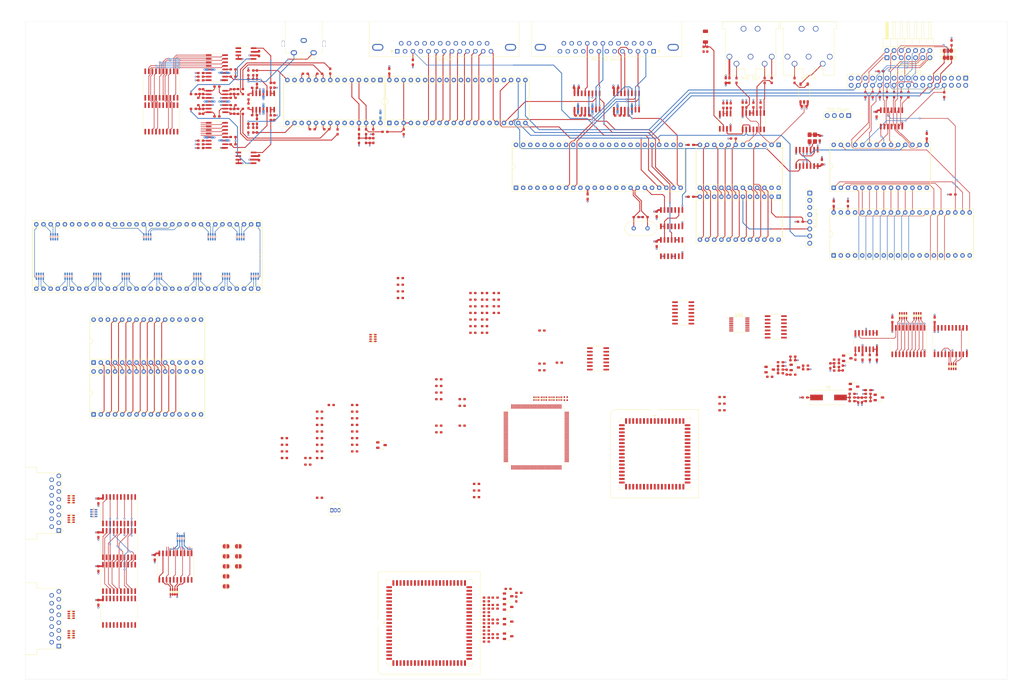
<source format=kicad_pcb>
(kicad_pcb (version 20241229) (generator "pcbnew") (generator_version "9.0")
  (layers (0 "F.Cu" mixed) (4 "In1.Cu" power) (6 "In2.Cu" power) (2 "B.Cu" mixed) (13 "F.Paste" user) (15 "B.Paste" user) (5 "F.SilkS" user "F.Silkscreen") (7 "B.SilkS" user "B.Silkscreen") (1 "F.Mask" user) (3 "B.Mask" user) (25 "Edge.Cuts" user))
  (net 0 "")
  (net 1 "GND")
  (net 2 "/CPU+ROMs/SysBus.D13")
  (net 3 "+5V")
  (net 4 "/CPU+ROMs/SysBus.D15")
  (net 5 "/CPU+ROMs/SysBus.D14")
  (net 6 "/CPU+ROMs/SysBus.D12")
  (net 7 "Net-(D1-A)")
  (net 8 "Net-(U5-CV)")
  (net 9 "Net-(U5-DIS)")
  (net 10 "/CPU+ROMs/SysBus.D8")
  (net 11 "Net-(C20-Pad1)")
  (net 12 "Net-(C10-Pad1)")
  (net 13 "/CPU+ROMs/SysBus.D9")
  (net 14 "Net-(C12-Pad1)")
  (net 15 "/CPU+ROMs/SysBus.D10")
  (net 16 "/CPU+ROMs/SysBus.D11")
  (net 17 "/CPU+ROMs/SysBus.D6")
  (net 18 "/CPU+ROMs/SysBus.D5")
  (net 19 "Net-(C12-Pad2)")
  (net 20 "Net-(C15-Pad2)")
  (net 21 "Net-(C17-Pad1)")
  (net 22 "/CPU+ROMs/SysBus.D7")
  (net 23 "/CPU+ROMs/SysBus.D4")
  (net 24 "Net-(D2-K)")
  (net 25 "/CPU+ROMs/SysBus.D1")
  (net 26 "/CPU+ROMs/SysBus.D2")
  (net 27 "Net-(C19-Pad1)")
  (net 28 "Net-(C20-Pad2)")
  (net 29 "/CPU+ROMs/SysBus.D0")
  (net 30 "Net-(C21-Pad2)")
  (net 31 "/CPU+ROMs/SysBus.D3")
  (net 32 "Net-(J1-Pin_1)")
  (net 33 "Net-(C113-Pad1)")
  (net 34 "/CPU+ROMs/SysBus.A1")
  (net 35 "/CPU+ROMs/SysBus.A23")
  (net 36 "/CPU+ROMs/SysBus.A11")
  (net 37 "/CPU+ROMs/SysBus.A7")
  (net 38 "/CPU+ROMs/~{BLT_INT}")
  (net 39 "/CPU+ROMs/SysBus.A12")
  (net 40 "/CPU+ROMs/~{RESET}")
  (net 42 "/CPU+ROMs/SysBus.A9")
  (net 44 "/CPU+ROMs/CCLK")
  (net 45 "/CPU+ROMs/SysBus.A6")
  (net 46 "/CPU+ROMs/SysBus.A10")
  (net 47 "/CPU+ROMs/SysBus.A17")
  (net 48 "/CPU+ROMs/SysBus.A4")
  (net 49 "Net-(Q9-PadB)")
  (net 50 "/CPU+ROMs/SysBus.A18")
  (net 51 "/CPU+ROMs/FC0")
  (net 52 "Net-(U4B-~{Q})")
  (net 53 "Net-(Q3-PadB)")
  (net 54 "/CPU+ROMs/SysBus.A13")
  (net 55 "Net-(U11-C1-)")
  (net 56 "/CPU+ROMs/SysBus.A8")
  (net 57 "/CPU+ROMs/FC1")
  (net 58 "/CPU+ROMs/SysBus.A16")
  (net 59 "/CPU+ROMs/SysBus.A5")
  (net 60 "Net-(Q3-PadC)")
  (net 61 "Net-(U11-VS+)")
  (net 62 "/CPU+ROMs/SysBus.A19")
  (net 63 "Net-(L2-Pad2)")
  (net 64 "/CPU+ROMs/SysBus.A3")
  (net 65 "Net-(Q4-PadB)")
  (net 66 "/CPU+ROMs/SysBus.A14")
  (net 67 "Net-(Q5-PadB)")
  (net 68 "/CPU+ROMs/SysBus.R{slash}~{W}")
  (net 69 "/CPU+ROMs/32MHz")
  (net 70 "/CPU+ROMs/SysBus.~{AS}")
  (net 71 "/CPU+ROMs/SysBus.A15")
  (net 72 "/CPU+ROMs/SysBus.A2")
  (net 73 "/CPU+ROMs/SysBus.A22")
  (net 74 "/CPU+ROMs/SysBus.A21")
  (net 75 "/CPU+ROMs/FC2")
  (net 76 "Net-(U30A--)")
  (net 77 "Net-(R23-Pad2)")
  (net 78 "/CPU+ROMs/SysBus.A20")
  (net 79 "Net-(Q6-PadB)")
  (net 80 "/IO Interfaces/SER_IRQ")
  (net 81 "Net-(R24-Pad2)")
  (net 82 "Net-(R25-Pad2)")
  (net 83 "Net-(J2-Pad5)")
  (net 84 "Net-(R26-Pad2)")
  (net 85 "Net-(J2-Pad3)")
  (net 86 "Net-(J2-Pad4)")
  (net 87 "/IO Interfaces/RX_MIDI_OUT")
  (net 88 "/CPU+ROMs/SysBus.~{LDS}")
  (net 89 "/CPU+ROMs/SysBus.~{UDS}")
  (net 90 "/CPU+ROMs/~{BUS_ERR}")
  (net 91 "/CPU+ROMs/~{HALT}")
  (net 92 "/CPU+ROMs/~{BR}")
  (net 93 "/CPU+ROMs/~{BGACK}")
  (net 94 "/CPU+ROMs/CLK8")
  (net 95 "Net-(U5-Q)")
  (net 96 "/IO Interfaces/RX_KBD")
  (net 98 "/CPU+ROMs/SysBus.E")
  (net 99 "/IO Interfaces/TX_KBD")
  (net 100 "/IO Interfaces/N6850")
  (net 102 "Net-(J2-Pad1)")
  (net 103 "Net-(U11-C1+)")
  (net 108 "/IO Interfaces/TX_MIDI_OUT")
  (net 109 "Net-(J3-Pad4)")
  (net 122 "Net-(U46-IN)")
  (net 125 "/DAC + Joysticks/+5VA")
  (net 126 "Net-(U9-IOB6)")
  (net 128 "Net-(U9-IOB4)")
  (net 129 "Net-(U11-C2-)")
  (net 131 "Net-(U11-C2+)")
  (net 132 "Net-(U9-IOB2)")
  (net 133 "Net-(U9-IOB0)")
  (net 134 "Net-(U9-IOA5)")
  (net 136 "/DAC + Joysticks/-5VA")
  (net 137 "Net-(U9-IOB1)")
  (net 138 "Net-(U9-IOB3)")
  (net 139 "/IO Interfaces/SND_DIR")
  (net 140 "Net-(U9-IOB5)")
  (net 141 "Net-(U9-IOB7)")
  (net 142 "Net-(RN13-R3.2)")
  (net 145 "Net-(U12-C1-)")
  (net 147 "Net-(U12-C1+)")
  (net 148 "/IO Interfaces/SND_CS")
  (net 149 "Net-(U12-C2+)")
  (net 150 "Net-(U29-COMP)")
  (net 152 "Net-(D4-A)")
  (net 153 "Net-(D4-K)")
  (net 154 "/IO Interfaces/500kHz")
  (net 157 "Net-(U12-C2-)")
  (net 158 "Net-(U10-XTAL2)")
  (net 160 "Net-(U10-XTAL1)")
  (net 161 "Net-(U10-IO0)")
  (net 164 "/IO Interfaces/Serial Interface/RS232_RTS")
  (net 165 "/IO Interfaces/Serial Interface/RS232_CTS")
  (net 168 "/IO Interfaces/Serial Interface/RS232_TX")
  (net 169 "/IO Interfaces/Serial Interface/RS232_CD")
  (net 170 "/IO Interfaces/Serial Interface/RS232_RX")
  (net 171 "/IO Interfaces/Serial Interface/RS232_RI")
  (net 172 "/IO Interfaces/Serial Interface/RS232_DIR")
  (net 173 "Net-(U11-VS-)")
  (net 174 "/CPU+ROMs/SysBus.~{DTACK}")
  (net 175 "/IO Interfaces/~{MFP_INT}")
  (net 176 "/IO Interfaces/Serial Interface/UART_RTS")
  (net 177 "/IO Interfaces/Serial Interface/UART_DIR")
  (net 178 "Net-(U12-VS+)")
  (net 179 "Net-(U12-VS-)")
  (net 180 "/CPU+ROMs/G12V")
  (net 181 "Net-(U16-Freq)")
  (net 182 "Net-(U16-Curr_Lim)")
  (net 183 "Net-(D5-A)")
  (net 184 "Net-(U16-Anode)")
  (net 185 "Net-(D6-A)")
  (net 186 "Net-(U17-Freq)")
  (net 187 "-5V")
  (net 188 "Net-(U40-MONO)")
  (net 189 "Net-(U16-Comp)")
  (net 190 "Net-(U17-COLOUT)")
  (net 191 "Net-(U17-Comp)")
  (net 192 "Net-(RN13-R4.2)")
  (net 193 "Net-(RN13-R1.2)")
  (net 194 "Net-(RN13-R2.2)")
  (net 195 "/DAC + Joysticks/+8V2")
  (net 196 "Net-(U31-COMP)")
  (net 197 "Net-(RN14-R4.2)")
  (net 198 "Net-(RN14-R3.2)")
  (net 199 "Net-(U30D--)")
  (net 200 "Net-(RN14-R1.2)")
  (net 201 "Net-(U32A--)")
  (net 202 "Net-(RN14-R2.2)")
  (net 203 "Net-(RN15-R2.1)")
  (net 204 "Net-(C76-Pad1)")
  (net 205 "Net-(U32D--)")
  (net 206 "Net-(C78-Pad1)")
  (net 207 "Net-(RN15-R3.2)")
  (net 208 "Net-(RN15-R4.1)")
  (net 209 "Net-(RN15-R1.2)")
  (net 210 "Net-(U34-LSEL_IN)")
  (net 211 "Net-(RN18-R1.1)")
  (net 212 "Net-(RN18-R3.1)")
  (net 213 "Net-(RN18-R2.2)")
  (net 214 "Net-(RN18-R4.2)")
  (net 215 "Net-(RN19-R3.1)")
  (net 216 "Net-(RN19-R4.2)")
  (net 217 "Net-(RN19-R1.1)")
  (net 218 "Net-(RN19-R2.2)")
  (net 219 "Net-(RN20-R3.1)")
  (net 220 "Net-(RN20-R1.1)")
  (net 221 "Net-(RN20-R4.2)")
  (net 222 "Net-(RN20-R2.2)")
  (net 223 "Net-(U32B--)")
  (net 224 "Net-(C80-Pad1)")
  (net 225 "Net-(C82-Pad1)")
  (net 226 "Net-(U32C--)")
  (net 227 "Net-(U34-RSEL_IN)")
  (net 228 "Net-(RN21-R4.2)")
  (net 229 "Net-(RN21-R1.1)")
  (net 230 "Net-(RN21-R3.1)")
  (net 231 "Net-(RN21-R2.2)")
  (net 232 "Net-(U34-LF_OUT)")
  (net 233 "Net-(C87-Pad2)")
  (net 234 "Net-(U34-RF_OUT)")
  (net 235 "Net-(C88-Pad2)")
  (net 236 "Net-(U34-BYPASS)")
  (net 237 "/DAC + Joysticks/AUDIOS")
  (net 238 "Net-(U34-LIN1)")
  (net 239 "Net-(C91-Pad1)")
  (net 240 "Net-(J10-IN2)")
  (net 241 "Net-(C92-Pad1)")
  (net 242 "Net-(J10-IN1)")
  (net 243 "Net-(C93-Pad1)")
  (net 244 "/DAC + Joysticks/GIR")
  (net 245 "Net-(U34-RSEL_OUT)")
  (net 246 "Net-(U34-LSEL_OUT)")
  (net 247 "/DAC + Joysticks/GIL")
  (net 248 "Net-(U34-LTONE_IN)")
  (net 249 "Net-(U34-LTONE_OUT)")
  (net 250 "Net-(U34-LAMP_OUT)")
  (net 251 "Net-(U34-RTONE_IN)")
  (net 252 "Net-(U34-RTONE_OUT)")
  (net 253 "Net-(U34-RAMP_OUT)")
  (net 254 "Net-(U35A-DIS)")
  (net 255 "Net-(U35B-DIS)")
  (net 256 "Net-(U35A-CV)")
  (net 257 "Net-(U35B-CV)")
  (net 258 "Net-(U36A-CV)")
  (net 259 "Net-(U36A-DIS)")
  (net 260 "Net-(U36B-CV)")
  (net 261 "Net-(U36B-DIS)")
  (net 262 "/Disk & Floppy/BD0SEL")
  (net 263 "Net-(U29-V_{REF}-)")
  (net 264 "Net-(U29-V_{REF}+)")
  (net 265 "Net-(U29-I_{OUT})")
  (net 266 "Net-(U29-~{I_{OUT}})")
  (net 267 "Net-(U31-V_{REF}+)")
  (net 268 "Net-(U31-V_{REF}-)")
  (net 269 "Net-(U31-I_{OUT})")
  (net 270 "Net-(U30D-+)")
  (net 271 "Net-(U46-OUT)")
  (net 272 "Net-(U30B--)")
  (net 273 "Net-(R66-Pad1)")
  (net 274 "/DAC + Joysticks/AUDIO")
  (net 275 "Net-(U30C--)")
  (net 276 "Net-(R69-Pad1)")
  (net 277 "Net-(U34-LIN2)")
  (net 278 "Net-(FB4-Pad2)")
  (net 279 "Net-(FB3-Pad2)")
  (net 280 "Net-(FB5-Pad2)")
  (net 281 "Net-(FB6-Pad2)")
  (net 282 "Net-(U37-HDRQ)")
  (net 283 "Net-(JP1-A)")
  (net 284 "/Disk & Floppy/~{HDRQ}")
  (net 285 "/Disk & Floppy/RDY")
  (net 286 "/Disk & Floppy/~{WP}")
  (net 287 "/Disk & Floppy/~{TR00}")
  (net 288 "/Disk & Floppy/~{INDEX}")
  (net 289 "/Disk & Floppy/~{RDATA}")
  (net 290 "/Disk & Floppy/~{WGATE}")
  (net 291 "Net-(R95-Pad2)")
  (net 292 "Net-(R96-Pad2)")
  (net 293 "/Disk & Floppy/~{WDATA}")
  (net 294 "/Disk & Floppy/~{DIRC}")
  (net 295 "Net-(R97-Pad2)")
  (net 296 "/Disk & Floppy/~{STEP}")
  (net 297 "Net-(R98-Pad2)")
  (net 298 "Net-(RN13-R2.1)")
  (net 299 "Net-(RN13-R4.1)")
  (net 300 "Net-(RN13-R1.1)")
  (net 301 "Net-(RN13-R3.1)")
  (net 302 "Net-(RN14-R2.1)")
  (net 303 "Net-(RN14-R3.1)")
  (net 304 "Net-(RN14-R4.1)")
  (net 305 "Net-(RN14-R1.1)")
  (net 306 "/Disk & Floppy/~{HDCS}")
  (net 307 "/Disk & Floppy/~{HDACK}")
  (net 308 "/Disk & Floppy/HDA0")
  (net 309 "/Disk & Floppy/HDR{slash}~{W}")
  (net 310 "/Disk & Floppy/CLK2")
  (net 311 "/Disk & Floppy/D1SEL")
  (net 312 "/Disk & Floppy/D0SEL")
  (net 313 "/Disk & Floppy/S0SEL")
  (net 314 "+12V")
  (net 315 "/DAC + Joysticks/MICROWIRE_DATA")
  (net 317 "/DAC + Joysticks/~{MICROWIRE_EN}")
  (net 323 "/DAC + Joysticks/MICROWIRE_CLK")
  (net 324 "/Disk & Floppy/CD.D7")
  (net 325 "Net-(U19-I2b)")
  (net 326 "Net-(U19-I3a)")
  (net 327 "Net-(U19-I3b)")
  (net 328 "/Disk & Floppy/CD.D0")
  (net 329 "/Disk & Floppy/CD.D2")
  (net 330 "Net-(U37-CA2)")
  (net 331 "/Disk & Floppy/CD.D3")
  (net 332 "/Disk & Floppy/CD.D4")
  (net 333 "Net-(U37-~{FDCS})")
  (net 334 "/Disk & Floppy/CD.D1")
  (net 335 "/Disk & Floppy/~{FCS}")
  (net 336 "/Disk & Floppy/CD.D6")
  (net 337 "Net-(U37-FDRQ)")
  (net 338 "/Disk & Floppy/CD.D5")
  (net 339 "Net-(U38-DIRC)")
  (net 340 "Net-(U38-WG)")
  (net 341 "/Disk & Floppy/SCLK")
  (net 342 "Net-(U19-I1b)")
  (net 343 "Net-(U38-MO)")
  (net 344 "Net-(U38-STEP)")
  (net 345 "Net-(U38-WD)")
  (net 346 "/Disk & Floppy/FD_INT")
  (net 349 "/Disk & Floppy/~{MO}")
  (net 353 "Net-(U40-B3)")
  (net 354 "/CPU+ROMs/~{CPU_BG}")
  (net 356 "Net-(U40-~{LOAD})")
  (net 357 "Net-(U40-CLK16MHz)")
  (net 358 "Net-(U40-LATCH)")
  (net 360 "Net-(Q10-PadE)")
  (net 361 "/RAM/RAM.A1")
  (net 362 "/RAM/RAM.A0")
  (net 363 "/Disk & Floppy/~{HD_INT}")
  (net 364 "Net-(D8-A)")
  (net 365 "Net-(U40-~{RDATA})")
  (net 366 "Net-(FB9-Pad2)")
  (net 367 "Net-(U40-~{SLOAD})")
  (net 368 "/RAM/RAM.A9")
  (net 369 "Net-(U40-SREQ)")
  (net 370 "/RAM/RAM.A6")
  (net 371 "/RAM/RAM.A8")
  (net 372 "/RAM/RAM.A7")
  (net 373 "Net-(U40-~{WDATA})")
  (net 374 "/RAM/RAM.A5")
  (net 375 "/RAM/RAM.A2")
  (net 376 "Net-(U40-~{BLANK})")
  (net 377 "/CPU+ROMs/~{BLT_BG}")
  (net 378 "/CPU+ROMs/~{BGK}")
  (net 379 "/RAM/RAM.A3")
  (net 380 "/RAM/RAM.A4")
  (net 381 "/DAC + Joysticks/~{LD}")
  (net 382 "Net-(U40-B2)")
  (net 383 "Net-(U40-B1)")
  (net 385 "/DAC + Joysticks/Sound.D4")
  (net 387 "/DAC + Joysticks/~{JOY_RH}")
  (net 388 "Net-(U40-B0)")
  (net 389 "Net-(Q7-PadB)")
  (net 390 "/IO Interfaces/CLK4")
  (net 391 "Net-(U40-G3)")
  (net 392 "Net-(U40-G2)")
  (net 393 "Net-(U40-G1)")
  (net 394 "Net-(U40-G0)")
  (net 395 "Net-(Q8-PadB)")
  (net 396 "Net-(U40-R3)")
  (net 398 "Net-(U40-R2)")
  (net 399 "Net-(U40-R1)")
  (net 400 "Net-(U40-R0)")
  (net 401 "/Video/MC")
  (net 402 "Net-(FB8-Pad1)")
  (net 404 "/CPU+ROMs/~{ROM3}")
  (net 405 "Net-(Q8-PadE)")
  (net 406 "/DAC + Joysticks/Sound.D3")
  (net 407 "/RAM/RAM.~{CASL1}")
  (net 409 "/DAC + Joysticks/Sound.D6")
  (net 410 "Net-(Q7-PadE)")
  (net 411 "/RAM/RAM.~{CASH1}")
  (net 412 "/RAM/RAM.~{RAS1}")
  (net 413 "/RAM/RAM.~{WE}")
  (net 414 "/IO Interfaces/DE")
  (net 415 "Net-(Q6-PadE)")
  (net 416 "/RAM/RAM.~{CASL0}")
  (net 418 "/RAM/RAM.~{RAS0}")
  (net 419 "/RAM/RAM.~{CASH0}")
  (net 420 "Net-(JP8-B)")
  (net 421 "Net-(JP3-B)")
  (net 422 "Net-(Q9-PadE)")
  (net 424 "/CPU+ROMs/~{IPL1}")
  (net 425 "/CPU+ROMs/~{IPL2}")
  (net 427 "Net-(JP7-B)")
  (net 428 "/CPU+ROMs/~{ROM4}")
  (net 429 "/DAC + Joysticks/Sound.D1")
  (net 430 "/CPU+ROMs/~{IPL0}")
  (net 432 "/DAC + Joysticks/Sound.D2")
  (net 433 "Net-(U40-~{CS})")
  (net 434 "Net-(JP4-B)")
  (net 435 "Net-(JP9-B)")
  (net 437 "Net-(JP10-B)")
  (net 438 "/DAC + Joysticks/Sound.D5")
  (net 439 "Net-(JP6-B)")
  (net 440 "/Video/FCLK")
  (net 441 "/DAC + Joysticks/~{JOY_WL}")
  (net 442 "Net-(JP5-B)")
  (net 443 "/DAC + Joysticks/~{JOY_RL}")
  (net 444 "/RAM/RAM.D11")
  (net 445 "/DAC + Joysticks/~{RD}")
  (net 446 "/DAC + Joysticks/Sound.D0")
  (net 447 "/RAM/RAM.D1")
  (net 448 "/RAM/RAM.D6")
  (net 450 "Net-(U40-SD7)")
  (net 451 "/RAM/RAM.D14")
  (net 452 "/RAM/RAM.D4")
  (net 455 "/RAM/RAM.D2")
  (net 456 "/RAM/RAM.D8")
  (net 457 "/RAM/RAM.D5")
  (net 458 "/RAM/RAM.D15")
  (net 459 "/DAC + Joysticks/~{BUTTON}")
  (net 460 "/RAM/RAM.D13")
  (net 461 "/RAM/RAM.D0")
  (net 462 "/Video/~{HSYNC}")
  (net 463 "/RAM/RAM.D12")
  (net 465 "/RAM/RAM.D9")
  (net 466 "/RAM/RAM.D3")
  (net 468 "/RAM/RAM.D10")
  (net 469 "/RAM/RAM.D7")
  (net 471 "/Video/~{VSYNC}")
  (net 472 "/DAC + Joysticks/~{PAD0X}")
  (net 473 "/CPU+ROMs/~{ROM2}")
  (net 474 "/IO Interfaces/~{SND_INT}")
  (net 475 "/DAC + Joysticks/~{PAD1X}")
  (net 476 "/DAC + Joysticks/~{PAD_RESET}")
  (net 477 "/IO Interfaces/~{MFP_CS}")
  (net 480 "/Video/~{VMA}")
  (net 481 "/DAC + Joysticks/~{PEN}")
  (net 482 "/IO Interfaces/~{DISK_INT}")
  (net 483 "/DAC + Joysticks/~{PAD1Y}")
  (net 484 "/IO Interfaces/~{IACK}")
  (net 485 "/DAC + Joysticks/~{JOY_WE}")
  (net 486 "/DAC + Joysticks/~{PAD0Y}")
  (net 487 "/DAC + Joysticks/Sound.D7")
  (net 493 "Net-(U14-DSA)")
  (net 494 "Net-(U44-Pad3)")
  (net 496 "Net-(U10-RC)")
  (net 497 "/IO Interfaces/Serial Interface/UART_TX")
  (net 499 "Net-(U42-MAD1)")
  (net 500 "Net-(U42-MAD0)")
  (net 501 "Net-(RN24-R2.1)")
  (net 502 "Net-(RN24-R4.1)")
  (net 503 "Net-(RN24-R1.2)")
  (net 504 "Net-(RN24-R3.2)")
  (net 506 "Net-(RN25-R2.1)")
  (net 507 "Net-(RN25-R4.1)")
  (net 508 "Net-(RN25-R3.2)")
  (net 511 "Net-(U10-TAI)")
  (net 514 "/IO Interfaces/Serial Interface/UART_CD")
  (net 516 "/IO Interfaces/Serial Interface/UART_RX")
  (net 517 "/IO Interfaces/Serial Interface/UART_RI")
  (net 519 "/IO Interfaces/Serial Interface/UART_CTS")
  (net 522 "Net-(U10-IO7)")
  (net 524 "Net-(RN22-R4.2)")
  (net 525 "Net-(RN22-R1.1)")
  (net 526 "Net-(RN22-R3.1)")
  (net 527 "Net-(RN22-R2.2)")
  (net 528 "Net-(RN23-R1.1)")
  (net 529 "Net-(RN23-R2.2)")
  (net 530 "Net-(RN23-R3.1)")
  (net 531 "Net-(RN23-R4.2)")
  (net 532 "Net-(U4A-D)")
  (net 538 "/IO Interfaces/MONO_MON")
  (net 539 "Net-(U18A-D)")
  (net 540 "Net-(U18B-D)")
  (net 541 "Net-(U18A-Q)")
  (net 542 "/Disk & Floppy/~{HDRESET}")
  (net 545 "Net-(U20-CE)")
  (net 546 "Net-(U23-O4)")
  (net 547 "Net-(U23-O2)")
  (net 548 "Net-(U23-O5)")
  (net 549 "Net-(U23-O0)")
  (net 550 "Net-(U23-O6)")
  (net 551 "Net-(U23-O7)")
  (net 552 "Net-(U23-O3)")
  (net 553 "Net-(U23-O1)")
  (net 554 "Net-(U24-O2)")
  (net 555 "Net-(U24-O4)")
  (net 556 "Net-(U24-O0)")
  (net 557 "Net-(U24-O1)")
  (net 558 "Net-(U24-O6)")
  (net 559 "Net-(U24-O7)")
  (net 560 "Net-(U24-O3)")
  (net 561 "Net-(U24-O5)")
  (net 564 "/DAC + Joysticks/PAD0Y")
  (net 565 "/DAC + Joysticks/PAD0X")
  (net 568 "/DAC + Joysticks/PAD1X")
  (net 569 "/DAC + Joysticks/PAD1Y")
  (net 570 "Net-(RN16-R3.1)")
  (net 571 "Net-(RN16-R2.2)")
  (net 572 "Net-(RN16-R4.2)")
  (net 573 "Net-(RN16-R1.1)")
  (net 574 "Net-(RN17-R4.2)")
  (net 575 "Net-(RN17-R3.1)")
  (net 576 "Net-(RN17-R2.2)")
  (net 577 "Net-(RN17-R1.1)")
  (net 578 "/DAC + Joysticks/FCLK")
  (net 580 "Net-(U47-IN)")
  (net 581 "Net-(U47-OUT)")
  (net 592 "Net-(U41-I0a)")
  (net 595 "Net-(J11-Pin_5)")
  (net 596 "Net-(J11-Pin_6)")
  (net 597 "+3V3")
  (footprint "rhais_rcl:C0603" (layer "F.Cu") (at 319.3 76.5 90)
    (property "Reference" "C54")
    (property "Value" "100n" (hide yes))
  )
  (footprint "rhais_rcl:C0603" (layer "F.Cu") (at 116.7 47.05 180)
    (property "Reference" "C92")
    (property "Value" "47u" (hide yes))
  )
  (footprint "rhais_rcl:R0603" (layer "F.Cu") (at 203.4 234.9)
    (property "Reference" "R116")
    (property "Value" "2k" (hide yes))
  )
  (footprint "rhais_rcl:C0603" (layer "F.Cu") (at 113.05 59.4)
    (property "Reference" "C84")
    (property "Value" "47u" (hide yes))
  )
  (footprint "rhais_rcl:R0603" (layer "F.Cu") (at 289 47.55 -90)
    (property "Reference" "R27")
    (property "Value" "220R" (hide yes))
  )
  (footprint "rhais_rcl:R0603" (layer "F.Cu") (at 153.55 176.77)
    (property "Reference" "R85")
    (property "Value" "1M" (hide yes))
  )
  (footprint "rhais_rcl:C0603" (layer "F.Cu") (at 136.95 181.47)
    (property "Reference" "C95")
    (property "Value" "100u" (hide yes))
  )
  (footprint "rhais_rcl:C0603" (layer "F.Cu") (at 110.85 58.5 90)
    (property "Reference" "C82")
    (property "Value" "1n" (hide yes))
  )
  (footprint "rhais_rcl:C0603" (layer "F.Cu") (at 232.8 60)
    (property "Reference" "C32")
    (property "Value" "100n" (hide yes))
  )
  (footprint "rhais_rcl:R0603" (layer "F.Cu") (at 339.85 52.6 90)
    (property "Reference" "R92")
    (property "Value" "1k" (hide yes))
  )
  (footprint "rhais_rcl:C0603" (layer "F.Cu") (at 128.65 181.47)
    (property "Reference" "C65")
    (property "Value" "100n" (hide yes))
  )
  (footprint "rhais_package-smd:SO-20_12.8x7.5mm_P1.27mm" (layer "F.Cu") (at 70 212 90)
    (property "Reference" "U26")
    (property "Value" "74HC244")
  )
  (footprint "rhais_rcl:R0603" (layer "F.Cu") (at 170.95 65.75 -90)
    (property "Reference" "R22")
    (property "Value" "1k" (hide yes))
  )
  (footprint "rhais_rcl:C0603" (layer "F.Cu") (at 246.2 50.15)
    (property "Reference" "C116")
    (property "Value" "100n" (hide yes))
  )
  (footprint "rhais_rcl:R0603" (layer "F.Cu") (at 304.6 147.5)
    (property "Reference" "R21")
    (property "Value" "150R" (hide yes))
  )
  (footprint "rhais_rcl:C0603" (layer "F.Cu") (at 136.05 45.15 180)
    (property "Reference" "C100")
    (property "Value" "8n2" (hide yes))
  )
  (footprint "rhais_rcl:R0603" (layer "F.Cu") (at 340.25 44.3)
    (property "Reference" "R89")
    (property "Value" "1k" (hide yes))
  )
  (footprint "rhais_rcl:R0603" (layer "F.Cu") (at 153.55 165.02)
    (property "Reference" "R80")
    (property "Value" "470R" (hide yes))
  )
  (footprint "rhais_rcl:R0603" (layer "F.Cu") (at 196.8 193)
    (property "Reference" "R122")
    (property "Value" "75R" (hide yes))
  )
  (footprint "rhais_rcl:C0603" (layer "F.Cu") (at 119.65 38 -90)
    (property "Reference" "C114")
    (property "Value" "100n" (hide yes))
  )
  (footprint "rhais_rcl:R0603" (layer "F.Cu") (at 365.3 34.2 -90)
    (property "Reference" "R88")
    (property "Value" "1k" (hide yes))
  )
  (footprint "rhais_rcl:R0603" (layer "F.Cu") (at 118.9 47.95 90)
    (property "Reference" "R65")
    (property "Value" "10k" (hide yes))
  )
  (footprint "rhais_rcl:R0603" (layer "F.Cu") (at 155.1 68.85 -90)
    (property "Reference" "R77")
    (property "Value" "10k" (hide yes))
  )
  (footprint "rhais_package-smd:SO-20_12.8x7.5mm_P1.27mm" (layer "F.Cu") (at 350 140 90)
    (property "Reference" "U20")
    (property "Value" "74HC245")
  )
  (footprint "rhais_rcl:R0402" (layer "F.Cu") (at 228.95 160.4 90)
    (property "Reference" "R134")
    (property "Value" "68R" (hide yes))
  )
  (footprint "rhais_rcl:C0603" (layer "F.Cu") (at 306.8 151 90)
    (property "Reference" "C21")
    (property "Value" "33p" (hide yes))
  )
  (footprint "rhais_rcl:R0603" (layer "F.Cu") (at 99.85 51.5 -90)
    (property "Reference" "R56")
    (property "Value" "10k" (hide yes))
  )
  (footprint "rhais_rcl:C0603" (layer "F.Cu") (at 116.7 62.95 180)
    (property "Reference" "C91")
    (property "Value" "47u" (hide yes))
  )
  (footprint "rhais_connector-pinheader:PinHeader_2x07_P2.54mm_Horizontal" (layer "F.Cu") (at 350 38.2 90)
    (property "Reference" "J11")
    (property "Value" "External FDD")
  )
  (footprint "rhais_rcl:R0603" (layer "F.Cu") (at 200.3 244 180)
    (property "Reference" "R113")
    (property "Value" "3k" (hide yes))
  )
  (footprint "Connector_Dsub:DSUB-15_Socket_Horizontal_P2.77x2.54mm_EdgePinOffset9.40mm" (layer "F.Cu") (at 48.610331 207.195 -90)
    (property "Reference" "J8")
    (property "Value" "JOY0")
  )
  (footprint "rhais_package-smd:SOT-23" (layer "F.Cu") (at 163.075 176.885)
    (property "Reference" "Q10")
    (property "Value" "2N3904" (hide yes))
  )
  (footprint "rhais_rcl:R0603" (layer "F.Cu") (at 200.3 233.6 180)
    (property "Reference" "R105")
    (property "Value" "3k" (hide yes))
  )
  (footprint "rhais_rcl:R0603" (layer "F.Cu") (at 362.7 52.6 90)
    (property "Reference" "R93")
    (property "Value" "1k" (hide yes))
  )
  (footprint "rhais_rcl:R0603" (layer "F.Cu") (at 153.55 179.12)
    (property "Reference" "R86")
    (property "Value" "470R" (hide yes))
  )
  (footprint "rhais_rcl:R0603" (layer "F.Cu") (at 287.9 68.15)
    (property "Reference" "R31")
    (property "Value" "4k7" (hide yes))
  )
  (footprint "rhais_package-dip:DIP-64_W22.86mm_Socket" (layer "F.Cu") (at 80 110 -90)
    (property "Reference" "U1")
    (property "Value" "68000")
  )
  (footprint "rhais_rcl:C0603" (layer "F.Cu") (at 123.8 49.25 90)
    (property "Reference" "C61")
    (property "Value" "47u" (hide yes))
  )
  (footprint "Crystal:Crystal_SMD_HC49-SD" (layer "F.Cu") (at 321.65 160)
    (property "Reference" "Y1")
    (property "Value" "4.433619MHz")
  )
  (footprint "rhais_rcl:C0603" (layer "F.Cu") (at 326.7 149.55 90)
    (property "Reference" "C18")
    (property "Value" "27p" (hide yes))
  )
  (footprint "rhais_rcl:C0603" (layer "F.Cu") (at 113.05 50.6)
    (property "Reference" "C79")
    (property "Value" "47u" (hide yes))
  )
  (footprint "rhais_rcl:C0603" (layer "F.Cu") (at 338.7 59.5 -90)
    (property "Reference" "C56")
    (property "Value" "100n" (hide yes))
  )
  (footprint "rhais_rcl:R0603" (layer "F.Cu") (at 109.55 51.5 -90)
    (property "Reference" "R58")
    (property "Value" "10k" (hide yes))
  )
  (footprint "rhais_rcl:R0603" (layer "F.Cu") (at 330 161.3)
    (property "Reference" "R5")
    (property "Value" "10k" (hide yes))
  )
  (footprint "rhais_rcl:R0603" (layer "F.Cu") (at 169.775 122.35)
    (property "Reference" "R135")
    (property "Value" "1k" (hide yes))
  )
  (footprint "rhais_rcl:C0603" (layer "F.Cu") (at 183.4 172.35)
    (property "Reference" "C9")
    (property "Value" "470n" (hide yes))
  )
  (footprint "rhais_rcl:R0603" (layer "F.Cu") (at 324.5 150.45)
    (property "Reference" "R14")
    (property "Value" "4k7" (hide yes))
  )
  (footprint "rhais_package-plcc:PLCC-84_SMD-Socket" (layer "F.Cu") (at 180 240 90)
    (property "Reference" "U40")
    (property "Value" "GST_SHIFTER")
  )
  (footprint "rhais_rcl:C0603" (layer "F.Cu") (at 183.4 155.9)
    (property "Reference" "C2")
    (property "Value" "100n" (hide yes))
  )
  (footprint "rhais_rcl:R0603" (layer "F.Cu") (at 332.2 160.9 -90)
    (property "Reference" "R6")
    (property "Value" "1k" (hide yes))
  )
  (footprint "rhais_rcl:C0603" (layer "F.Cu") (at 236 60)
    (property "Reference" "C33")
    (property "Value" "100n" (hide yes))
  )
  (footprint "rhais_rcl:C0603" (layer "F.Cu") (at 313.3 160 180)
    (property "Reference" "C11")
    (property "Value" "8p2" (hide yes))
  )
  (footprint "rhais_osc:SMD3225" (layer "F.Cu") (at 315.9 68 -90)
    (property "Reference" "X1")
    (property "Value" "8.010613MHz" (hide yes))
  )
  (footprint "Package_SO:TSSOP-16_4.4x5mm_P0.65mm" (layer "F.Cu") (at 290 134.1)
    (property "Reference" "U41")
    (property "Value" "74LS257")
  )
  (footprint "rhais_connector-dsub:DSUB-25_Socket_Horizontal_P2.77x2.84mm_EdgePinOffset7.70mm_Housed_MountingHolesOffset9.12mm" (layer "F.Cu") (at 185.3 37.2 180)
    (property "Reference" "J4")
    (property "Value" "Parallel")
  )
  (footprint "rhais_rcl:R0603" (layer "F.Cu") (at 283.8775 162.19)
    (property "Reference" "R100")
    (property "Value" "10k" (hide yes))
  )
  (footprint "rhais_rcl:R0603" (layer "F.Cu") (at 284.35 56.45 -90)
    (property "Reference" "R2")
    (property "Value" "12k" (hide yes))
  )
  (footprint "rhais_rcl:R0603" (layer "F.Cu") (at 153.55 169.72)
    (property "Reference" "R82")
    (property "Value" "1M" (hide yes))
  )
  (footprint "rhais_rcl:C0603" (layer "F.Cu") (at 183.4 170)
    (property "Reference" "C8")
    (property "Value" "4n7" (hide yes))
  )
  (footprint "rhais_rcl:C0603" (layer "F.Cu") (at 199.65 125.3)
    (property "Reference" "C50")
    (property "Value" "100n" (hide yes))
  )
  (footprint "rhais_rcl:R0603" (layer "F.Cu") (at 174.2 41.1 90)
    (property "Reference" "R33")
    (property "Value" "3k3" (hide yes))
  )
  (footprint "rhais_rcl:R0603" (layer "F.Cu") (at 200.3 246.6 180)
    (property "Reference" "R111")
    (property "Value" "12k" (hide yes))
  )
  (footprint "rhais_rcl:C0603" (layer "F.Cu") (at 147.5 65.75 -90)
    (property "Reference" "C97")
    (property "Value" "47u" (hide yes))
  )
  (footprint "rhais_rcl:C0603" (layer "F.Cu") (at 164.3 65.75 180)
    (property "Reference" "C90")
    (property "Value" "47u" (hide yes))
  )
  (footprint "rhais_rcl:R0603" (layer "F.Cu") (at 203.8 122.95)
    (property "Reference" "R39")
    (property "Value" "5R1" (hide yes))
  )
  (footprint "rhais_rcl:R0603" (layer "F.Cu") (at 328.55 91.25 -90)
    (property "Reference" "R90")
    (property "Value" "1k" (hide yes))
  )
  (footprint "rhais_rcl:C0603" (layer "F.Cu") (at 62.65 208.7 -90)
    (property "Reference" "C58")
    (property "Value" "100n" (hide yes))
  )
  (footprint "rhais_rcl:C0603" (layer "F.Cu") (at 141.1 176.77)
    (property "Reference" "C108")
    (property "Value" "880p" (hide yes))
  )
  (footprint "rhais_rcl:C0603" (layer "F.Cu") (at 344.3 132.45 90)
    (property "Reference" "C123")
    (property "Value" "100n" (hide yes))
  )
  (footprint "rhais_rcl:C0603" (layer "F.Cu") (at 160.15 65.75 -90)
    (property "Reference" "C89")
    (property "Value" "10u" (hide yes))
  )
  (footprint "rhais_rcl:C0603" (layer "F.Cu") (at 333.5 160.9 -90)
    (property "Reference" "C14")
    (property "Value" "220p" (hide yes))
  )
  (footprint "rhais_rcl:R0603" (layer "F.Cu") (at 335.7 161.3 180)
    (property "Reference" "R8")
    (property "Value" "2k4" (hide yes))
  )
  (footprint "rhais_rcl:C0603" (layer "F.Cu") (at 338.8 145.75 -90)
    (property "Reference" "C55")
    (property "Value" "100n" (hide yes))
  )
  (footprint "Jumper:SolderJumper-2_P1.3mm_Open_RoundedPad1.0x1.5mm" (layer "F.Cu") (at 107.95 223.45)
    (property "Reference" "JP6")
    (property "Value" "SolderJumper_2_Open" (hide yes))
  )
  (footprint "rhais_rcl:R0603" (layer "F.Cu") (at 196.8 195.35)
    (property "Reference" "R123")
    (property "Value" "75R" (hide yes))
  )
  (footprint "rhais_package-smd:SO-20_12.8x7.5mm_P1.27mm" (layer "F.Cu") (at 85 49 90)
    (property "Reference" "U24")
    (property "Value" "74HC374")
  )
  (footprint "rhais_rcl:R0603" (layer "F.Cu") (at 200.3 242.7 180)
    (property "Reference" "R114")
    (property "Value" "6k2" (hide yes))
  )
  (footprint "rhais_rcl:C0603" (layer "F.Cu") (at 62.65 232.7 -90)
    (property "Reference" "C60")
    (property "Value" "100n" (hide yes))
  )
  (footprint "rhais_package-smd:SO-20_12.8x7.5mm_P1.27mm" (layer "F.Cu") (at 90 220 90)
    (property "Reference" "U43")
    (property "Value" "74HC244")
  )
  (footprint "rhais_rcl:R0603" (layer "F.Cu") (at 110.45 46.2 180)
    (property "Reference" "R46")
    (property "Value" "8k2" (hide yes))
  )
  (footprint "rhais_rcl:R0603" (layer "F.Cu") (at 169.775 124.7)
    (property "Reference" "R136")
    (property "Value" "10k" (hide yes))
  )
  (footprint "rhais_rcl:C0603" (layer "F.Cu") (at 359.3 132.45 90)
    (property "Reference" "C122")
    (property "Value" "100n" (hide yes))
  )
  (footprint "rhais_rcl:C0603" (layer "F.Cu") (at 309 151.9 180)
    (property "Reference" "C20")
    (property "Value" "8p2" (hide yes))
  )
  (footprint "Package_TO_SOT_THT:TO-92_Inline" (layer "F.Cu") (at 145.46 200)
    (property "Reference" "U33")
    (property "Value" "LM78L82" (hide yes))
  )
  (footprint "rhais_connector-lumberg:0105_05" (layer "F.Cu") (at 314.6 39.1)
    (property "Reference" "J3")
    (property "Value" "MIDI IN")
  )
  (footprint "rhais_rcl:R0603" (layer "F.Cu") (at 113.05 57.6)
    (property "Reference" "R64")
    (property "Value" "1k8" (hide yes))
  )
  (footprint "rhais_rcl:C0603" (layer "F.Cu") (at 250 60)
    (property "Reference" "C31")
    (property "Value" "100n" (hide yes))
  )
  (footprint "rhais_connector-dsub:DSUB-25_Pins_Horizontal_P2.77x2.84mm_EdgePinOffset7.70mm_Housed_MountingHolesOffset9.12mm" (layer "F.Cu") (at 243 37.2 180)
    (property "Reference" "J5")
    (property "Value" "RS-232 Serial")
  )
  (footprint "rhais_rcl:C0603" (layer "F.Cu") (at 199.65 127.65)
    (property "Reference" "C51")
    (property "Value" "100n" (hide yes))
  )
  (footprint "rhais_package-smd:SO-16_3.9x9.9mm_P1.27mm" (layer "F.Cu") (at 236 55 90)
    (property "Reference" "U12")
    (property "Value" "ADM232A")
  )
  (footprint "rhais_rcl:C0603" (layer "F.Cu") (at 309 145.5)
    (property "Reference" "C19")
    (property "Value" "88p" (hide yes))
  )
  (footprint "rhais_rcl:R0402_Array_Convex_4" (layer "F.Cu") (at 218 160.4 -90)
    (property "Reference" "RN25")
    (property "Value" "33R" (hide yes))
  )
  (footprint "rhais_rcl:C0603" (layer "F.Cu") (at 98.55 51.5 -90)
    (property "Reference" "C76")
    (property "Value" "1n" (hide yes))
  )
  (footprint "rhais_rcl:R0603" (layer "F.Cu") (at 96.35 52.4 180)
    (property "Reference" "R55")
    (property "Value" "10k" (hide yes))
  )
  (footprint "rhais_package-smd:SO-14_3.9x8.65mm_P1.27mm" (layer "F.Cu") (at 295 62 90)
    (property "Reference" "U6")
    (property "Value" "74HS05")
  )
  (footprint "rhais_package-smd:SO-14_3.9x8.65mm_P1.27mm" (layer "F.Cu") (at 266 107 90)
    (property "Reference" "U15")
    (property "Value" "74HC86")
  )
  (footprint "rhais_package-dip:DIP-48_W15.24mm_Socket" (layer "F.Cu") (at 240 78 90)
    (property "Reference" "U10")
    (property "Value" "MC68901")
  )
  (footprint "rhais_rcl:R0603" (layer "F.Cu") (at 347.45 52.6 -90)
    (property "Reference" "R98")
    (property "Value" "47R" (hide yes))
  )
  (footprint "rhais_package-smd:SOT-23" (layer "F.Cu") (at 208 234.3)
    (property "Reference" "Q8")
    (property "Value" "2N3904" (hide yes))
  )
  (footprint "rhais_rcl:R0603" (layer "F.Cu") (at 304.6 148.8)
    (property "Reference" "R19")
    (property "Value" "3k6" (hide yes))
  )
  (footprint "rhais_rcl:C0603" (layer "F.Cu") (at 165.85 44.25 90)
    (property "Reference" "C25")
    (property "Value" "100n" (hide yes))
  )
  (footprint "rhais_rcl:R0603" (layer "F.Cu") (at 203.8 127.65)
    (property "Reference" "R41")
    (property "Value" "12k" (hide yes))
  )
  (footprint "rhais_rcl:R0603" (layer "F.Cu") (at 98.95 68.9)
    (property "Reference" "R50")
    (property "Value" "10k" (hide yes))
  )
  (footprint "rhais_rcl:R0603" (layer "F.Cu") (at 283.8775 164.54)
    (property "Reference" "R101")
    (property "Value" "10k" (hide yes))
  )
  (footprint "rhais_rcl:C0603" (layer "F.Cu") (at 199.65 130)
    (property "Reference" "C52")
    (property "Value" "4u7" (hide yes))
  )
  (footprint "rhais_connector-multicomp:PSG01550" (layer "F.Cu") (at 135.5 31.7 180)
    (property "Reference" "J10")
    (property "Value" "Phono L+R")
  )
  (footprint "rhais_package-dip:DIP-32_W15.24mm_Socket" (layer "F.Cu") (at 80 158.4 90)
    (property "Reference" "U2")
    (property "Value" "27C010")
  )
  (footprint "rhais_rcl:R0603" (layer "F.Cu") (at 203.8 125.3)
    (property "Reference" "R40")
    (property "Value" "1R" (hide yes))
  )
  (footprint "Jumper:SolderJumper-3_P1.3mm_Bridged12_RoundedPad1.0x1.5mm_NumberLabels" (layer "F.Cu") (at 364 39.5)
    (property "Reference" "JP2")
    (property "Value" "Jumper_3_Bridged12" (hide yes))
  )
  (footprint "rhais_rcl:R0603" (layer "F.Cu") (at 153.55 162.67)
    (property "Reference" "R79")
    (property "Value" "470R" (hide yes))
  )
  (footprint "rhais_rcl:R0603" (layer "F.Cu") (at 117.6 65.15 -90)
    (property "Reference" "R71")
    (property "Value" "1k" (hide yes))
  )
  (footprint "rhais_rcl:C0603" (layer "F.Cu") (at 110.45 53.7 180)
    (property "Reference" "C77")
    (property "Value" "1n" (hide yes))
  )
  (footprint "rhais_rcl:R0603" (layer "F.Cu") (at 324.5 147.85)
    (property "Reference" "R12")
    (property "Value" "100k" (hide yes))
  )
  (footprint "rhais_rcl:C0603" (layer "F.Cu") (at 183.4 158.25)
    (property "Reference" "C3")
    (property "Value" "100n" (hide yes))
  )
  (footprint "rhais_rcl:C0603" (layer "F.Cu") (at 141.1 169.72)
    (property "Reference" "C105")
    (property "Value" "10n" (hide yes))
  )
  (footprint "rhais_rcl:R0603" (layer "F.Cu") (at 104.7 60.3 180)
    (property "Reference" "R62")
    (property "Value" "10k" (hide yes))
  )
  (footprint "rhais_rcl:R0603" (layer "F.Cu") (at 200.3 232.3 180)
    (property "Reference" "R106")
    (property "Value" "6k2" (hide yes))
  )
  (footprint "rhais_package-smd:SO-20_12.8x7.5mm_P1.27mm" (layer "F.Cu") (at 365 140 90)
    (property "Reference" "U19")
    (property "Value" "74HC244")
  )
  (footprint "rhais_rcl:C0603" (layer "F.Cu") (at 236.2 88.75 -90)
    (property "Reference" "C119")
    (property "Value" "100n" (hide yes))
  )
  (footprint "rhais_rcl:R0603" (layer "F.Cu") (at 210.9 231.5 -90)
    (property "Reference" "R132")
    (property "Value" "27R" (hide yes))
  )
  (footprint "rhais_rcl:C0603" (layer "F.Cu") (at 199.65 122.95)
    (property "Reference" "C49")
    (property "Value" "270p" (hide yes))
  )
  (footprint "rhais_rcl:C0603" (layer "F.Cu") (at 141.15 45.15 180)
    (property "Reference" "C99")
    (property "Value" "8n2" (hide yes))
  )
  (footprint "rhais_rcl:R0603" (layer "F.Cu") (at 157.6 65.75 90)
    (property "Reference" "R75")
    (property "Value" "51k" (hide yes))
  )
  (footprint "rhais_rcl:R0603" (layer "F.Cu") (at 220 150.35)
    (property "Reference" "R36")
    (property "Value" "4k7" (hide yes))
  )
  (footprint "rhais_rcl:R0603" (layer "F.Cu") (at 311.65 97.65)
    (property "Reference" "R32")
    (property "Value" "10k" (hide yes))
  )
  (footprint "rhais_rcl:R0603" (layer "F.Cu") (at 313.5 148.7 180)
    (property "Reference" "R15")
    (property "Value" "6k8" (hide yes))
  )
  (footprint "rhais_rcl:R0603" (layer "F.Cu") (at 336.3 145.75 90)
    (property "Reference" "R9")
    (property "Value" "1k" (hide yes))
  )
  (footprint "rhais_rcl:R0603" (layer "F.Cu") (at 203.8 130)
    (property "Reference" "R42")
    (property "Value" "3k9" (hide yes))
  )
  (footprint "rhais_rcl:R0603" (layer "F.Cu") (at 203.4 231 180)
    (property "Reference" "R130")
    (property "Value" "1k" (hide yes))
  )
  (footprint "rhais_rcl:R0603" (layer "F.Cu") (at 324.5 146.55)
    (property "Reference" "R11")
    (property "Value" "2k2" (hide yes))
  )
  (footprint "rhais_rcl:R0603" (layer "F.Cu") (at 153.55 167.37)
    (property "Reference" "R81")
    (property "Value" "1M" (hide yes))
  )
  (footprint "rhais_package-smd:SO-8_3.9x4.9mm_P1.27mm" (layer "F.Cu") (at 285 62 90)
    (property "Reference" "U5")
    (property "Value" "LM555xM")
  )
  (footprint "Jumper:SolderJumper-2_P1.3mm_Open_RoundedPad1.0x1.5mm" (layer "F.Cu") (at 107.95 212.8)
    (property "Reference" "JP3")
    (property "Value" "SolderJumper_2_Open" (hide yes))
  )
  (footprint "rhais_rcl:R0603" (layer "F.Cu") (at 278.65 36.45 90)
    (property "Reference" "R1")
    (property "Value" "10k" (hide yes))
  )
  (footprint "rhais_package-dip:DIP-40_W15.24mm_Socket" (layer "F.Cu") (at 347.6 102 90)
    (property "Reference" "U37")
    (property "Value" "DMA")
  )
  (footprint "rhais_package-smd:SO-14_3.9x8.65mm_P1.27mm" (layer "F.Cu") (at 104.7 55)
    (property "Reference" "U32")
    (property "Value" "LF347DT")
  )
  (footprint "rhais_rcl:C0603" (layer "F.Cu") (at 291.2 56.25 90)
    (property "Reference" "C28")
    (property "Value" "100n" (hide yes))
  )
  (footprint "rhais_rcl:R0603" (layer "F.Cu") (at 299 47.55 -90)
    (property "Reference" "R25")
    (property "Value" "220R" (hide yes))
  )
  (footprint "rhais_rcl:C0603" (layer "F.Cu") (at 118.9 44.85 -90)
    (property "Reference" "C87")
    (property "Value" "47u" (hide yes))
  )
  (footprint "rhais_rcl:C0603" (layer "F.Cu") (at 98.95 71.5 180)
    (property "Reference" "C71")
    (property "Value" "10n" (hide yes))
  )
  (footprint "rhais_rcl:R0603" (layer "F.Cu") (at 286.5 47.55 -90)
    (property "Reference" "R28")
    (property "Value" "220R" (hide yes))
  )
  (footprint "rhais_rcl:C0603" (layer "F.Cu") (at 260.7 94.9 -90)
    (property "Reference" "C118")
    (property "Value" "100n" (hide yes))
  )
  (footprint "rhais_rcl:R0603" (layer "F.Cu") (at 118.9 62.05 -90)
    (property "Reference" "R68")
    (property "Value" "10k" (hide yes))
  )
  (footprint "rhais_rcl:R0603" (layer "F.Cu") (at 335.7 158.7)
    (property "Reference" "R7")
    (property "Value" "18k" (hide yes))
  )
  (footprint "rhais_rcl:C0603" (layer "F.Cu") (at 62.65 196.7 -90)
    (property "Reference" "C57")
    (property "Value" "100n" (hide yes))
  )
  (footprint "rhais_rcl:C0603" (layer "F.Cu") (at 335.7 157.4)
    (property "Reference" "C13")
    (property "Value" "1n" (hide yes))
  )
  (footprint "rhais_rcl:C0603" (layer "F.Cu") (at 82.65 216.7 -90)
    (property "Reference" "C121")
    (property "Value" "100n" (hide yes))
  )
  (footprint "rhais_rcl:C0603" (layer "F.Cu") (at 136.95 183.82)
    (property "Reference" "C96")
    (property "Value" "100n" (hide yes))
  )
  (footprint "rhais_rcl:R0603" (layer "F.Cu") (at 226.15 147.65)
    (property "Reference" "R35")
    (property "Value" "1k" (hide yes))
  )
  (footprint "rhais_rcl:R0603" (layer "F.Cu") (at 330 158.7 180)
    (property "Reference" "R4")
    (property "Value" "22k" (hide yes))
  )
  (footprint "rhais_rcl:R0603" (layer "F.Cu") (at 344.9 52.6 -90)
    (property "Reference" "R96")
    (property "Value" "47R" (hide yes))
  )
  (footprint "rhais_rcl:R0603" (layer "F.Cu") (at 200.3 240.1 180)
    (property "Reference" "R108")
    (property "Value" "1k5" (hide yes))
  )
  (footprint "rhais_rcl:R0603" (layer "F.Cu") (at 110.45 43.6 180)
    (property "Reference" "R45")
    (property "Value" "8k2" (hide yes))
  )
  (footprint "rhais_rcl:C0603" (layer "F.Cu") (at 98.95 47.5 180)
    (property "Reference" "C66")
    (property "Value" "10n" (hide yes))
  )
  (footprint "rhais_rcl:R0603" (layer "F.Cu") (at 110.45 67.6 180)
    (property "Reference" "R52")
    (property "Value" "8k2" (hide yes))
  )
  (footprint "rhais_package-smd:SO-8_3.9x4.9mm_P1.27mm" (layer "F.Cu") (at 115 38)
    (property "Reference" "U46")
    (property "Value" "TLC04")
  )
  (footprint "rhais_package-smd:SOT-23" (layer "F.Cu") (at 208 230.5)
    (property "Reference" "Q9")
    (property "Value" "2N3904" (hide yes))
  )
  (footprint "rhais_rcl:R0603_Array_Concave_4" (layer "F.Cu") (at 53 244.05)
    (property "Reference" "RN18")
    (property "Value" "4k7" (hide yes))
  )
  (footprint "rhais_rcl:R0603" (layer "F.Cu") (at 153.55 174.42)
    (property "Reference" "R84")
    (property "Value" "470R" (hide yes))
  )
  (footprint "rhais_rcl:C0603" (layer "F.Cu") (at 232.2 50.15)
    (property "Reference" "C117")
    (property "Value" "100n" (hide yes))
  )
  (footprint "rhais_rcl:C0603" (layer "F.Cu") (at 195.5 137.05)
    (property "Reference" "C48")
    (property "Value" "100n" (hide yes))
  )
  (footprint "rhais_osc:Crystal_HC49-U_Vertical" (layer "F.Cu") (at 255 100)
    (property "Reference" "Y3")
    (property "Value" "2.4576MHz" (hide yes))
  )
  (footprint "Jumper:SolderJumper-2_P1.3mm_Open_RoundedPad1.0x1.5mm" (layer "F.Cu") (at 107.95 219.9)
    (property "Reference" "JP5")
    (property "Value" "SolderJumper_2_Open" (hide yes))
  )
  (footprint "rhais_rcl:R0603" (layer "F.Cu") (at 104.7 49.7 180)
    (property "Reference" "R57")
    (property "Value" "10k" (hide yes))
  )
  (footprint "rhais_package-smd:SO-14_3.9x8.65mm_P1.27mm" (layer "F.Cu") (at 121.2 55 -90)
    (property "Reference" "U30")
    (property "Value" "LF347DT")
  )
  (footprint "rhais_package-smd:SOT-23" (layer "F.Cu") (at 208 244.7)
    (property "Reference" "Q6")
    (property "Value" "2N3904" (hide yes))
  )
  (footprint "rhais_rcl:R0603_Array_Concave_4" (layer "F.Cu") (at 53 196.1)
    (property "Reference" "RN16")
    (property "Value" "4k7" (hide yes))
  )
  (footprint "rhais_rcl:R0603_Array_Concave_4" (layer "F.Cu") (at 353.2 131 -90)
    (property "Reference" "RN13")
    (property "Value" "68R" (hide yes))
  )
  (footprint "rhais_rcl:R0603" (layer "F.Cu") (at 115.85 65.15 -90)
    (property "Reference" "R74")
    (property "Value" "270k" (hide yes))
  )
  (footprint "rhais_rcl:R0402_Array_Convex_4" (layer "F.Cu") (at 220.7 160.4 -90)
    (property "Reference" "RN24")
    (property "Value" "33R" (hide yes))
  )
  (footprint "Package_SO:SO-5-6_4.55x3.7mm_P1.27mm" (layer "F.Cu") (at 313 52 -90)
    (property "Reference" "U21")
    (property "Value" "TLP2310" (hide yes))
  )
  (footprint "rhais_package-smd:SOT-23" (layer "F.Cu") (at 339.5 160)
    (property "Reference" "Q2")
    (property "Value" "2N3904" (hide yes))
  )
  (footprint "rhais_rcl:C0603" (layer "F.Cu") (at 253.4 96)
    (property "Reference" "C37")
    (property "Value" "50p" (hide yes))
  )
  (footprint "rhais_rcl:C0603" (layer "F.Cu") (at 141.1 167.37)
    (property "Reference" "C104")
    (property "Value" "880p" (hide yes))
  )
  (footprint "rhais_rcl:C0603" (layer "F.Cu") (at 62.65 220.7 -90)
    (property "Reference" "C59")
    (property "Value" "100n" (hide yes))
  )
  (footprint "rhais_rcl:C0603" (layer "F.Cu") (at 119.65 75 -90)
    (property "Reference" "C115")
    (property "Value" "100n" (hide yes))
  )
  (footprint "rhais_rcl:C0603" (layer "F.Cu") (at 183.4 153.55)
    (property "Reference" "C1")
    (property "Value" "100n" (hide yes))
  )
  (footprint "Jumper:SolderJumper-2_P1.3mm_Open_RoundedPad1.0x1.5mm" (layer "F.Cu") (at 112.3 216.35)
    (property "Reference" "JP9")
    (property "Value" "SolderJumper_2_Open" (hide yes))
  )
  (footprint "rhais_rcl:C0603" (layer "F.Cu") (at 118.9 65.15 90)
    (property "Reference" "C88")
    (property "Value" "47u" (hide yes))
  )
  (footprint "rhais_rcl:R0603" (layer "F.Cu") (at 118.05 50.15)
    (property "Reference" "R66")
    (property "Value" "3k6" (hide yes))
  )
  (footprint "rhais_rcl:C0603" (layer "F.Cu") (at 195.5 125.3)
    (property "Reference" "C43")
    (property "Value" "100n" (hide yes))
  )
  (footprint "rhais_rcl:R0603" (layer "F.Cu") (at 115.9 53.45 90)
    (property "Reference" "R67")
    (property "Value" "1k" (hide yes))
  )
  (footprint "rhais_rcl:C0603" (layer "F.Cu") (at 138.55 64.85 180)
    (property "Reference" "C102")
    (property "Value" "8n2" (hide yes))
  )
  (footprint "rhais_rcl:C0603" (layer "F.Cu") (at 158.9 68.85 -90)
    (property "Reference" "C94")
    (property "Value" "100n" (hide yes))
  )
  (footprint "rhais_rcl:C0603" (layer "F.Cu") (at 110.85 51.5 -90)
    (property "Reference" "C78")
    (property "Value" "1n" (hide yes))
  )
  (footprint "rhais_rcl:C0603" (layer "F.Cu") (at 300.8 152.65)
    (property "Reference" "C22")
    (property "Value" "1n" (hide yes))
  )
  (footprint "rhais_rcl:R0603" (layer "F.Cu") (at 199.65 134.7)
    (property "Reference" "R37")
    (property "Value" "12k" (hide yes))
  )
  (footprint "rhais_rcl:R0603_Array_Concave_4" (layer "F.Cu") (at 53 203.05)
    (property "Reference" "RN19")
    (property "Value" "4k7" (hide yes))
  )
  (footprint "rhais_rcl:R0603" (layer "F.Cu") (at 199.65 137.05)
    (property "Reference" "R38")
    (property "Value" "1k2" (hide yes))
  )
  (footprint "rhais_rcl:C0603" (layer "F.Cu") (at 141.1 165.02)
    (property "Reference" "C103")
    (property "Value" "880p" (hide yes))
  )
  (footprint "rhais_connector-lumberg:0105_05" (layer "F.Cu") (at 294 39.1)
    (property "Reference" "J2")
    (property "Value" "MIDI OUT")
  )
  (footprint "rhais_rcl:C0603" (layer "F.Cu") (at 98.95 53.7)
    (property "Reference" "C75")
    (property "Value" "1n" (hide yes))
  )
  (footprint "rhais_rcl:C0603" (layer "F.Cu") (at 318.55 68 -90)
    (property "Reference" "C124")
    (property "Value" "100n" (hide yes))
  )
  (footprint "rhais_package-smd:SO-20_12.8x7.5mm_P1.27mm" (layer "F.Cu") (at 70 224 90)
    (property "Reference" "U27")
    (property "Value" "74HC373")
  )
  (footprint "rhais_rcl:R0603" (layer "F.Cu") (at 283.8775 159.84)
    (property "Reference" "R99")
    (property "Value" "10k" (hide yes))
  )
  (footprint "rhais_rcl:R0603" (layer "F.Cu") (at 331.2 145.75 90)
    (property "Reference" "R10")
    (property "Value" "2k2" (hide yes))
  )
  (footprint "rhais_package-smd:SO-20_12.8x7.5mm_P1.27mm" (layer "F.Cu") (at 85 61 90)
    (property "Reference" "U23")
    (property "Value" "74HC374")
  )
  (footprint "rhais_package-dip:DIP-28_W15.24mm_Socket" (layer "F.Cu") (at 340 78 90)
    (property "Reference" "U38")
    (property "Value" "WD1772")
  )
  (footprint "rhais_package-dip:DIP-40_W15.24mm_Socket" (layer "F.Cu") (at 190 55 90)
    (property "Reference" "U9")
    (property "Value" "YM2149")
  )
  (footprint "rhais_rcl:C0603" (layer "F.Cu") (at 195.5 122.95)
    (property "Reference" "C42")
    (property "Value" "4u7" (hide yes))
  )
  (footprint "Connector_Dsub:DSUB-15_Socket_Horizontal_P2.77x2.54mm_EdgePinOffset9.40mm" (layer "F.Cu") (at 48.610331 248.195 -90)
    (property "Reference" "J9")
    (property "Value" "JOY1")
  )
  (footprint "rhais_rcl:R0603_Array_Concave_4" (layer "F.Cu") (at 365.6 149 90)
    (property "Reference" "RN15")
    (property "Value" "68R" (hide yes))
  )
  (footprint "rhais_rcl:R0603" (layer "F.Cu") (at 350 52.6 -90)
    (property "Reference" "R97")
    (property "Value" "47R" (hide yes))
  )
  (footprint "rhais_package-smd:SOT-23" (layer "F.Cu") (at 309.7 149.35)
    (property "Reference" "Q4")
    (property "Value" "2N3904" (hide yes))
  )
  (footprint "rhais_rcl:C0603" (layer "F.Cu") (at 191.7 160.6)
    (property "Reference" "C23")
    (property "Value" "100n" (hide yes))
  )
  (footprint "rhais_package-smd:SO-14_3.9x8.65mm_P1.27mm" (layer "F.Cu") (at 335 140 -90)
    (property "Reference" "U4")
    (property "Value" "74HC74")
  )
  (footprint "rhais_rcl:R0603" (layer "F.Cu") (at 98.95 44.9)
    (property "Reference" "R44")
    (property "Value" "10k" (hide yes))
  )
  (footprint "rhais_rcl:C0603" (layer "F.Cu") (at 323.5 91.25 90)
    (property "Reference" "C111")
    (property "Value" "100n" (hide yes))
  )
  (footprint "rhais_button-smd:B3U-1000P-B" (layer "F.Cu") (at 278 32 -90)
    (property "Reference" "SW1")
    (property "Value" "RESET" (hide yes))
  )
  (footprint "rhais_rcl:R0603" (layer "F.Cu") (at 145.25 162.67)
    (property "Reference" "R49")
    (property "Value" "10R" (hide yes))
  )
  (footprint "rhais_rcl:C0603" (layer "F.Cu") (at 128.65 179.12)
    (property "Reference" "C64")
    (property "Value" "100u" (hide yes))
  )
  (footprint "rhais_rcl:C0603" (layer "F.Cu") (at 285.2 47.55 90)
    (property "Reference" "C29")
    (property "Value" "100n" (hide yes))
  )
  (footprint "Jumper:SolderJumper-2_P1.3mm_Open_RoundedPad1.0x1.5mm" (layer "F.Cu") (at 112.3 219.9)
    (property "Reference" "JP10")
    (property "Value" "SolderJumper_2_Open" (hide yes))
  )
  (footprint "rhais_package-dip:DIP-24_W15.24mm_Socket" (layer "F.Cu") (at 290 96.4 -90)
    (property "Reference" "U7")
    (property "Value" "MC6850")
  )
  (footprint "rhais_rcl:R0603" (layer "F.Cu") (at 304.6 151.4 180)
    (property "Reference" "R20")
    (property "Value" "2k7" (hide yes))
  )
  (footprint "rhais_package-dip:DIP-28_W15.24mm_Socket" (layer "F.Cu") (at 146.2 55 -90)
    (property "Reference" "U34")
    (property "Value" "LMC1992")
  )
  (footprint "rhais_package-smd:SOT-23" (layer "F.Cu") (at 328.3 146.1)
    (property "Reference" "Q3")
    (property "Value" "2N3904" (hide yes))
  )
  (footprint "rhais_rcl:C0603" (layer "F.Cu") (at 141.1 181.47)
    (property "Reference" "C110")
    (property "Value" "880p" (hide yes))
  )
  (footprint "rhais_rcl:R0603" (layer "F.Cu") (at 196.8 190.65)
    (property "Reference" "R121")
    (property "Value" "75R" (hide yes))
  )
  (footprint "rhais_rcl:C0603" (layer "F.Cu") (at 277.35 36.45 -90)
    (property "Reference" "C5")
    (property "Value" "10u" (hide yes))
  )
  (footprint "rhais_rcl:C0603" (layer "F.Cu") (at 123.8 60.75 -90)
    (property "Reference" "C74")
    (property "Value" "47u" (hide yes))
  )
  (footprint "rhais_rcl:R0603" (layer "F.Cu") (at 200.3 241.4 180)
    (property "Reference" "R107")
    (property "Value" "12k" (hide yes))
  )
  (footprint "rhais_rcl:C0603" (layer "F.Cu") (at 141.1 179.12)
    (property "Reference" "C109")
    (property "Value" "10n" (hide yes))
  )
  (footprint "rhais_rcl:R0603" (layer "F.Cu") (at 211.8 229.3 180)
    (property "Reference" "R131")
    (property "Value" "100R" (hide yes))
  )
  (footprint "rhais_package-smd:SO-14_3.9x8.65mm_P1.27mm" (layer "F.Cu") (at 266 96.4 90)
    (property "Reference" "U14")
    (property "Value" "74HC164")
  )
  (footprint "rhais_rcl:R0603" (layer "F.Cu") (at 309.6 47.55 -90)
    (property "Reference" "R30")
    (property "Value" "220R" (hide yes))
  )
  (footprint "rhais_rcl:R0603" (layer "F.Cu") (at 98.95 70.2)
    (property "Reference" "R51")
    (property "Value" "10k" (hide yes))
  )
  (footprint "rhais_rcl:C0603" (layer "F.Cu") (at 272.85 70.4 180)
    (property "Reference" "C26")
    (property "Value" "100n" (hide yes))
  )
  (footprint "rhais_package-dip:DIP-24_W15.24mm_Socket" (layer "F.Cu") (at 290 78 -90)
    (property "Reference" "U8")
    (property "Value" "MC6850")
  )
  (footprint "rhais_rcl:R0603" (layer "F.Cu") (at 313.5 150)
    (property "Reference" "R16")
    (property "Value" "5k6" (hide yes))
  )
  (footprint "rhais_rcl:R0603" (layer "F.Cu") (at 309 146.8)
    (property "Reference" "R17")
    (property "Value" "560R" (hide yes))
  )
  (footprint "rhais_rcl:C0603" (layer "F.Cu") (at 356.5 67.3 90)
    (property "Reference" "C112")
    (property "Value" "100n" (hide yes))
  )
  (footprint "rhais_connector-pinheader:PinHeader_2x17_P2.54mm_Vertical" (layer "F.Cu") (at 350 48 -90)
    (property "Reference" "J7")
    (property "Value" "Internal FDD")
  )
  (footprint "Jumper:SolderJumper-3_P1.3mm_Bridged12_RoundedPad1.0x1.5mm_NumberLabels" (layer "F.Cu") (at 364 37 180)
    (property "Reference" "JP1")
    (property "Value" "Jumper_3_Bridged12" (hide yes))
  )
  (footprint "rhais_package-smd:SO-14_3.9x8.65mm_P1.27mm" (layer "F.Cu") (at 302.95 134.95)
    (property "Reference" "U44")
    (property "Value" "74HC86")
  )
  (footprint "rhais_rcl:R0603_Array_Concave_4" (layer "F.Cu") (at 89.4 229 90)
    (property "Reference" "RN26")
    (property "Value" "10k" (hide yes))
  )
  (footprint "rhais_rcl:R0603" (layer "F.Cu") (at 115.9 56.55 -90)
    (property "Reference" "R70")
    (property "Value" "1k" (hide yes))
  )
  (footprint "rhais_rcl:C0603" (layer "F.Cu") (at 195.5 134.7)
    (property "Reference" "C47")
    (property "Value" "4u7" (hide yes))
  )
  (footprint "rhais_rcl:C0603" (layer "F.Cu") (at 195.5 130)
    (property "Reference" "C45")
    (property "Value" "150p" (hide yes))
  )
  (footprint "rhais_rcl:R0603" (layer "F.Cu") (at 115.85 44.85 90)
    (property "Reference" "R73")
    (property "Value" "270k" (hide yes))
  )
  (footprint "rhais_rcl:R0603" (layer "F.Cu") (at 169.775 117.65)
    (property "Reference" "R124")
    (property "Value" "100R" (hide yes))
  )
  (footprint "rhais_package-smd:SO-14_3.9x8.65mm_P1.27mm" (layer "F.Cu") (at 314 75 -90)
    (property "Reference" "U18")
    (property "Value" "74HC74")
  )
  (footprint "rhais_rcl:R0603" (layer "F.Cu") (at 98.95 46.2)
    (property "Reference" "R43")
    (property "Value" "10k" (hide yes))
  )
  (footprint "Jumper:SolderJumper-2_P1.3mm_Open_RoundedPad1.0x1.5mm" (layer "F.Cu") (at 107.95 216.35)
    (property "Reference" "JP4")
    (property "Value" "SolderJumper_2_Open" (hide yes))
  )
  (footprint "rhais_rcl:R0603" (layer "F.Cu") (at 304.6 150.1)
    (property "Reference" "R18")
    (property "Value" "430R" (hide yes))
  )
  (footprint "rhais_rcl:R0603" (layer "F.Cu") (at 200.3 245.3 180)
    (property "Reference" "R112")
    (property "Value" "1k5" (hide yes))
  )
  (footprint "rhais_rcl:R0603" (layer "F.Cu") (at 99.85 58.5 90)
    (property "Reference" "R61")
    (property "Value" "10k" (hide yes))
  )
  (footprint "rhais_rcl:C0603" (layer "F.Cu") (at 98.55 58.5 90)
    (property "Reference" "C80")
    (property "Value" "1n" (hide yes))
  )
  (footprint "rhais_rcl:R0603" (layer "F.Cu") (at 297.55 56.25 -90)
    (property "Reference" "R23")
    (property "Value" "4k7" (hide yes))
  )
  (footprint "Jumper:SolderJumper-2_P1.3mm_Open_RoundedPad1.0x1.5mm" (layer "F.Cu") (at 107.95 227)
    (property "Reference" "JP7")
    (property "Value" "SolderJumper_2_Open" (hide yes))
  )
  (footprint "rhais_package-smd:SO-16_3.9x9.9mm_P1.27mm" (layer "F.Cu") (at 104.7 67 180)
    (property "Reference" "U31")
    (property "Value" "DAC0802")
  )
  (footprint "Jumper:SolderJumper-2_P1.3mm_Open_RoundedPad1.0x1.5mm" (layer "F.Cu") (at 112.3 212.8)
    (property "Reference" "JP8")
    (property "Value" "SolderJumper_2_Open" (hide yes))
  )
  (footprint "rhais_rcl:C0603" (layer "F.Cu") (at 333.7 145.75 -90)
    (property "Reference" "C16")
    (property "Value" "1n" (hide yes))
  )
  (footprint "rhais_package-smd:SOT-23" (layer "F.Cu") (at 300.8 150.1)
    (property "Reference" "Q5")
    (property "Value" "2N3904" (hide yes))
  )
  (footprint "rhais_rcl:C0603" (layer "F.Cu") (at 285.65 56.45 90)
    (property "Reference" "C7")
    (property "Value" "22u" (hide yes))
  )
  (footprint "rhais_rcl:C0603" (layer "F.Cu") (at 195.5 132.35)
    (property "Reference" "C46")
    (property "Value" "4u7" (hide yes))
  )
  (footprint "rhais_rcl:R0603" (layer "F.Cu") (at 203.4 240.1)
    (property "Reference" "R118")
    (property "Value" "2k" (hide yes))
  )
  (footprint "rhais_rcl:R0603" (layer "F.Cu") (at 295 56.25 -90)
    (property "Reference" "R24")
    (property "Value" "4k7" (hide yes))
  )
  (footprint "rhais_rcl:R0603" (layer "F.Cu") (at 365.8 88)
    (property "Reference" "R87")
    (property "Value" "1k" (hide yes))
  )
  (footprint "rhais_rcl:R0603" (layer "F.Cu") (at 113.05 52.4)
    (property "Reference" "R59")
    (property "Value" "1k8" (hide yes))
  )
  (footprint "rhais_rcl:R0603" (layer "F.Cu") (at 200.3 231)
    (property "Reference" "R102")
    (property "Value" "1k" (hide yes))
  )
  (footprint "rhais_rcl:R0603_Array_Concave_4" (layer "F.Cu") (at 348.1 131 -90)
    (property "Reference" "RN14")
    (property "Value" "68R" (hide yes))
  )
  (footprint "rhais_rcl:R0603" (layer "F.Cu") (at 337.3 52.6 90)
    (property "Reference" "R91")
    (property "Value" "1k" (hide yes))
  )
  (footprint "rhais_rcl:R0603" (layer "F.Cu") (at 200.3 234.9 180)
    (property "Reference" "R104")
    (property "Value" "1k5" (hide yes))
  )
  (footprint "rhais_rcl:R0402" (layer "F.Cu") (at 227.95 160.4 90)
    (property "Reference" "R133")
    (property "Value" "68R" (hide yes))
  )
  (footprint "rhais_rcl:C0603" (layer "F.Cu") (at 272.85 88.8 180)
    (property "Reference" "C27")
    (property "Value" "100n" (hide yes))
  )
  (footprint "rhais_rcl:R0603" (layer "F.Cu") (at 191.7 170)
    (property "Reference" "R3")
    (property "Value" "1k" (hide yes))
  )
  (footprint "rhais_rcl:C0603" (layer "F.Cu") (at 183.4 160.6)
    (property "Reference" "C4")
    (property "Value" "100n" (hide yes))
  )
  (footprint "rhais_rcl:R0402_Array_Convex_4" (layer "F.Cu") (at 226.1 160.4 90)
    (property "Reference" "RN23")
    (property "Value" "68R" (hide yes))
  )
  (footprint "rhais_rcl:C0603" (layer "F.Cu") (at 128.65 174.42)
    (property "Reference" "C62")
    (property "Value" "100u" (hide yes))
  )
  (footprint "rhais_package-smd:SO-16_3.9x9.9mm_P1.27mm" (layer "F.Cu") (at 104.7 43 180)
    (property "Reference" "U29")
    (property "Value" "DAC0802")
  )
  (footprint "rhais_rcl:R0603" (layer "F.Cu") (at 324.5 149.15 180)
    (property "Reference" "R13")
    (property "Value" "100k" (hide yes))
  )
  (footprint "rhais_package-smd:SO-16_3.9x9.9mm_P1.27mm" (layer "F.Cu") (at 250 55 90)
    (property "Reference" "U11")
    (property "Value" "ADM232A")
  )
  (footprint "rhais_rcl:C0603" (layer "F.Cu") (at 286.95 56.45 90)
    (property "Reference" "C6")
    (property "Value" "10n" (hide yes))
  )
  (footprint "rhais_rcl:C0603" (layer "F.Cu") (at 141.1 172.07)
    (property "Reference" "C106")
    (property "Value" "10n" (hide yes))
  )
  (footprint "rhais_rcl:R0603" (layer "F.Cu") (at 301.5 47.55 -90)
    (property "Reference" "R26")
    (property "Value" "220R" (hide yes))
  )
  (footprint "rhais_rcl:C0603" (layer "F.Cu") (at 335.7 160)
    (property "Reference" "C15")
    (property "Value" "100p" (hide yes))
  )
  (footprint "rhais_rcl:C0603" (layer "F.Cu") (at 160.2 68.85 -90)
    (property "Reference" "C93")
    (property "Value" "47u" (hide yes))
  )
  (footprint "rhais_package-smd:SOT-23" (layer "F.Cu") (at 208 239.5)
    (property "Reference" "Q7")
    (property "Value" "2N3904" (hide yes))
  )
  (footprint "rhais_rcl:C0603" (layer "F.Cu") (at 330 160)
    (property "Reference" "C12")
    (property "Value" "470p" (hide yes))
  )
  (footprint "rhais_rcl:C0603" (layer "F.Cu") (at 256.6 96 180)
    (property "Reference" "C36")
    (property "Value" "50p" (hide yes))
  )
  (footprint "rhais_rcl:R0603" (layer "F.Cu") (at 125.1 60.75 90)
    (property "Reference" "R54")
    (property "Value" "100k" (hide yes))
  )
  (footprint "rhais_package-dip:DIP-32_W15.24mm_Socket" (layer "F.Cu") (at 80 140 90)
    (property "Reference" "U3")
    (property "Value" "27C010")
  )
  (footprint "rhais_rcl:R0603" (layer "F.Cu") (at 334.75 52.6 90)
    (property "Reference" "R94")
    (property "Value" "220R" (hide yes))
  )
  (footprint "rhais_package-smd:SO-14_3.9x8.65mm_P1.27mm" (layer "F.Cu") (at 239.9 146.3)
    (property "Reference" "U13")
    (property "Value" "74HCT14D")
  )
  (footprint "rhais_rcl:R0603" (layer "F.Cu") (at 141.1 195.57)
    (property "Reference" "R48")
    (property "Value" "10R" (hide yes))
  )
  (footprint "rhais_package-smd:SOT-23" (layer "F.Cu") (at 330.7 156.15)
    (property "Reference" "Q1")
    (property "Value" "2N3904" (hide yes))
  )
  (footprint "rhais_rcl:R0603" (layer "F.Cu") (at 96.35 57.6 180)
    (property "Reference" "R60")
    (property "Value" "10k" (hide yes))
  )
  (footprint "rhais_rcl:R0603" (layer "F.Cu") (at 157.6 68.85 90)
    (property "Reference" "R78")
    (property "Value" "10k" (hide yes))
  )
  (footprint "rhais_rcl:C0603" (layer "F.Cu") (at 322.3 148.75 -90)
    (property "Reference" "C17")
    (property "Value" "22n" (hide yes))
  )
  (footprint "rhais_rcl:R0402_Array_Convex_4" (layer "F.Cu") (at 223.4 160.4 90)
    (property "Reference" "RN22")
    (property "Value" "68R" (hide yes))
  )
  (footprint "rhais_rcl:C0603" (layer "F.Cu") (at 144.9 44.25 -90)
    (property "Reference" "C98")
    (property "Value" "47u" (hide yes))
  )
  (footprint "rhais_rcl:C0603" (layer "F.Cu") (at 208 227.9)
    (property "Reference" "C113")
    (property "Value" "100n" (hide yes))
  )
  (footprint "rhais_rcl:C0603" (layer "F.Cu") (at 199.65 132.35)
    (property "Reference" "C53")
    (property "Value" "100n" (hide yes))
  )
  (footprint "rhais_rcl:C0603" (layer "F.Cu") (at 141.1 174.42)
    (property "Reference" "C107")
    (property "Value" "10n" (hide yes))
  )
  (footprint "rhais_connector-pinheader:PinHeader_1x04_P2.54mm_Vertical" (layer "F.Cu") (at 325 60 -90)
    (property "Reference" "J13")
    (property "Value" "FDD Power")
  )
  (footprint "rhais_rcl:C0603" (layer "F.Cu") (at 195.5 127.65)
    (property "Reference" "C44")
    (property "Value" "330p" (hide yes))
  )
  (footprint "rhais_rcl:R0603" (layer "F.Cu") (at 203.4 245.3)
    (property "Reference" "R120")
    (property "Value" "2k" (hide yes))
  )
  (footprint "rhais_rcl:R0603" (layer "F.Cu") (at 169.775 120)
    (property "Reference" "R125")
    (property "Value" "150R" (hide yes))
  )
  (footprint "rhais_rcl:C0603" (layer "F.Cu") (at 246.8 60)
    (property "Reference" "C30")
    (property "Value" "100n" (hide yes))
  )
  (footprint "rhais_rcl:C0603" (layer "F.Cu") (at 313 56.65 180)
    (property "Reference" "C125")
    (property "Value" "100n" (hide yes))
  )
  (footprint "rhais_rcl:R0603" (layer "F.Cu") (at 200.3 236.2 180)
    (property "Reference" "R103")
    (property "Value" "12k" (hide yes))
  )
  (footprint "rhais_rcl:R0603" (layer "F.Cu") (at 342.4 52.6 -90)
    (property "Reference" "R95")
    (property "Value" "47R" (hide yes))
  )
  (footprint "rhais_rcl:R0603_Array_Concave_4" (layer "F.Cu") (at 53 237.1)
    (property "Reference" "RN17")
    (property "Value" "4k7" (hide yes))
  )
  (footprint "rhais_rcl:R0603" (layer "F.Cu") (at 203.4 233.6)
    (property "Reference" "R115")
    (property "Value" "1k" (hide yes))
  )
  (footprint "rhais_package-smd:SO-14_3.9x8.65mm_P1.27mm" (layer "F.Cu") (at 270.1 130)
    (property "Reference" "U45")
    (property "Value" "74HCT14D")
  )
  (footprint "rhais_rcl:R0603" (layer "F.Cu") (at 110.45 70.2 180)
    (property "Reference" "R53")
    (property "Value" "8k2" (hide yes))
  )
  (footprint "rhais_package-smd:SO-20_12.8x7.5mm_P1.27mm" (layer "F.Cu") (at 70 200 90)
    (property "Reference" "U25")
    (property "Value" "74HC244")
  )
  (footprint "rhais_rcl:R0603" (layer "F.Cu") (at 117.6 44.85 90)
    (property "Reference" "R72")
    (property "Value" "1k" (hide yes))
  )
  (footprint "rhais_package-smd:SO-8_3.9x4.9mm_P1.27mm" (layer "F.Cu") (at 115 75)
    (property "Reference" "U47")
    (property "Value" "TLC04")
  )
  (footprint "rhais_rcl:R0603" (layer "F.Cu") (at 220 148)
    (property "Reference" "R34")
    (property "Value" "4k7" (hide yes))
  )
  (footprint "rhais_rcl:C0603" (layer "F.Cu") (at 110.45 56.3 180)
    (property "Reference" "C83")
    (property "Value" "1n" (hide yes))
  )
  (footprint "rhais_rcl:R0603" (layer "F.Cu") (at 203.4 238.8)
    (property "Reference" "R117")
    (property "Value" "1k" (hide yes))
  )
  (footprint "rhais_rcl:R0603" (layer "F.Cu") (at 125.1 49.25 -90)
    (property "Reference" "R47")
    (property "Value" "100k" (hide yes))
  )
  (footprint "rhais_rcl:R0603" (layer "F.Cu") (at 200.3 237.5 180)
    (property "Reference" "R110")
    (property "Value" "6k2" (hide yes))
  )
  (footprint "rhais_rcl:C0603" (layer "F.Cu") (at 143.65 64.85 180)
    (property "Reference" "C101")
    (property "Value" "8n2" (hide yes))
  )
  (footprint "rhais_package-qfp:LQFP-144_20x20mm_P0.5mm" (layer "F.Cu") (at 218 174)
    (property "Reference" "U42")
    (property "Value" "GST_MCU")
  )
  (footprint "rhais_package-smd:SO-14_3.9x8.65mm_P1.27mm" (layer "F.Cu") (at 344 61 90)
    (property "Reference" "U22")
    (property "Value" "74HS05")
  )
  (footprint "rhais_rcl:R0603" (layer "F.Cu") (at 109.55 58.5 90)
    (property "Reference" "R63")
    (property "Value" "10k" (hide yes))
  )
  (footprint "rhais_rcl:C0603" (layer "F.Cu") (at 260.7 105.5 -90)
    (property "Reference" "C35")
    (property "Value" "100n" (hide yes))
  )
  (footprint "rhais_rcl:C0603" (layer "F.Cu") (at 128.65 176.77)
    (property "Reference" "C63")
    (property "Value" "100n" (hide yes))
  )
  (footprint "rhais_rcl:C0603" (layer "F.Cu") (at 98.95 56.3)
    (property "Reference" "C81")
    (property "Value" "1n" (hide yes))
  )
  (footprint "rhais_rcl:C0603" (layer "F.Cu") (at 220 136.25)
    (property "Reference" "C34")
    (property "Value" "100n" (hide yes))
  )
  (footprint "rhais_rcl:R0603" (layer "F.Cu") (at 292.5 56.25 -90)
    (property "Reference" "R29")
    (property "Value" "4k7" (hide yes))
  )
  (footprint "rhais_package-plcc:PLCC-68_SMD-Socket" (layer "F.Cu") (at 260 180)
    (property "Reference" "U39")
    (property "Value" "STB")
  )
  (footprint "rhais_rcl:R0603" (layer "F.Cu") (at 200.3 238.8 180)
    (property "Reference" "R109")
    (property "Value" "3k" (hide yes))
  )
  (footprint "rhais_rcl:C0603" (layer "F.Cu") (at 191.7 162.95)
    (property "Reference" "C24")
    (property "Value" "100u" (hide yes))
  )
  (footprint "rhais_rcl:R0603" (layer "F.Cu") (at 153.55 172.07)
    (property "Reference" "R83")
    (property "Value" "1M" (hide yes))
  )
  (footprint "rhais_package-smd:SO-20_12.8x7.5mm_P1.27mm" (layer "F.Cu") (at 70 236 90)
    (property "Reference" "U28")
    (property "Value" "74HC244")
  )
  (footprint "rhais_rcl:R0603_Array_Concave_4" (layer "F.Cu") (at 160.05 138.9)
    (property "Reference" "RN20")
    (property "Value" "4k7" (hide yes))
  )
  (footprint "rhais_rcl:R0603" (layer "F.Cu") (at 118.05 59.85)
    (property "Reference" "R69")
    (property "Value" "3k6" (hide yes))
  )
  (footprint "rhais_connector-pinheader:PinHeader_1x08_P2.54mm_Vertical" (layer "F.Cu") (at 315 96.4)
    (property "Reference" "J6")
    (property "Value" "Keyboard")
  )
  (footprint "rhais_rcl:R0603" (layer "F.Cu") (at 203.4 244)
    (property "Reference" "R119")
    (property "Value" "1k" (hide yes))
  )
  (footprint "rhais_rcl:R0603" (layer "F.Cu") (at 155.1 65.75 -90)
    (property "Reference" "R76")
    (property "Value" "51k" (hide yes))
  )
  (footprint "rhais_rcl:R0603_Array_Concave_4" (layer "B.Cu") (at 97.75 117 -90)
    (property "Reference" "RN1")
    (property "Value" "10k" (hide yes))
  )
  (footprint "rhais_rcl:C0603" (layer "B.Cu") (at 102.1 67.75)
    (property "Reference" "C72")
    (property "Value" "100n" (hide yes))
  )
  (footprint "rhais_rcl:C0603" (layer "B.Cu") (at 162.7 59.9 90)
    (property "Reference" "C120")
    (property "Value" "100n" (hide yes))
  )
  (footprint "rhais_rcl:C0603" (layer "B.Cu") (at 121.2 52.4 -90)
    (property "Reference" "C68")
    (property "Value" "100n" (hide yes))
  )
  (footprint "rhais_rcl:C0603" (layer "B.Cu") (at 107.3 55 180)
    (property "Reference" "C86")
    (property "Value" "100n" (hide yes))
  )
  (footprint "rhais_rcl:R0603_Array_Concave_4" (layer "B.Cu") (at 62.25 117 90)
    (property "Reference" "RN7")
    (property "Value" "4k7" (hide yes))
  )
  (footprint "rhais_rcl:C0603" (layer "B.Cu") (at 107.3 68.8 180)
    (property "Reference" "C73")
    (property "Value" "100n" (hide yes))
  )
  (footprint "rhais_rcl:R0603_Array_Concave_4" (layer "B.Cu") (at 118.1 117 -90)
    (property "Reference" "RN3")
    (property "Value" "10k" (hide yes))
  )
  (footprint "rhais_rcl:R0603_Array_Concave_4" (layer "B.Cu") (at 52.05 117 90)
    (property "Reference" "RN8")
    (property "Value" "4k7" (hide yes))
  )
  (footprint "rhais_rcl:R0603_Array_Concave_4" (layer "B.Cu") (at 83.8 117 90)
    (property "Reference" "RN5")
    (property "Value" "4k7" (hide yes))
  )
  (footprint "rhais_rcl:R0603_Array_Concave_4" (layer "B.Cu") (at 41.9 117 90)
    (property "Reference" "RN9")
    (property "Value" "4k7" (hide yes))
  )
  (footprint "rhais_rcl:R0603_Array_Concave_4" (layer "B.Cu") (at 102.85 103 -90)
    (property "Reference" "RN11")
    (property "Value" "1k2" (hide yes))
  )
  (footprint "rhais_rcl:R0603_Array_Concave_4" (layer "B.Cu") (at 80 103 90)
    (property "Reference" "RN12")
    (property "Value" "1k2" (hide yes))
  )
  (footprint "rhais_rcl:R0603_Array_Concave_4" (layer "B.Cu") (at 46.95 103 -90)
    (property "Reference" "RN10")
    (property "Value" "4k7" (hide yes))
  )
  (footprint "rhais_rcl:C0603" (layer "B.Cu") (at 237.9 57.6 90)
    (property "Reference" "C41")
    (property "Value" "100n" (hide yes))
  )
  (footprint "rhais_rcl:R0603_Array_Concave_4" (layer "B.Cu") (at 61 201 180)
    (property "Reference" "RN21")
    (property "Value" "4k7" (hide yes))
  )
  (footprint "rhais_rcl:C0603" (layer "B.Cu") (at 107.3 44.8 180)
    (property "Reference" "C69")
    (property "Value" "100n" (hide yes))
  )
  (footprint "rhais_rcl:R0603_Array_Concave_4" (layer "B.Cu") (at 113.05 103 90)
    (property "Reference" "RN4")
    (property "Value" "10k" (hide yes))
  )
  (footprint "rhais_rcl:R0603_Array_Concave_4" (layer "B.Cu") (at 107.95 117 -90)
    (property "Reference" "RN2")
    (property "Value" "10k" (hide yes))
  )
  (footprint "rhais_rcl:C0603" (layer "B.Cu") (at 102.1 43.7)
    (property "Reference" "C70")
    (property "Value" "100n" (hide yes))
  )
  (footprint "rhais_rcl:C0603" (layer "B.Cu") (at 232.8 57.6 -90)
    (property "Reference" "C40")
    (property "Value" "100n" (hide yes))
  )
  (footprint "rhais_rcl:R0603_Array_Concave_4" (layer "B.Cu") (at 72.35 117 90)
    (property "Reference" "RN6")
    (property "Value" "4k7" (hide yes))
  )
  (footprint "rhais_rcl:C0603" (layer "B.Cu") (at 246.8 57.6 -90)
    (property "Reference" "C38")
    (property "Value" "100n" (hide yes))
  )
  (footprint "rhais_rcl:C0603" (layer "B.Cu") (at 251.9 57.6 90)
    (property "Reference" "C39")
    (property "Value" "100n" (hide yes))
  )
  (footprint "rhais_rcl:C0603" (layer "B.Cu") (at 121.2 57.6 90)
    (property "Reference" "C67")
    (property "Value" "100n" (hide yes))
  )
  (footprint "rhais_rcl:C0603" (layer "B.Cu") (at 102.1 55)
    (property "Reference" "C85")
    (property "Value" "100n" (hide yes))
  )
  (footprint "rhais_rcl:R0603_Array_Concave_4" (layer "B.Cu") (at 91.9 210 90)
    (property "Reference" "RN27")
    (property "Value" "10k" (hide yes))
  )
  (gr_line (start 385 26.7) (end 36.7 26.7) (stroke (width 0.05)) (layer "Edge.Cuts"))
  (gr_line (start 385 26.7) (end 385 260) (stroke (width 0.05)) (layer "Edge.Cuts"))
  (gr_line (start 36.7 260) (end 36.7 26.7) (stroke (width 0.05)) (layer "Edge.Cuts"))
  (gr_line (start 385 260) (end 36.7 260) (stroke (width 0.05)) (layer "Edge.Cuts"))
  (segment (start 312.15 56.65) (end 312.15 57.55) (width 0.6) (layer "F.Cu") (net 1))
  (segment (start 314.95 69.2) (end 314.95 70.4) (width 0.6) (layer "F.Cu") (net 1))
  (segment (start 160.15 66.6) (end 159.25 66.6) (width 0.3) (layer "F.Cu") (net 1))
  (segment (start 262.2 109.9) (end 262.825 109.9) (width 0.3) (layer "F.Cu") (net 1))
  (segment (start 101.8 53.73) (end 103.3 53.73) (width 0.3) (layer "F.Cu") (net 1))
  (segment (start 334.85 161.3) (end 333.95 161.3) (width 0.3) (layer "F.Cu") (net 1))
  (segment (start 165.85 43.4) (end 165.85 42.45) (width 0.6) (layer "F.Cu") (net 1))
  (segment (start 119.435 38.635) (end 119.65 38.85) (width 0.6) (layer "F.Cu") (net 1))
  (segment (start 112.3 76.905) (end 113.8 76.905) (width 0.6) (layer "F.Cu") (net 1))
  (segment (start 323.5 90.4) (end 323.5 89.45) (width 0.6) (layer "F.Cu") (net 1))
  (segment (start 101.8 56.27) (end 99.83 56.27) (width 0.3) (layer "F.Cu") (net 1))
  (segment (start 246.825 52.1) (end 246.825 50.375) (width 0.6) (layer "F.Cu") (net 1))
  (segment (start 107.6 56.27) (end 109.57 56.27) (width 0.3) (layer "F.Cu") (net 1))
  (segment (start 99.83 53.73) (end 99.8 53.7) (width 0.3) (layer "F.Cu") (net 1))
  (segment (start 332.2 161.75) (end 332.2 162.7) (width 0.3) (layer "F.Cu") (net 1))
  (segment (start 117.7 38.635) (end 116.2 38.635) (width 0.6) (layer "F.Cu") (net 1))
  (segment (start 112.3 75.635) (end 112.3 76.905) (width 0.3) (layer "F.Cu") (net 1))
  (segment (start 112.3 39.905) (end 113.8 39.905) (width 0.6) (layer "F.Cu") (net 1))
  (segment (start 269.81 99.3) (end 269.81 97.8) (width 0.6) (layer "F.Cu") (net 1))
  (segment (start 158.9 69.7) (end 158.9 70.65) (width 0.3) (layer "F.Cu") (net 1))
  (segment (start 117.7 38.635) (end 119.435 38.635) (width 0.6) (layer "F.Cu") (net 1))
  (segment (start 107.6 47.445) (end 106.1 47.445) (width 0.6) (layer "F.Cu") (net 1))
  (segment (start 347.81 63.9) (end 347.81 62.41) (width 0.6) (layer "F.Cu") (net 1))
  (segment (start 125.1 50.1) (end 126 50.1) (width 0.3) (layer "F.Cu") (net 1))
  (segment (start 331.75 161.3) (end 332.2 161.75) (width 0.3) (layer "F.Cu") (net 1))
  (segment (start 260.7 95.75) (end 260.7 96.7) (width 0.6) (layer "F.Cu") (net 1))
  (segment (start 170.95 66.6) (end 170.95 67.5) (width 0.2) (layer "F.Cu") (net 1))
  (segment (start 232.825 50.375) (end 233.05 50.15) (width 0.6) (layer "F.Cu") (net 1))
  (segment (start 233.05 50.15) (end 233.05 49.25) (width 0.6) (layer "F.Cu") (net 1))
  (segment (start 117.7 75.635) (end 119.435 75.635) (width 0.6) (layer "F.Cu") (net 1))
  (segment (start 98.1 70.2) (end 97.15 70.2) (width 0.3) (layer "F.Cu") (net 1))
  (segment (start 262.825 109.9) (end 263.46 109.9) (width 0.3) (layer "F.Cu") (net 1))
  (segment (start 157.6 69.7) (end 158.9 69.7) (width 0.3) (layer "F.Cu") (net 1))
  (segment (start 62.65 233.55) (end 62.65 234.5) (width 0.6) (layer "F.Cu") (net 1))
  (segment (start 322.3 149.6) (end 322.3 150.55) (width 0.3) (layer "F.Cu") (net 1))
  (segment (start 359.285 144.7) (end 359.285 143.2) (width 0.2) (layer "F.Cu") (net 1))
  (segment (start 119.435 75.635) (end 119.65 75.85) (width 0.6) (layer "F.Cu") (net 1))
  (segment (start 267.9 104.1) (end 268.54 104.1) (width 0.3) (layer "F.Cu") (net 1))
  (segment (start 101.8 56.27) (end 103.3 56.27) (width 0.3) (layer "F.Cu") (net 1))
  (segment (start 160.2 69.7) (end 158.9 69.7) (width 0.3) (layer "F.Cu") (net 1))
  (segment (start 269.81 109.9) (end 269.81 108.4) (width 0.6) (layer "F.Cu") (net 1))
  (segment (start 107.6 53.73) (end 109.57 53.73) (width 0.3) (layer "F.Cu") (net 1))
  (segment (start 107.6 53.73) (end 106.1 53.73) (width 0.3) (layer "F.Cu") (net 1))
  (segment (start 333.7 146.6) (end 333.7 147.55) (width 0.6) (layer "F.Cu") (net 1))
  (segment (start 338.7 60.35) (end 338.7 61.3) (width 0.6) (layer "F.Cu") (net 1))
  (segment (start 338.8 146.6) (end 338.8 147.55) (width 0.6) (layer "F.Cu") (net 1))
  (segment (start 107.6 71.445) (end 106.1 71.445) (width 0.6) (layer "F.Cu") (net 1))
  (segment (start 62.65 221.55) (end 62.65 222.5) (width 0.6) (layer "F.Cu") (net 1))
  (segment (start 285.65 55.6) (end 285.65 54.65) (width 0.3) (layer "F.Cu") (net 1))
  (segment (start 330.85 161.3) (end 331.75 161.3) (width 0.3) (layer "F.Cu") (net 1))
  (segment (start 232.825 52.1) (end 232.825 50.375) (width 0.6) (layer "F.Cu") (net 1))
  (segment (start 109.57 56.27) (end 109.6 56.3) (width 0.3) (layer "F.Cu") (net 1))
  (segment (start 237.905 52.1) (end 237.9 53.6) (width 0.3) (layer "F.Cu") (net 1))
  (segment (start 359.3 131.6) (end 359.3 130.65) (width 0.6) (layer "F.Cu") (net 1))
  (segment (start 360.555 135.3) (end 360.555 136.8) (width 0.2) (layer "F.Cu") (net 1))
  (segment (start 272 70.4) (end 271.05 70.4) (width 0.6) (layer "F.Cu") (net 1))
  (segment (start 62.65 209.55) (end 62.65 210.5) (width 0.6) (layer "F.Cu") (net 1))
  (segment (start 266.625 109.9) (end 267.27 109.9) (width 0.3) (layer "F.Cu") (net 1))
  (segment (start 112.3 38.635) (end 112.3 39.905) (width 0.3) (layer "F.Cu") (net 1))
  (segment (start 305.45 148.8) (end 306.4 148.8) (width 0.3) (layer "F.Cu") (net 1))
  (segment (start 314.35 150) (end 315.3 150) (width 0.3) (layer "F.Cu") (net 1))
  (segment (start 267.27 104.1) (end 267.9 104.1) (width 0.3) (layer "F.Cu") (net 1))
  (segment (start 285.2 46.7) (end 285.2 45.75) (width 0.6) (layer "F.Cu") (net 1))
  (segment (start 309.85 146.8) (end 310.8 146.8) (width 0.3) (layer "F.Cu") (net 1))
  (segment (start 318.55 68.85) (end 318.55 69.8) (width 0.6) (layer "F.Cu") (net 1))
  (segment (start 291.2 55.4) (end 291.2 54.45) (width 0.6) (layer "F.Cu") (net 1))
  (segment (start 370.715 144.7) (end 370.715 143.2) (width 0.6) (layer "F.Cu") (net 1))
  (segment (start 355.715 144.7) (end 355.715 143.2) (width 0.6) (layer "F.Cu") (net 1))
  (segment (start 99.83 56.27) (end 99.8 56.3) (width 0.3) (layer "F.Cu") (net 1))
  (segment (start 260.7 106.35) (end 260.7 107.3) (width 0.6) (layer "F.Cu") (net 1))
  (segment (start 363.095 144.7) (end 363.095 143.2) (width 0.2) (layer "F.Cu") (net 1))
  (segment (start 311.73 56.23) (end 311.73 55.15) (width 0.6) (layer "F.Cu") (net 1))
  (segment (start 305.45 147.5) (end 306.4 147.5) (width 0.3) (layer "F.Cu") (net 1))
  (segment (start 326.7 148.7) (end 327.6 148.7) (width 0.3) (layer "F.Cu") (net 1))
  (segment (start 247.05 50.15) (end 247.05 49.25) (width 0.6) (layer "F.Cu") (net 1))
  (segment (start 117.7 75.635) (end 116.2 75.635) (width 0.6) (layer "F.Cu") (net 1))
  (segment (start 107.6 56.27) (end 106.1 56.27) (width 0.3) (layer "F.Cu") (net 1))
  (segment (start 109.57 53.73) (end 109.6 53.7) (width 0.3) (layer "F.Cu") (net 1))
  (segment (start 365.635 144.7) (end 365.635 143.2) (width 0.2) (layer "F.Cu") (net 1))
  (segment (start 82.65 217.55) (end 82.65 218.5) (width 0.6) (layer "F.Cu") (net 1))
  (segment (start 333.5 161.75) (end 333.5 162.7) (width 0.3) (layer "F.Cu") (net 1))
  (segment (start 312.15 56.65) (end 311.73 56.23) (width 0.6) (layer "F.Cu") (net 1))
  (segment (start 286.95 55.6) (end 286.95 54.65) (width 0.3) (layer "F.Cu") (net 1))
  (segment (start 319.3 75.65) (end 319.3 74.7) (width 0.6) (layer "F.Cu") (net 1))
  (segment (start 331.19 137.1) (end 331.19 138.6) (width 0.6) (layer "F.Cu") (net 1))
  (segment (start 333.95 161.3) (end 333.5 161.75) (width 0.3) (layer "F.Cu") (net 1))
  (segment (start 336.55 157.4) (end 337.5 157.4) (width 0.6) (layer "F.Cu") (net 1))
  (segment (start 246.825 50.375) (end 247.05 50.15) (width 0.6) (layer "F.Cu") (net 1))
  (segment (start 236.2 89.6) (end 236.2 90.55) (width 0.6) (layer "F.Cu") (net 1))
  (segment (start 309.85 145.5) (end 309.85 146.8) (width 0.3) (layer "F.Cu") (net 1))
  (segment (start 98.1 46.2) (end 97.15 46.2) (width 0.3) (layer "F.Cu") (net 1))
  (segment (start 255.75 96) (end 255 96) (width 0.3) (layer "F.Cu") (net 1))
  (segment (start 310.19 72.1) (end 310.19 73.6) (width 0.6) (layer "F.Cu") (net 1))
  (segment (start 266 109.9) (end 266.625 109.9) (width 0.3) (layer "F.Cu") (net 1))
  (segment (start 254.25 96) (end 255 96) (width 0.3) (layer "F.Cu") (net 1))
  (segment (start 62.65 197.55) (end 62.65 198.5) (width 0.6) (layer "F.Cu") (net 1))
  (segment (start 344.3 131.6) (end 344.3 130.65) (width 0.6) (layer "F.Cu") (net 1))
  (segment (start 125.1 59.9) (end 126 59.9) (width 0.3) (layer "F.Cu") (net 1))
  (segment (start 119.93 57.9) (end 119.93 59.4) (width 0.3) (layer "F.Cu") (net 1))
  (segment (start 338.77 147.58) (end 338.8 147.55) (width 0.3) (layer "F.Cu") (net 1))
  (segment (start 119.93 52.1) (end 119.93 50.6) (width 0.3) (layer "F.Cu") (net 1))
  (segment (start 347.81 62.41) (end 347.8 62.4) (width 0.6) (layer "F.Cu") (net 1))
  (segment (start 356.5 66.45) (end 356.5 65.5) (width 0.6) (layer "F.Cu") (net 1))
  (segment (start 101.8 53.73) (end 99.83 53.73) (width 0.3) (layer "F.Cu") (net 1))
  (segment (start 115.85 44) (end 115.85 43.05) (width 0.3) (layer "F.Cu") (net 1))
  (segment (start 312.45 160) (end 311.5 160) (width 0.3) (layer "F.Cu") (net 1))
  (segment (start 272 88.8) (end 271.05 88.8) (width 0.6) (layer "F.Cu") (net 1))
  (segment (start 115.85 66) (end 115.85 66.95) (width 0.3) (layer "F.Cu") (net 1))
  (via (at 158.9 70.65) (size 0.6) (drill 0.3) (layers "F.Cu" "B.Cu") (net 1))
  (via (at 271.05 88.8) (size 0.6) (drill 0.3) (layers "F.Cu" "B.Cu") (net 1))
  (via (at 113.8 39.905) (size 0.6) (drill 0.3) (layers "F.Cu" "B.Cu") (net 1))
  (via (at 121.2 54.2) (size 0.6) (drill 0.3) (layers "F.Cu" "B.Cu") (net 1))
  (via (at 106.1 71.445) (size 0.6) (drill 0.3) (layers "F.Cu" "B.Cu") (net 1))
  (via (at 162.7 58.1) (size 0.6) (drill 0.3) (layers "F.Cu" "B.Cu") (net 1))
  (via (at 319.3 74.7) (size 0.6) (drill 0.3) (layers "F.Cu" "B.Cu") (net 1))
  (via (at 105.5 68.8) (size 0.6) (drill 0.3) (layers "F.Cu" "B.Cu") (net 1))
  (via (at 260.7 107.3) (size 0.6) (drill 0.3) (layers "F.Cu" "B.Cu") (net 1))
  (via (at 116.2 38.635) (size 0.6) (drill 0.3) (layers "F.Cu" "B.Cu") (net 1))
  (via (at 97.15 70.2) (size 0.6) (drill 0.3) (layers "F.Cu" "B.Cu") (net 1))
  (via (at 119.93 50.6) (size 0.6) (drill 0.3) (layers "F.Cu" "B.Cu") (net 1))
  (via (at 116.2 75.635) (size 0.6) (drill 0.3) (layers "F.Cu" "B.Cu") (net 1))
  (via (at 103.9 67.75) (size 0.6) (drill 0.3) (layers "F.Cu" "B.Cu") (net 1))
  (via (at 310.19 73.6) (size 0.6) (drill 0.3) (layers "F.Cu" "B.Cu") (net 1))
  (via (at 233.05 49.25) (size 0.6) (drill 0.3) (layers "F.Cu" "B.Cu") (net 1))
  (via (at 103.3 53.73) (size 0.6) (drill 0.3) (layers "F.Cu" "B.Cu") (net 1))
  (via (at 62.65 198.5) (size 0.6) (drill 0.3) (layers "F.Cu" "B.Cu") (net 1))
  (via (at 314.95 70.4) (size 0.6) (drill 0.3) (layers "F.Cu" "B.Cu") (net 1))
  (via (at 255 96) (size 0.6) (drill 0.3) (layers "F.Cu" "B.Cu") (net 1))
  (via (at 323.5 89.45) (size 0.6) (drill 0.3) (layers "F.Cu" "B.Cu") (net 1))
  (via (at 103.9 43.7) (size 0.6) (drill 0.3) (layers "F.Cu" "B.Cu") (net 1))
  (via (at 306.4 147.5) (size 0.6) (drill 0.3) (layers "F.Cu" "B.Cu") (net 1))
  (via (at 359.285 143.2) (size 0.6) (drill 0.3) (layers "F.Cu" "B.Cu") (net 1))
  (via (at 262.825 109.9) (size 0.6) (drill 0.3) (layers "F.Cu" "B.Cu") (net 1))
  (via (at 338.7 61.3) (size 0.6) (drill 0.3) (layers "F.Cu" "B.Cu") (net 1))
  (via (at 121.2 55.8) (size 0.6) (drill 0.3) (layers "F.Cu" "B.Cu") (net 1))
  (via (at 347.8 62.4) (size 0.6) (drill 0.3) (layers "F.Cu" "B.Cu") (net 1))
  (via (at 331.19 138.6) (size 0.6) (drill 0.3) (layers "F.Cu" "B.Cu") (net 1))
  (via (at 337.5 157.4) (size 0.6) (drill 0.3) (layers "F.Cu" "B.Cu") (net 1))
  (via (at 62.65 210.5) (size 0.6) (drill 0.3) (layers "F.Cu" "B.Cu") (net 1))
  (via (at 344.3 130.65) (size 0.6) (drill 0.3) (layers "F.Cu" "B.Cu") (net 1))
  (via (at 333.7 147.55) (size 0.6) (drill 0.3) (layers "F.Cu" "B.Cu") (net 1))
  (via (at 285.2 45.75) (size 0.6) (drill 0.3) (layers "F.Cu" "B.Cu") (net 1))
  (via (at 105.5 44.8) (size 0.6) (drill 0.3) (layers "F.Cu" "B.Cu") (net 1))
  (via (at 62.65 222.5) (size 0.6) (drill 0.3) (layers "F.Cu" "B.Cu") (net 1))
  (via (at 113.8 76.905) (size 0.6) (drill 0.3) (layers "F.Cu" "B.Cu") (net 1))
  (via (at 271.05 70.4) (size 0.6) (drill 0.3) (layers "F.Cu" "B.Cu") (net 1))
  (via (at 315.3 150) (size 0.6) (drill 0.3) (layers "F.Cu" "B.Cu") (net 1))
  (via (at 363.095 143.2) (size 0.6) (drill 0.3) (layers "F.Cu" "B.Cu") (net 1))
  (via (at 332.2 162.7) (size 0.6) (drill 0.3) (layers "F.Cu" "B.Cu") (net 1))
  (via (at 269.81 108.4) (size 0.6) (drill 0.3) (layers "F.Cu" "B.Cu") (net 1))
  (via (at 126 50.1) (size 0.6) (drill 0.3) (layers "F.Cu" "B.Cu") (net 1))
  (via (at 327.6 148.7) (size 0.6) (drill 0.3) (layers "F.Cu" "B.Cu") (net 1))
  (via (at 165.85 42.45) (size 0.6) (drill 0.3) (layers "F.Cu" "B.Cu") (net 1))
  (via (at 311.5 160) (size 0.6) (drill 0.3) (layers "F.Cu" "B.Cu") (net 1))
  (via (at 159.25 66.6) (size 0.6) (drill 0.3) (layers "F.Cu" "B.Cu") (net 1))
  (via (at 62.65 234.5) (size 0.6) (drill 0.3) (layers "F.Cu" "B.Cu") (net 1))
  (via (at 106.1 53.73) (size 0.6) (drill 0.3) (layers "F.Cu" "B.Cu") (net 1))
  (via (at 269.81 97.8) (size 0.6) (drill 0.3) (layers "F.Cu" "B.Cu") (net 1))
  (via (at 106.1 47.445) (size 0.6) (drill 0.3) (layers "F.Cu" "B.Cu") (net 1))
  (via (at 103.3 56.27) (size 0.6) (drill 0.3) (layers "F.Cu" "B.Cu") (net 1))
  (via (at 97.15 46.2) (size 0.6) (drill 0.3) (layers "F.Cu" "B.Cu") (net 1))
  (via (at 285.65 54.65) (size 0.6) (drill 0.3) (layers "F.Cu" "B.Cu") (net 1))
  (via (at 126 59.9) (size 0.6) (drill 0.3) (layers "F.Cu" "B.Cu") (net 1))
  (via (at 115.85 66.95) (size 0.6) (drill 0.3) (layers "F.Cu" "B.Cu") (net 1))
  (via (at 322.3 150.55) (size 0.6) (drill 0.3) (layers "F.Cu" "B.Cu") (net 1))
  (via (at 247.05 49.25) (size 0.6) (drill 0.3) (layers "F.Cu" "B.Cu") (net 1))
  (via (at 260.7 96.7) (size 0.6) (drill 0.3) (layers "F.Cu" "B.Cu") (net 1))
  (via (at 236.2 90.55) (size 0.6) (drill 0.3) (layers "F.Cu" "B.Cu") (net 1))
  (via (at 82.65 218.5) (size 0.6) (drill 0.3) (layers "F.Cu" "B.Cu") (net 1))
  (via (at 365.635 143.2) (size 0.6) (drill 0.3) (layers "F.Cu" "B.Cu") (net 1))
  (via (at 115.85 43.05) (size 0.6) (drill 0.3) (layers "F.Cu" "B.Cu") (net 1))
  (via (at 370.715 143.2) (size 0.6) (drill 0.3) (layers "F.Cu" "B.Cu") (net 1))
  (via (at 106.1 56.27) (size 0.6) (drill 0.3) (layers "F.Cu" "B.Cu") (net 1))
  (via (at 105.5 55) (size 0.6) (drill 0.3) (layers "F.Cu" "B.Cu") (net 1))
  (via (at 338.8 147.55) (size 0.6) (drill 0.3) (layers "F.Cu" "B.Cu") (net 1))
  (via (at 237.9 55.8) (size 0.6) (drill 0.3) (layers "F.Cu" "B.Cu") (net 1))
  (via (at 237.9 53.6) (size 0.6) (drill 0.3) (layers "F.Cu" "B.Cu") (net 1))
  (via (at 103.9 55) (size 0.6) (drill 0.3) (layers "F.Cu" "B.Cu") (net 1))
  (via (at 119.93 59.4) (size 0.6) (drill 0.3) (layers "F.Cu" "B.Cu") (net 1))
  (via (at 310.8 146.8) (size 0.6) (drill 0.3) (layers "F.Cu" "B.Cu") (net 1))
  (via (at 251.9 55.8) (size 0.6) (drill 0.3) (layers "F.Cu" "B.Cu") (net 1))
  (via (at 266.625 109.9) (size 0.6) (drill 0.3) (layers "F.Cu" "B.Cu") (net 1))
  (via (at 170.95 67.55) (size 0.6) (drill 0.3) (layers "F.Cu" "B.Cu") (net 1))
  (via (at 306.4 148.8) (size 0.6) (drill 0.3) (layers "F.Cu" "B.Cu") (net 1))
  (via (at 359.3 130.65) (size 0.6) (drill 0.3) (layers "F.Cu" "B.Cu") (net 1))
  (via (at 318.55 69.8) (size 0.6) (drill 0.3) (layers "F.Cu" "B.Cu") (net 1))
  (via (at 267.9 104.1) (size 0.6) (drill 0.3) (layers "F.Cu" "B.Cu") (net 1))
  (via (at 355.715 143.2) (size 0.6) (drill 0.3) (layers "F.Cu" "B.Cu") (net 1))
  (via (at 356.5 65.5) (size 0.6) (drill 0.3) (layers "F.Cu" "B.Cu") (net 1))
  (via (at 312.15 57.55) (size 0.6) (drill 0.3) (layers "F.Cu" "B.Cu") (net 1))
  (via (at 333.5 162.7) (size 0.6) (drill 0.3) (layers "F.Cu" "B.Cu") (net 1))
  (via (at 291.2 54.45) (size 0.6) (drill 0.3) (layers "F.Cu" "B.Cu") (net 1))
  (via (at 286.95 54.65) (size 0.6) (drill 0.3) (layers "F.Cu" "B.Cu") (net 1))
  (via (at 360.555 136.8) (size 0.6) (drill 0.3) (layers "F.Cu" "B.Cu") (net 1))
  (segment (start 237.9 56.75) (end 237.9 55.8) (width 0.6) (layer "B.Cu") (net 1))
  (segment (start 102.95 43.7) (end 103.9 43.7) (width 0.6) (layer "B.Cu") (net 1))
  (segment (start 106.45 68.8) (end 105.5 68.8) (width 0.6) (layer "B.Cu") (net 1))
  (segment (start 162.7 59.05) (end 162.7 58.1) (width 0.6) (layer "B.Cu") (net 1))
  (segment (start 121.2 56.75) (end 121.2 55.8) (width 0.6) (layer "B.Cu") (net 1))
  (segment (start 106.45 55) (end 105.5 55) (width 0.6) (layer "B.Cu") (net 1))
  (segment (start 106.45 44.8) (end 105.5 44.8) (width 0.6) (layer "B.Cu") (net 1))
  (segment (start 121.2 53.25) (end 121.2 54.2) (width 0.6) (layer "B.Cu") (net 1))
  (segment (start 251.9 56.75) (end 251.9 55.8) (width 0.6) (layer "B.Cu") (net 1))
  (segment (start 102.95 55) (end 103.9 55) (width 0.6) (layer "B.Cu") (net 1))
  (segment (start 103.9 67.75) (end 102.95 67.75) (width 0.6) (layer "B.Cu") (net 1))
  (segment (start 92.506 222.894) (end 91.905 223.495) (width 0.2) (layer "F.Cu") (net 2))
  (segment (start 91.905 223.495) (end 91.905 224.7) (width 0.2) (layer "F.Cu") (net 2))
  (segment (start 287.5 102.715) (end 286.195 104.02) (width 0.3) (layer "F.Cu") (net 2))
  (segment (start 286.195 85.62) (end 287.5 86.925) (width 0.3) (layer "F.Cu") (net 2))
  (segment (start 92.506 213) (end 92.506 222.894) (width 0.2) (layer "F.Cu") (net 2))
  (segment (start 287.5 86.925) (end 287.5 102.715) (width 0.3) (layer "F.Cu") (net 2))
  (segment (start 98.15 117.85) (end 98.15 120.53) (width 0.2) (layer "B.Cu") (net 2))
  (segment (start 98.15 120.53) (end 99.05 121.43) (width 0.2) (layer "B.Cu") (net 2))
  (segment (start 359.285 135.3) (end 359.285 136.8) (width 0.6) (layer "F.Cu") (net 3))
  (segment (start 337.3 53.45) (end 337.3 54.4) (width 0.2) (layer "F.Cu") (net 3))
  (segment (start 261.25 93.5) (end 260.7 94.05) (width 0.6) (layer "F.Cu") (net 3))
  (segment (start 64.15 195.85) (end 62.65 195.85) (width 0.6) (layer "F.Cu") (net 3))
  (segment (start 64.285 231.3) (end 64.285 231.715) (width 0.6) (layer "F.Cu") (net 3))
  (segment (start 317.81 77.9) (end 318.75 77.9) (width 0.6) (layer "F.Cu") (net 3))
  (segment (start 334.85 157.4) (end 333.9 157.4) (width 0.6) (layer "F.Cu") (net 3))
  (segment (start 323.5 94.355) (end 323.475 94.38) (width 0.6) (layer "F.Cu") (net 3))
  (segment (start 330.85 158.7) (end 331.8 158.7) (width 0.3) (layer "F.Cu") (net 3))
  (segment (start 334.85 158.7) (end 333.9 158.7) (width 0.3) (layer "F.Cu") (net 3))
  (segment (start 273.7 70.4) (end 276.015 70.4) (width 0.6) (layer "F.Cu") (net 3))
  (segment (start 62.65 207.85) (end 61.75 207.85) (width 0.6) (layer "F.Cu") (net 3))
  (segment (start 245.555 52.1) (end 245.555 50.355) (width 0.6) (layer "F.Cu") (net 3))
  (segment (start 276.015 88.8) (end 276.035 88.78) (width 0.6) (layer "F.Cu") (net 3))
  (segment (start 64.285 219.3) (end 64.285 219.715) (width 0.6) (layer "F.Cu") (net 3))
  (segment (start 273.7 88.8) (end 276.015 88.8) (width 0.6) (layer "F.Cu") (net 3))
  (segment (start 338.81 144.89) (end 338.8 144.9) (width 0.6) (layer "F.Cu") (net 3))
  (segment (start 88.2 229.85) (end 88.2 230.8) (width 0.3) (layer "F.Cu") (net 3))
  (segment (start 328.55 90.4) (end 328.55 89.45) (width 0.2) (layer "F.Cu") (net 3))
  (segment (start 83.2 215.3) (end 82.65 215.85) (width 0.6) (layer "F.Cu") (net 3))
  (segment (start 64.285 207.715) (end 64.15 207.85) (width 0.6) (layer "F.Cu") (net 3))
  (segment (start 165.87 45.12) (end 165.85 45.1) (width 0.6) (layer "F.Cu") (net 3))
  (segment (start 310.8 97.65) (end 309.85 97.65) (width 0.2) (layer "F.Cu") (net 3))
  (segment (start 292.5 55.4) (end 292.5 54.45) (width 0.3) (layer "F.Cu") (net 3))
  (segment (start 64.285 219.715) (end 64.15 219.85) (width 0.6) (layer "F.Cu") (net 3))
  (segment (start 236.195 85.62) (end 236.195 87.845) (width 0.6) (layer "F.Cu") (net 3))
  (segment (start 314 72.1) (end 314 73.6) (width 0.3) (layer "F.Cu") (net 3))
  (segment (start 285.2 48.4) (end 286.5 48.4) (width 0.6) (layer "F.Cu") (net 3))
  (segment (start 276.015 70.4) (end 276.035 70.38) (width 0.6) (layer "F.Cu") (net 3))
  (segment (start 291.19 57.11) (end 291.2 57.1) (width 0.6) (layer "F.Cu") (net 3))
  (segment (start 323.5 94.35) (end 323.47 94.38) (width 0.6) (layer "F.Cu") (net 3))
  (segment (start 260.7 104.65) (end 259.8 104.65) (width 0.6) (layer "F.Cu") (net 3))
  (segment (start 338.7 58.65) (end 337.8 58.65) (width 0.6) (layer "F.Cu") (net 3))
  (segment (start 62.65 195.85) (end 61.75 195.85) (width 0.6) (layer "F.Cu") (net 3))
  (segment (start 334.75 53.45) (end 334.75 54.4) (width 0.2) (layer "F.Cu") (net 3))
  (segment (start 297.55 55.4) (end 297.55 54.45) (width 0.3) (layer "F.Cu") (net 3))
  (segment (start 313.85 56.65) (end 313.85 57.55) (width 0.6) (layer "F.Cu") (net 3))
  (segment (start 319.3 77.35) (end 320.2 77.35) (width 0.6) (layer "F.Cu") (net 3))
  (segment (start 64.285 207.3) (end 64.285 207.715) (width 0.6) (layer "F.Cu") (net 3))
  (segment (start 89 229.85) (end 89.8 229.85) (width 0.3) (layer "F.Cu") (net 3))
  (segment (start 317.8 72.1) (end 317.8 70.6) (width 0.3) (layer "F.Cu") (net 3))
  (segment (start 283.095 59.3) (end 283.095 60.8) (width 0.6) (layer "F.Cu") (net 3))
  (segment (start 359.285 133.315) (end 359.285 135.3) (width 0.6) (layer "F.Cu") (net 3))
  (segment (start 295 55.4) (end 295 54.45) (width 0.3) (layer "F.Cu") (net 3))
  (segment (start 262.19 104.1) (end 261.25 104.1) (width 0.6) (layer "F.Cu") (net 3))
  (segment (start 287.05 68.15) (end 286.1 68.15) (width 0.2) (layer "F.Cu") (net 3))
  (segment (start 174.2 41.95) (end 174.2 42.9) (width 0.3) (layer "F.Cu") (net 3))
  (segment (start 312.73 77.9) (end 312.73 76.4) (width 0.3) (layer "F.Cu") (net 3))
  (segment (start 364.95 88) (end 364 88) (width 0.2) (layer "F.Cu") (net 3))
  (segment (start 82.65 215.85) (end 81.75 215.85) (width 0.6) (layer "F.Cu") (net 3))
  (segment (start 64.15 231.85) (end 62.65 231.85) (width 0.6) (layer "F.Cu") (net 3))
  (segment (start 338.81 142.9) (end 338.81 141.4) (width 0.6) (layer "F.Cu") (net 3))
  (segment (start 64.285 195.3) (end 64.285 195.715) (width 0.6) (layer "F.Cu") (net 3))
  (segment (start 88.2 229.85) (end 89 229.85) (width 0.3) (layer "F.Cu") (net 3))
  (segment (start 245.555 50.355) (end 245.35 50.15) (width 0.6) (layer "F.Cu") (net 3))
  (segment (start 64.15 219.85) (end 62.65 219.85) (width 0.6) (layer "F.Cu") (net 3))
  (segment (start 236.195 87.845) (end 236.2 87.85) (width 0.6) (layer "F.Cu") (net 3))
  (segment (start 285.2 48.4) (end 285.2 49.35) (width 0.6) (layer "F.Cu") (net 3))
  (segment (start 90.6 229.85) (end 90.6 230.8) (width 0.3) (layer "F.Cu") (net 3))
  (segment (start 336.3 146.6) (end 336.3 147.55) (width 0.3) (layer "F.Cu") (net 3))
  (segment (start 286.905 63.205) (end 286.9 63.2) (width 0.6) (layer "F.Cu") (net 3))
  (segment (start 333.73 144.87) (end 333.7 144.9) (width 0.6) (layer "F.Cu") (net 3))
  (segment (start 362.7 53.45) (end 362.7 54.4) (width 0.2) (layer "F.Cu") (net 3))
  (segment (start 262.19 93.5) (end 261.25 93.5) (width 0.6) (layer "F.Cu") (net 3))
  (segment (start 261.25 104.1) (end 260.7 104.65) (width 0.6) (layer "F.Cu") (net 3))
  (segment (start 333.73 142.9) (end 333.73 141.4) (width 0.6) (layer "F.Cu") (net 3))
  (segment (start 231.555 50.355) (end 231.35 50.15) (width 0.6) (layer "F.Cu") (net 3))
  (segment (start 313.85 56.65) (end 314.27 56.23) (width 0.6) (layer "F.Cu") (net 3))
  (segment (start 318.75 77.9) (end 319.3 77.35) (width 0.6) (layer "F.Cu") (net 3))
  (segment (start 291.19 59.1) (end 291.19 60.6) (width 0.6) (layer "F.Cu") (net 3))
  (segment (start 333.73 142.9) (end 333.73 144.87) (width 0.6) (layer "F.Cu") (net 3))
  (segment (start 245.35 50.15) (end 245.35 49.25) (width 0.6) (layer "F.Cu") (net 3))
  (segment (start 339.4 44.3) (end 338.4 44.3) (width 0.2) (layer "F.Cu") (net 3))
  (segment (start 344.285 135.3) (end 344.285 133.315) (width 0.6) (layer "F.Cu") (net 3))
  (segment (start 344.285 133.315) (end 344.3 133.3) (width 0.6) (layer "F.Cu") (net 3))
  (segment (start 89.8 229.85) (end 90.6 229.85) (width 0.3) (layer "F.Cu") (net 3))
  (segment (start 260.7 94.05) (end 259.8 94.05) (width 0.6) (layer "F.Cu") (net 3))
  (segment (start 359.3 133.3) (end 359.285 133.315) (width 0.6) (layer "F.Cu") (net 3))
  (segment (start 338.81 142.9) (end 338.81 144.89) (width 0.6) (layer "F.Cu") (net 3))
  (segment (start 340.19 58.1) (end 339.25 58.1) (width 0.6) (layer "F.Cu") (net 3))
  (segment (start 286.905 64.7) (end 286.905 63.205) (width 0.6) (layer "F.Cu") (net 3))
  (segment (start 64.285 231.715) (end 64.15 231.85) (width 0.6) (layer "F.Cu") (net 3))
  (segment (start 356.5 68.15) (end 356.5 70.37) (width 0.6) (layer "F.Cu") (net 3))
  (segment (start 344.285 135.3) (end 344.285 136.8) (width 0.6) (layer "F.Cu") (net 3))
  (segment (start 356.5 70.37) (end 356.51 70.38) (width 0.6) (layer "F.Cu") (net 3))
  (segment (start 84.285 215.3) (end 83.2 215.3) (width 0.6) (layer "F.Cu") (net 3))
  (segment (start 339.85 53.45) (end 339.85 54.4) (width 0.2) (layer "F.Cu") (net 3))
  (segment (start 314.27 56.23) (end 314.27 55.15) (width 0.6) (layer "F.Cu") (net 3))
  (segment (start 231.555 52.1) (end 231.555 50.355) (width 0.6) (layer "F.Cu") (net 3))
  (segment (start 62.65 231.85) (end 61.75 231.85) (width 0.6) (layer "F.Cu") (net 3))
  (segment (start 236.2 87.85) (end 236.2 87.9) (width 0.6) (layer "F.Cu") (net 3))
  (segment (start 337.54 142.9) (end 338.81 142.9) (width 0.3) (layer "F.Cu") (net 3))
  (segment (start 284.35 55.6) (end 284.35 54.65) (width 0.3) (layer "F.Cu") (net 3))
  (segment (start 165.87 47.38) (end 165.87 45.12) (width 0.6) (layer "F.Cu") (net 3))
  (segment (start 335 137.1) (end 335 135.6) (width 0.3) (layer "F.Cu") (net 3))
  (segment (start 323.5 92.1) (end 323.5 94.35) (width 0.6) (layer "F.Cu") (net 3))
  (segment (start 64.285 195.715) (end 64.15 195.85) (width 0.6) (layer "F.Cu") (net 3))
  (segment (start 316.54 77.9) (end 317.81 77.9) (width 0.3) (layer "F.Cu") (net 3))
  (segment (start 231.35 50.15) (end 231.35 49.25) (width 0.6) (layer "F.Cu") (net 3))
  (segment (start 339.25 58.1) (end 338.7 58.65) (width 0.6) (layer "F.Cu") (net 3))
  (segment (start 62.65 219.85) (end 61.75 219.85) (width 0.6) (layer "F.Cu") (net 3))
  (segment (start 291.19 59.1) (end 291.19 57.11) (width 0.6) (layer "F.Cu") (net 3))
  (segment (start 64.15 207.85) (end 62.65 207.85) (width 0.6) (layer "F.Cu") (net 3))
  (segment (start 365.3 33.35) (end 365.3 32.4) (width 0.3) (layer "F.Cu") (net 3))
  (via (at 61.75 231.85) (size 0.6) (drill 0.3) (layers "F.Cu" "B.Cu") (net 3))
  (via (at 364 88) (size 0.6) (drill 0.3) (layers "F.Cu" "B.Cu") (net 3))
  (via (at 333.9 158.7) (size 0.6) (drill 0.3) (layers "F.Cu" "B.Cu") (net 3))
  (via (at 320.2 77.35) (size 0.6) (drill 0.3) (layers "F.Cu" "B.Cu") (net 3))
  (via (at 292.5 54.45) (size 0.6) (drill 0.3) (layers "F.Cu" "B.Cu") (net 3))
  (via (at 362.7 54.4) (size 0.6) (drill 0.3) (layers "F.Cu" "B.Cu") (net 3))
  (via (at 337.8 58.65) (size 0.6) (drill 0.3) (layers "F.Cu" "B.Cu") (net 3))
  (via (at 365.3 32.4) (size 0.6) (drill 0.3) (layers "F.Cu" "B.Cu") (net 3))
  (via (at 309.85 97.65) (size 0.6) (drill 0.3) (layers "F.Cu" "B.Cu") (net 3))
  (via (at 295 54.45) (size 0.6) (drill 0.3) (layers "F.Cu" "B.Cu") (net 3))
  (via (at 313.85 57.55) (size 0.6) (drill 0.3) (layers "F.Cu" "B.Cu") (net 3))
  (via (at 286.9 63.2) (size 0.6) (drill 0.3) (layers "F.Cu" "B.Cu") (net 3))
  (via (at 339.85 54.4) (size 0.6) (drill 0.3) (layers "F.Cu" "B.Cu") (net 3))
  (via (at 336.3 147.55) (size 0.6) (drill 0.3) (layers "F.Cu" "B.Cu") (net 3))
  (via (at 314 73.6) (size 0.6) (drill 0.3) (layers "F.Cu" "B.Cu") (net 3))
  (via (at 88.2 230.8) (size 0.6) (drill 0.3) (layers "F.Cu" "B.Cu") (net 3))
  (via (at 338.81 141.4) (size 0.6) (drill 0.3) (layers "F.Cu" "B.Cu") (net 3))
  (via (at 93.1 208.2) (size 0.6) (drill 0.3) (layers "F.Cu" "B.Cu") (net 3))
  (via (at 90.7 208.2) (size 0.6) (drill 0.3) (layers "F.Cu" "B.Cu") (net 3))
  (via (at 232.8 55.8) (size 0.6) (drill 0.3) (layers "F.Cu" "B.Cu") (net 3))
  (via (at 344.285 136.8) (size 0.6) (drill 0.3) (layers "F.Cu" "B.Cu") (net 3))
  (via (at 291.19 60.6) (size 0.6) (drill 0.3) (layers "F.Cu" "B.Cu") (net 3))
  (via (at 312.73 76.4) (size 0.6) (drill 0.3) (layers "F.Cu" "B.Cu") (net 3))
  (via (at 259.8 94.05) (size 0.6) (drill 0.3) (layers "F.Cu" "B.Cu") (net 3))
  (via (at 333.73 141.4) (size 0.6) (drill 0.3) (layers "F.Cu" "B.Cu") (net 3))
  (via (at 333.9 157.4) (size 0.6) (drill 0.3) (layers "F.Cu" "B.Cu") (net 3))
  (via (at 286.1 68.15) (size 0.6) (drill 0.3) (layers "F.Cu" "B.Cu") (net 3))
  (via (at 337.3 54.4) (size 0.6) (drill 0.3) (layers "F.Cu" "B.Cu") (net 3))
  (via (at 285.2 49.35) (size 0.6) (drill 0.3) (layers "F.Cu" "B.Cu") (net 3))
  (via (at 81.75 215.85) (size 0.6) (drill 0.3) (layers "F.Cu" "B.Cu") (net 3))
  (via (at 259.8 104.65) (size 0.6) (drill 0.3) (layers "F.Cu" "B.Cu") (net 3))
  (via (at 90.6 230.8) (size 0.6) (drill 0.3) (layers "F.Cu" "B.Cu") (net 3))
  (via (at 283.095 60.8) (size 0.6) (drill 0.3) (layers "F.Cu" "B.Cu") (net 3))
  (via (at 245.35 49.25) (size 0.6) (drill 0.3) (layers "F.Cu" "B.Cu") (net 3))
  (via (at 328.55 89.45) (size 0.6) (drill 0.3) (layers "F.Cu" "B.Cu") (net 3))
  (via (at 331.8 158.7) (size 0.6) (drill 0.3) (layers "F.Cu" "B.Cu") (net 3))
  (via (at 334.75 54.4) (size 0.6) (drill 0.3) (layers "F.Cu" "B.Cu") (net 3))
  (via (at 297.55 54.45) (size 0.6) (drill 0.3) (layers "F.Cu" "B.Cu") (net 3))
  (via (at 359.285 136.8) (size 0.6) (drill 0.3) (layers "F.Cu" "B.Cu") (net 3))
  (via (at 231.35 49.25) (size 0.6) (drill 0.3) (layers "F.Cu" "B.Cu") (net 3))
  (via (at 174.2 42.9) (size 0.6) (drill 0.3) (layers "F.Cu" "B.Cu") (net 3))
  (via (at 284.35 54.65) (size 0.6) (drill 0.3) (layers "F.Cu" "B.Cu") (net 3))
  (via (at 61.75 207.85) (size 0.6) (drill 0.3) (layers "F.Cu" "B.Cu") (net 3))
  (via (at 335 135.6) (size 0.6) (drill 0.3) (layers "F.Cu" "B.Cu") (net 3))
  (via (at 61.75 219.85) (size 0.6) (drill 0.3) (layers "F.Cu" "B.Cu") (net 3))
  (via (at 246.8 55.8) (size 0.6) (drill 0.3) (layers "F.Cu" "B.Cu") (net 3))
  (via (at 317.8 70.6) (size 0.6) (drill 0.3) (layers "F.Cu" "B.Cu") (net 3))
  (via (at 338.4 44.3) (size 0.6) (drill 0.3) (layers "F.Cu" "B.Cu") (net 3))
  (via (at 61.75 195.85) (size 0.6) (drill 0.3) (layers "F.Cu" "B.Cu") (net 3))
  (segment (start 92.3 209.15) (end 93.1 209.15) (width 0.3) (layer "B.Cu") (net 3))
  (segment (start 93.1 209.15) (end 93.1 208.2) (width 0.3) (layer "B.Cu") (net 3))
  (segment (start 246.8 56.75) (end 246.8 55.8) (width 0.6) (layer "B.Cu") (net 3))
  (segment (start 92.3 209.15) (end 91.5 209.15) (width 0.3) (layer "B.Cu") (net 3))
  (segment (start 90.7 209.15) (end 91.5 209.15) (width 0.3) (layer "B.Cu") (net 3))
  (segment (start 232.8 56.75) (end 232.8 55.8) (width 0.6) (layer "B.Cu") (net 3))
  (segment (start 90.7 209.15) (end 90.7 208.2) (width 0.3) (layer "B.Cu") (net 3))
  (segment (start 282.4 102.735) (end 281.115 104.02) (width 0.3) (layer "F.Cu") (net 4))
  (segment (start 94.445 223.455) (end 95.1 222.8) (width 0.2) (layer "F.Cu") (net 4))
  (segment (start 281.115 85.62) (end 282.4 86.905) (width 0.3) (layer "F.Cu") (net 4))
  (segment (start 95.1 222.8) (end 95.1 213) (width 0.2) (layer "F.Cu") (net 4))
  (segment (start 94.445 224.7) (end 94.445 223.455) (width 0.2) (layer "F.Cu") (net 4))
  (segment (start 282.4 86.905) (end 282.4 102.735) (width 0.3) (layer "F.Cu") (net 4))
  (segment (start 96.55 117.85) (end 96.55 118.85) (width 0.2) (layer "B.Cu") (net 4))
  (segment (start 96.55 118.85) (end 93.97 121.43) (width 0.2) (layer "B.Cu") (net 4))
  (segment (start 284.9 86.865) (end 284.9 102.775) (width 0.3) (layer "F.Cu") (net 5))
  (segment (start 283.655 85.62) (end 284.9 86.865) (width 0.3) (layer "F.Cu") (net 5))
  (segment (start 284.9 102.775) (end 283.655 104.02) (width 0.3) (layer "F.Cu") (net 5))
  (segment (start 94.445 215.3) (end 94.445 213) (width 0.2) (layer "F.Cu") (net 5))
  (segment (start 97.35 117.85) (end 97.35 120.59) (width 0.2) (layer "B.Cu") (net 5))
  (segment (start 97.35 120.59) (end 96.51 121.43) (width 0.2) (layer "B.Cu") (net 5))
  (segment (start 290 86.885) (end 290 102.755) (width 0.3) (layer "F.Cu") (net 6))
  (segment (start 290 102.755) (end 288.735 104.02) (width 0.3) (layer "F.Cu") (net 6))
  (segment (start 288.735 85.62) (end 290 86.885) (width 0.3) (layer "F.Cu") (net 6))
  (segment (start 91.905 215.3) (end 91.905 213) (width 0.2) (layer "F.Cu") (net 6))
  (segment (start 98.95 118.79) (end 101.59 121.43) (width 0.2) (layer "B.Cu") (net 6))
  (segment (start 98.95 117.85) (end 98.95 118.79) (width 0.2) (layer "B.Cu") (net 6))
  (segment (start 284.365 63.365) (end 284.365 64.7) (width 0.3) (layer "F.Cu") (net 7))
  (segment (start 281 60) (end 284.365 63.365) (width 0.3) (layer "F.Cu") (net 7))
  (segment (start 278.65 35.6) (end 278 35.6) (width 0.3) (layer "F.Cu") (net 7))
  (segment (start 279.6 35.6) (end 281 37) (width 0.3) (layer "F.Cu") (net 7))
  (segment (start 278 33.9) (end 278 35.6) (width 0.3) (layer "F.Cu") (net 7))
  (segment (start 281 37) (end 281 60) (width 0.3) (layer "F.Cu") (net 7))
  (segment (start 278.65 35.6) (end 279.6 35.6) (width 0.3) (layer "F.Cu") (net 7))
  (segment (start 278 35.6) (end 277.35 35.6) (width 0.3) (layer "F.Cu") (net 7))
  (segment (start 286.95 59.255) (end 286.905 59.3) (width 0.3) (layer "F.Cu") (net 8))
  (segment (start 286.95 57.3) (end 286.95 59.255) (width 0.3) (layer "F.Cu") (net 8))
  (segment (start 285.635 59.3) (end 285.635 57.315) (width 0.3) (layer "F.Cu") (net 9))
  (segment (start 284.365 59.3) (end 284.365 57.315) (width 0.3) (layer "F.Cu") (net 9))
  (segment (start 284.365 59.3) (end 285.635 59.3) (width 0.2) (layer "F.Cu") (net 9))
  (segment (start 285.635 57.315) (end 285.65 57.3) (width 0.3) (layer "F.Cu") (net 9))
  (segment (start 284.365 57.315) (end 284.35 57.3) (width 0.2) (layer "F.Cu") (net 9))
  (segment (start 300.2 102.715) (end 298.895 104.02) (width 0.3) (layer "F.Cu") (net 10))
  (segment (start 300.2 86.925) (end 300.2 102.715) (width 0.3) (layer "F.Cu") (net 10))
  (segment (start 86.825 215.3) (end 86.825 213) (width 0.2) (layer "F.Cu") (net 10))
  (segment (start 298.895 85.62) (end 300.2 86.925) (width 0.3) (layer "F.Cu") (net 10))
  (segment (start 109.15 117.85) (end 109.15 118.83) (width 0.2) (layer "B.Cu") (net 10))
  (segment (start 109.15 118.83) (end 111.75 121.43) (width 0.2) (layer "B.Cu") (net 10))
  (segment (start 314.15 160) (end 317.4 160) (width 0.3) (layer "F.Cu") (net 12))
  (segment (start 297.6 102.775) (end 296.355 104.02) (width 0.3) (layer "F.Cu") (net 13))
  (segment (start 297.6 86.865) (end 297.6 102.775) (width 0.3) (layer "F.Cu") (net 13))
  (segment (start 296.355 85.62) (end 297.6 86.865) (width 0.3) (layer "F.Cu") (net 13))
  (segment (start 87.494 222.806) (end 87.494 213) (width 0.2) (layer "F.Cu") (net 13))
  (segment (start 86.825 223.475) (end 87.494 222.806) (width 0.2) (layer "F.Cu") (net 13))
  (segment (start 86.825 224.7) (end 86.825 223.475) (width 0.2) (layer "F.Cu") (net 13))
  (segment (start 108.35 117.85) (end 108.35 120.57) (width 0.2) (layer "B.Cu") (net 13))
  (segment (start 108.35 120.57) (end 109.21 121.43) (width 0.2) (layer "B.Cu") (net 13))
  (segment (start 329.15 158.7) (end 329.15 160) (width 0.3) (layer "F.Cu") (net 14))
  (segment (start 325.9 160) (end 329.15 160) (width 0.3) (layer "F.Cu") (net 14))
  (segment (start 329.15 161.3) (end 329.15 160) (width 0.3) (layer "F.Cu") (net 14))
  (segment (start 295.1 102.735) (end 293.815 104.02) (width 0.3) (layer "F.Cu") (net 15))
  (segment (start 89.365 215.3) (end 89.365 213) (width 0.2) (layer "F.Cu") (net 15))
  (segment (start 293.815 85.62) (end 295.1 86.905) (width 0.3) (layer "F.Cu") (net 15))
  (segment (start 295.1 86.905) (end 295.1 102.735) (width 0.3) (layer "F.Cu") (net 15))
  (segment (start 107.55 120.55) (end 106.67 121.43) (width 0.2) (layer "B.Cu") (net 15))
  (segment (start 107.55 117.85) (end 107.55 120.55) (width 0.2) (layer "B.Cu") (net 15))
  (segment (start 292.5 86.845) (end 292.5 102.795) (width 0.3) (layer "F.Cu") (net 16))
  (segment (start 89.365 224.7) (end 89.365 223.435) (width 0.2) (layer "F.Cu") (net 16))
  (segment (start 292.5 102.795) (end 291.275 104.02) (width 0.3) (layer "F.Cu") (net 16))
  (segment (start 90 222.8) (end 90 213) (width 0.2) (layer "F.Cu") (net 16))
  (segment (start 291.275 85.62) (end 292.5 86.845) (width 0.3) (layer "F.Cu") (net 16))
  (segment (start 89.365 223.435) (end 90 222.8) (width 0.2) (layer "F.Cu") (net 16))
  (segment (start 106.75 118.81) (end 104.13 121.43) (width 0.2) (layer "B.Cu") (net 16))
  (segment (start 106.75 117.85) (end 106.75 118.81) (width 0.2) (layer "B.Cu") (net 16))
  (segment (start 68.095 219.3) (end 68.095 218.605) (width 0.2) (layer "F.Cu") (net 17))
  (segment (start 69.365 195.3) (end 69.365 203) (width 0.2) (layer "F.Cu") (net 17))
  (segment (start 68.095 218.605) (end 69.365 217.335) (width 0.2) (layer "F.Cu") (net 17))
  (segment (start 69.365 217.335) (end 69.365 216.7) (width 0.2) (layer "F.Cu") (net 17))
  (via (at 69.365 203) (size 0.6) (drill 0.3) (layers "F.Cu" "B.Cu") (net 17))
  (segment (start 117.7 117.85) (end 117.7 120.56) (width 0.2) (layer "B.Cu") (net 17))
  (segment (start 117.7 120.56) (end 116.83 121.43) (width 0.2) (layer "B.Cu") (net 17))
  (segment (start 71.905 195.3) (end 71.905 203) (width 0.2) (layer "F.Cu") (net 18))
  (segment (start 71.905 219.3) (end 71.905 216.7) (width 0.2) (layer "F.Cu") (net 18))
  (via (at 71.905 203) (size 0.6) (drill 0.3) (layers "F.Cu" "B.Cu") (net 18))
  (segment (start 118.5 117.85) (end 118.5 120.56) (width 0.2) (layer "B.Cu") (net 18))
  (segment (start 118.5 120.56) (end 119.37 121.43) (width 0.2) (layer "B.Cu") (net 18))
  (segment (start 333.55 160) (end 333.5 160.05) (width 0.3) (layer "F.Cu") (net 19))
  (segment (start 333.5 160.05) (end 332.2 160.05) (width 0.3) (layer "F.Cu") (net 19))
  (segment (start 334.85 160) (end 333.55 160) (width 0.3) (layer "F.Cu") (net 19))
  (segment (start 332.15 160) (end 332.2 160.05) (width 0.3) (layer "F.Cu") (net 19))
  (segment (start 330.85 160) (end 332.15 160) (width 0.3) (layer "F.Cu") (net 19))
  (segment (start 336.55 158.7) (end 336.55 160) (width 0.3) (layer "F.Cu") (net 20))
  (segment (start 336.55 161.3) (end 336.55 160) (width 0.3) (layer "F.Cu") (net 20))
  (segment (start 323.65 147.85) (end 322.35 147.85) (width 0.3) (layer "F.Cu") (net 21))
  (segment (start 322.35 147.85) (end 322.3 147.9) (width 0.3) (layer "F.Cu") (net 21))
  (segment (start 323.65 149.15) (end 323.65 147.85) (width 0.3) (layer "F.Cu") (net 21))
  (segment (start 66.825 212) (end 66.825 216.7) (width 0.2) (layer "F.Cu") (net 22))
  (segment (start 66.825 195.3) (end 66.825 203) (width 0.2) (layer "F.Cu") (net 22))
  (segment (start 66.825 219.3) (end 66.825 216.7) (width 0.2) (layer "F.Cu") (net 22))
  (via (at 66.825 212) (size 0.6) (drill 0.3) (layers "F.Cu" "B.Cu") (net 22))
  (via (at 66.825 203) (size 0.6) (drill 0.3) (layers "F.Cu" "B.Cu") (net 22))
  (segment (start 66.825 203) (end 66.825 212) (width 0.2) (layer "B.Cu") (net 22))
  (segment (start 116.9 117.85) (end 116.9 118.82) (width 0.2) (layer "B.Cu") (net 22))
  (segment (start 116.9 118.82) (end 114.29 121.43) (width 0.2) (layer "B.Cu") (net 22))
  (segment (start 74.445 217.355) (end 74.445 216.7) (width 0.2) (layer "F.Cu") (net 23))
  (segment (start 73.175 218.625) (end 74.445 217.355) (width 0.2) (layer "F.Cu") (net 23))
  (segment (start 73.175 219.3) (end 73.175 218.625) (width 0.2) (layer "F.Cu") (net 23))
  (segment (start 74.445 195.3) (end 74.445 203) (width 0.2) (layer "F.Cu") (net 23))
  (via (at 74.445 203) (size 0.6) (drill 0.3) (layers "F.Cu" "B.Cu") (net 23))
  (via (at 74.445 209) (size 0.6) (drill 0.3) (layers "F.Cu" "B.Cu") (net 23))
  (segment (start 120 100.6) (end 120 117.15) (width 0.2) (layer "B.Cu") (net 23))
  (segment (start 74.445 203) (end 74.445 209) (width 0.2) (layer "B.Cu") (net 23))
  (segment (start 119.37 99.97) (end 120 100.6) (width 0.2) (layer "B.Cu") (net 23))
  (segment (start 120 117.15) (end 119.3 117.85) (width 0.2) (layer "B.Cu") (net 23))
  (segment (start 119.37 98.57) (end 119.37 99.97) (width 0.2) (layer "B.Cu") (net 23))
  (segment (start 325.35 149.15) (end 325.35 150.45) (width 0.3) (layer "F.Cu") (net 24))
  (segment (start 325.35 150.45) (end 326.65 150.45) (width 0.3) (layer "F.Cu") (net 24))
  (segment (start 326.65 150.45) (end 326.7 150.4) (width 0.3) (layer "F.Cu") (net 24))
  (segment (start 69.365 208.535) (end 66.2 211.7) (width 0.2) (layer "F.Cu") (net 25))
  (segment (start 69.365 207.3) (end 69.365 208.535) (width 0.2) (layer "F.Cu") (net 25))
  (segment (start 66.2 226.1) (end 68.095 227.995) (width 0.2) (layer "F.Cu") (net 25))
  (segment (start 69.365 204.7) (end 69.365 207.3) (width 0.2) (layer "F.Cu") (net 25))
  (segment (start 68.095 227.995) (end 68.095 228.7) (width 0.2) (layer "F.Cu") (net 25))
  (segment (start 66.2 211.7) (end 66.2 226.1) (width 0.2) (layer "F.Cu") (net 25))
  (segment (start 111.75 98.57) (end 112.65 99.47) (width 0.2) (layer "B.Cu") (net 25))
  (segment (start 112.65 99.47) (end 112.65 102.15) (width 0.2) (layer "B.Cu") (net 25))
  (segment (start 71.905 207.3) (end 71.905 208.8) (width 0.2) (layer "F.Cu") (net 26))
  (segment (start 71.905 204.7) (end 71.905 207.3) (width 0.2) (layer "F.Cu") (net 26))
  (via (at 71.905 208.8) (size 0.6) (drill 0.3) (layers "F.Cu" "B.Cu") (net 26))
  (segment (start 114.29 98.57) (end 113.45 99.41) (width 0.2) (layer "B.Cu") (net 26))
  (segment (start 113.45 99.41) (end 113.45 102.15) (width 0.2) (layer "B.Cu") (net 26))
  (segment (start 308.15 145.5) (end 308.15 146.8) (width 0.3) (layer "F.Cu") (net 27))
  (segment (start 306.85 151.9) (end 306.8 151.85) (width 0.3) (layer "F.Cu") (net 28))
  (segment (start 308.15 151.9) (end 306.85 151.9) (width 0.3) (layer "F.Cu") (net 28))
  (segment (start 66.825 228.7) (end 66.825 228.025) (width 0.2) (layer "F.Cu") (net 29))
  (segment (start 66.825 204.7) (end 66.825 207.3) (width 0.2) (layer "F.Cu") (net 29))
  (segment (start 66.825 207.975) (end 66.825 207.3) (width 0.2) (layer "F.Cu") (net 29))
  (segment (start 64.9 209.9) (end 66.825 207.975) (width 0.2) (layer "F.Cu") (net 29))
  (segment (start 64.9 226.1) (end 64.9 209.9) (width 0.2) (layer "F.Cu") (net 29))
  (segment (start 66.825 228.025) (end 64.9 226.1) (width 0.2) (layer "F.Cu") (net 29))
  (segment (start 111.85 102.15) (end 111.85 101.21) (width 0.2) (layer "B.Cu") (net 29))
  (segment (start 111.85 101.21) (end 109.21 98.57) (width 0.2) (layer "B.Cu") (net 29))
  (segment (start 305.45 150.1) (end 306.75 150.1) (width 0.3) (layer "F.Cu") (net 30))
  (segment (start 306.75 150.1) (end 306.8 150.15) (width 0.3) (layer "F.Cu") (net 30))
  (segment (start 73.9 208.6) (end 73.1 209.4) (width 0.2) (layer "F.Cu") (net 31))
  (segment (start 71.9 226.7) (end 71.9 221) (width 0.2) (layer "F.Cu") (net 31))
  (segment (start 74.445 204.7) (end 74.445 207.3) (width 0.2) (layer "F.Cu") (net 31))
  (segment (start 73.175 227.975) (end 71.9 226.7) (width 0.2) (layer "F.Cu") (net 31))
  (segment (start 73.175 228.7) (end 73.175 227.975) (width 0.2) (layer "F.Cu") (net 31))
  (segment (start 74.445 207.3) (end 74.445 208.055) (width 0.2) (layer "F.Cu") (net 31))
  (segment (start 74.445 208.055) (end 73.9 208.6) (width 0.2) (layer "F.Cu") (net 31))
  (segment (start 73.1 209.4) (end 73.1 214.7) (width 0.2) (layer "F.Cu") (net 31))
  (via (at 71.9 221) (size 0.6) (drill 0.3) (layers "F.Cu" "B.Cu") (net 31))
  (via (at 73.1 214.7) (size 0.6) (drill 0.3) (layers "F.Cu" "B.Cu") (net 31))
  (segment (start 71.9 221) (end 71.9 215.9) (width 0.2) (layer "B.Cu") (net 31))
  (segment (start 116.83 98.57) (end 114.25 101.15) (width 0.2) (layer "B.Cu") (net 31))
  (segment (start 71.9 215.9) (end 73.1 214.7) (width 0.2) (layer "B.Cu") (net 31))
  (segment (start 114.25 101.15) (end 114.25 102.15) (width 0.2) (layer "B.Cu") (net 31))
  (segment (start 278.575 70.38) (end 277.3 71.655) (width 0.3) (layer "F.Cu") (net 34))
  (segment (start 277.3 86.1) (end 278.575 87.375) (width 0.3) (layer "F.Cu") (net 34))
  (segment (start 88.89 147.62) (end 90.1 148.83) (width 0.3) (layer "F.Cu") (net 34))
  (segment (start 277.3 71.655) (end 277.3 86.1) (width 0.3) (layer "F.Cu") (net 34))
  (segment (start 90.1 148.83) (end 90.1 164.81) (width 0.3) (layer "F.Cu") (net 34))
  (segment (start 90.1 164.81) (end 88.89 166.02) (width 0.3) (layer "F.Cu") (net 34))
  (segment (start 278.575 87.375) (end 278.575 88.78) (width 0.3) (layer "F.Cu") (net 34))
  (segment (start 47.35 102.15) (end 47.35 99.47) (width 0.2) (layer "B.Cu") (net 34))
  (segment (start 47.35 99.47) (end 48.25 98.57) (width 0.2) (layer "B.Cu") (net 34))
  (segment (start 88.58 121.43) (end 88.89 121.43) (width 0.2) (layer "B.Cu") (net 35))
  (segment (start 85 117.85) (end 88.58 121.43) (width 0.2) (layer "B.Cu") (net 35))
  (segment (start 82.5 133.69) (end 82.5 148.1) (width 0.3) (layer "F.Cu") (net 36))
  (segment (start 83.81 149.41) (end 83.81 150.78) (width 0.3) (layer "F.Cu") (net 36))
  (segment (start 83.81 132.38) (end 82.5 133.69) (width 0.3) (layer "F.Cu") (net 36))
  (segment (start 82.5 148.1) (end 83.81 149.41) (width 0.3) (layer "F.Cu") (net 36))
  (segment (start 53.25 118.81) (end 55.87 121.43) (width 0.2) (layer "B.Cu") (net 36))
  (segment (start 53.25 117.85) (end 53.25 118.81) (width 0.2) (layer "B.Cu") (net 36))
  (segment (start 74.9 164.77) (end 73.65 166.02) (width 0.3) (layer "F.Cu") (net 37))
  (segment (start 73.65 147.62) (end 74.9 148.87) (width 0.3) (layer "F.Cu") (net 37))
  (segment (start 74.9 148.87) (end 74.9 164.77) (width 0.3) (layer "F.Cu") (net 37))
  (segment (start 43.1 118.82) (end 45.71 121.43) (width 0.2) (layer "B.Cu") (net 37))
  (segment (start 43.1 117.85) (end 43.1 118.82) (width 0.2) (layer "B.Cu") (net 37))
  (segment (start 78.73 149.33) (end 78.73 150.78) (width 0.3) (layer "F.Cu") (net 39))
  (segment (start 77.5 148.1) (end 78.73 149.33) (width 0.3) (layer "F.Cu") (net 39))
  (segment (start 78.73 132.38) (end 77.5 133.61) (width 0.3) (layer "F.Cu") (net 39))
  (segment (start 77.5 133.61) (end 77.5 148.1) (width 0.3) (layer "F.Cu") (net 39))
  (segment (start 61.05 117.85) (end 61.05 118.79) (width 0.2) (layer "B.Cu") (net 39))
  (segment (start 61.05 118.79) (end 58.41 121.43) (width 0.2) (layer "B.Cu") (net 39))
  (segment (start 226 64) (end 205.9 64) (width 0.3) (layer "F.Cu") (net 40))
  (segment (start 292.46 66.39) (end 292.45 66.4) (width 0.3) (layer "F.Cu") (net 40))
  (segment (start 292.46 64.9) (end 292.46 66.39) (width 0.3) (layer "F.Cu") (net 40))
  (segment (start 230 68) (end 226 64) (width 0.3) (layer "F.Cu") (net 40))
  (segment (start 261.59 85.62) (end 255.2 79.23) (width 0.3) (layer "F.Cu") (net 40))
  (segment (start 255.2 79.23) (end 255.2 68) (width 0.3) (layer "F.Cu") (net 40))
  (segment (start 205.2 63.3) (end 205.2 51.23) (width 0.3) (layer "F.Cu") (net 40))
  (segment (start 205.2 51.23) (end 209.05 47.38) (width 0.3) (layer "F.Cu") (net 40))
  (segment (start 205.9 64) (end 205.2 63.3) (width 0.3) (layer "F.Cu") (net 40))
  (via (at 292.45 66.4) (size 0.6) (drill 0.3) (layers "F.Cu" "B.Cu") (net 40))
  (via (at 255.2 68) (size 0.6) (drill 0.3) (layers "F.Cu" "B.Cu") (net 40))
  (via (at 230 68) (size 0.6) (drill 0.3) (layers "F.Cu" "B.Cu") (net 40))
  (segment (start 315 102.75) (end 309.75 102.75) (width 0.3) (layer "B.Cu") (net 40))
  (segment (start 292.45 66.4) (end 291.85 67) (width 0.3) (layer "B.Cu") (net 40))
  (segment (start 308 70.1) (end 304.9 67) (width 0.3) (layer "B.Cu") (net 40))
  (segment (start 260.3 68) (end 261 68) (width 0.3) (layer "B.Cu") (net 40))
  (segment (start 309.75 102.75) (end 308 101) (width 0.3) (layer "B.Cu") (net 40))
  (segment (start 308 101) (end 308 70.1) (width 0.3) (layer "B.Cu") (net 40))
  (segment (start 304.9 67) (end 293.05 67) (width 0.3) (layer "B.Cu") (net 40))
  (segment (start 230 68) (end 255.2 68) (width 0.3) (layer "B.Cu") (net 40))
  (segment (start 291.85 67) (end 262 67) (width 0.3) (layer "B.Cu") (net 40))
  (segment (start 293.05 67) (end 292.45 66.4) (width 0.3) (layer "B.Cu") (net 40))
  (segment (start 261 68) (end 262 67) (width 0.3) (layer "B.Cu") (net 40))
  (segment (start 255.2 68) (end 260.3 68) (width 0.3) (layer "B.Cu") (net 40))
  (segment (start 73.65 132.38) (end 72.4 133.63) (width 0.3) (layer "F.Cu") (net 42))
  (segment (start 72.4 148.1) (end 73.65 149.35) (width 0.3) (layer "F.Cu") (net 42))
  (segment (start 73.65 149.35) (end 73.65 150.78) (width 0.3) (layer "F.Cu") (net 42))
  (segment (start 72.4 133.63) (end 72.4 148.1) (width 0.3) (layer "F.Cu") (net 42))
  (segment (start 51.65 117.85) (end 51.65 120.57) (width 0.2) (layer "B.Cu") (net 42))
  (segment (start 51.65 120.57) (end 50.79 121.43) (width 0.2) (layer "B.Cu") (net 42))
  (segment (start 336.27 144.87) (end 336.3 144.9) (width 0.3) (layer "F.Cu") (net 44))
  (segment (start 336.27 142.9) (end 336.27 144.87) (width 0.3) (layer "F.Cu") (net 44))
  (segment (start 77.5 148.93) (end 77.5 164.71) (width 0.3) (layer "F.Cu") (net 45))
  (segment (start 76.19 147.62) (end 77.5 148.93) (width 0.3) (layer "F.Cu") (net 45))
  (segment (start 77.5 164.71) (end 76.19 166.02) (width 0.3) (layer "F.Cu") (net 45))
  (segment (start 43.17 121.43) (end 42.3 120.56) (width 0.2) (layer "B.Cu") (net 45))
  (segment (start 42.3 120.56) (end 42.3 117.85) (width 0.2) (layer "B.Cu") (net 45))
  (segment (start 74.9 148.1) (end 76.19 149.39) (width 0.3) (layer "F.Cu") (net 46))
  (segment (start 74.9 133.67) (end 74.9 148.1) (width 0.3) (layer "F.Cu") (net 46))
  (segment (start 76.19 132.38) (end 74.9 133.67) (width 0.3) (layer "F.Cu") (net 46))
  (segment (start 76.19 149.39) (end 76.19 150.78) (width 0.3) (layer "F.Cu") (net 46))
  (segment (start 52.45 120.55) (end 53.33 121.43) (width 0.2) (layer "B.Cu") (net 46))
  (segment (start 52.45 117.85) (end 52.45 120.55) (width 0.2) (layer "B.Cu") (net 46))
  (segment (start 81.27 149.37) (end 81.27 150.78) (width 0.3) (layer "F.Cu") (net 47))
  (segment (start 64.7 148.83) (end 64.7 164.81) (width 0.3) (layer "F.Cu") (net 47))
  (segment (start 80 133.65) (end 80 148.1) (width 0.3) (layer "F.Cu") (net 47))
  (segment (start 81.27 132.38) (end 80 133.65) (width 0.3) (layer "F.Cu") (net 47))
  (segment (start 64.7 164.81) (end 63.49 166.02) (width 0.3) (layer "F.Cu") (net 47))
  (segment (start 63.49 147.62) (end 64.7 148.83) (width 0.3) (layer "F.Cu") (net 47))
  (segment (start 80 148.1) (end 81.27 149.37) (width 0.3) (layer "F.Cu") (net 47))
  (segment (start 71.95 120.59) (end 71.11 121.43) (width 0.2) (layer "B.Cu") (net 47))
  (segment (start 71.95 117.85) (end 71.95 120.59) (width 0.2) (layer "B.Cu") (net 47))
  (segment (start 81.27 147.62) (end 82.5 148.85) (width 0.3) (layer "F.Cu") (net 48))
  (segment (start 82.5 148.85) (end 82.5 164.79) (width 0.3) (layer "F.Cu") (net 48))
  (segment (start 82.5 164.79) (end 81.27 166.02) (width 0.3) (layer "F.Cu") (net 48))
  (segment (start 40 117.15) (end 40.7 117.85) (width 0.2) (layer "B.Cu") (net 48))
  (segment (start 40.63 98.57) (end 40.63 99.97) (width 0.2) (layer "B.Cu") (net 48))
  (segment (start 40 100.6) (end 40 117.15) (width 0.2) (layer "B.Cu") (net 48))
  (segment (start 40.63 99.97) (end 40 100.6) (width 0.2) (layer "B.Cu") (net 48))
  (segment (start 72.75 117.85) (end 72.75 120.53) (width 0.2) (layer "B.Cu") (net 50))
  (segment (start 72.75 120.53) (end 73.65 121.43) (width 0.2) (layer "B.Cu") (net 50))
  (segment (start 331.19 144.89) (end 331.2 144.9) (width 0.3) (layer "F.Cu") (net 52))
  (segment (start 331.19 142.9) (end 331.19 144.89) (width 0.3) (layer "F.Cu") (net 52))
  (segment (start 69.8 148.85) (end 69.8 164.79) (width 0.3) (layer "F.Cu") (net 54))
  (segment (start 69.8 164.79) (end 68.57 166.02) (width 0.3) (layer "F.Cu") (net 54))
  (segment (start 68.57 147.62) (end 69.8 148.85) (width 0.3) (layer "F.Cu") (net 54))
  (segment (start 61.85 117.85) (end 61.85 120.53) (width 0.2) (layer "B.Cu") (net 54))
  (segment (start 61.85 120.53) (end 60.95 121.43) (width 0.2) (layer "B.Cu") (net 54))
  (segment (start 248.095 57.9) (end 248.095 59.555) (width 0.6) (layer "F.Cu") (net 55))
  (segment (start 248.095 59.555) (end 247.65 60) (width 0.6) (layer "F.Cu") (net 55))
  (segment (start 72.4 164.73) (end 71.11 166.02) (width 0.3) (layer "F.Cu") (net 56))
  (segment (start 71.11 147.62) (end 72.4 148.91) (width 0.3) (layer "F.Cu") (net 56))
  (segment (start 72.4 148.91) (end 72.4 164.73) (width 0.3) (layer "F.Cu") (net 56))
  (segment (start 50.85 117.85) (end 50.85 118.83) (width 0.2) (layer "B.Cu") (net 56))
  (segment (start 50.85 118.83) (end 48.25 121.43) (width 0.2) (layer "B.Cu") (net 56))
  (segment (start 67.3 164.75) (end 66.03 166.02) (width 0.3) (layer "F.Cu") (net 58))
  (segment (start 66.03 147.62) (end 67.3 148.89) (width 0.3) (layer "F.Cu") (net 58))
  (segment (start 67.3 148.89) (end 67.3 164.75) (width 0.3) (layer "F.Cu") (net 58))
  (segment (start 71.15 118.85) (end 68.57 121.43) (width 0.2) (layer "B.Cu") (net 58))
  (segment (start 71.15 117.85) (end 71.15 118.85) (width 0.2) (layer "B.Cu") (net 58))
  (segment (start 80 148.89) (end 80 164.75) (width 0.3) (layer "F.Cu") (net 59))
  (segment (start 78.73 147.62) (end 80 148.89) (width 0.3) (layer "F.Cu") (net 59))
  (segment (start 80 164.75) (end 78.73 166.02) (width 0.3) (layer "F.Cu") (net 59))
  (segment (start 41.5 117.85) (end 41.5 120.56) (width 0.2) (layer "B.Cu") (net 59))
  (segment (start 41.5 120.56) (end 40.63 121.43) (width 0.2) (layer "B.Cu") (net 59))
  (segment (start 325.35 147.85) (end 325.35 146.55) (width 0.3) (layer "F.Cu") (net 60))
  (segment (start 246.825 59.375) (end 246.8 59.4) (width 0.6) (layer "F.Cu") (net 61))
  (segment (start 246.825 57.9) (end 246.825 59.375) (width 0.6) (layer "F.Cu") (net 61))
  (via (at 246.8 59.4) (size 0.6) (drill 0.3) (layers "F.Cu" "B.Cu") (net 61))
  (segment (start 246.8 59.4) (end 246.8 58.45) (width 0.6) (layer "B.Cu") (net 61))
  (segment (start 73.55 118.79) (end 76.19 121.43) (width 0.2) (layer "B.Cu") (net 62))
  (segment (start 73.55 117.85) (end 73.55 118.79) (width 0.2) (layer "B.Cu") (net 62))
  (segment (start 85.1 164.73) (end 83.81 166.02) (width 0.3) (layer "F.Cu") (net 64))
  (segment (start 83.81 147.62) (end 85.1 148.91) (width 0.3) (layer "F.Cu") (net 64))
  (segment (start 85.1 148.91) (end 85.1 164.73) (width 0.3) (layer "F.Cu") (net 64))
  (segment (start 45.75 102.15) (end 45.75 101.15) (width 0.2) (layer "B.Cu") (net 64))
  (segment (start 45.75 101.15) (end 43.17 98.57) (width 0.2) (layer "B.Cu") (net 64))
  (segment (start 312.65 150) (end 312.65 148.7) (width 0.3) (layer "F.Cu") (net 65))
  (segment (start 69.8 133.69) (end 69.8 148.1) (width 0.3) (layer "F.Cu") (net 66))
  (segment (start 71.11 149.41) (end 71.11 150.78) (width 0.3) (layer "F.Cu") (net 66))
  (segment (start 71.11 132.38) (end 69.8 133.69) (width 0.3) (layer "F.Cu") (net 66))
  (segment (start 69.8 148.1) (end 71.11 149.41) (width 0.3) (layer "F.Cu") (net 66))
  (segment (start 62.65 117.85) (end 62.65 120.59) (width 0.2) (layer "B.Cu") (net 66))
  (segment (start 62.65 120.59) (end 63.49 121.43) (width 0.2) (layer "B.Cu") (net 66))
  (segment (start 303.75 151.4) (end 303.75 150.1) (width 0.3) (layer "F.Cu") (net 67))
  (segment (start 303.75 148.8) (end 303.75 150.1) (width 0.3) (layer "F.Cu") (net 67))
  (segment (start 276.035 85.62) (end 277.3 86.885) (width 0.3) (layer "F.Cu") (net 68))
  (segment (start 277.3 86.885) (end 277.3 102.755) (width 0.3) (layer "F.Cu") (net 68))
  (segment (start 277.3 102.755) (end 276.035 104.02) (width 0.3) (layer "F.Cu") (net 68))
  (segment (start 99.05 98.57) (end 101.65 101.17) (width 0.2) (layer "B.Cu") (net 68))
  (segment (start 101.65 101.17) (end 101.65 102.15) (width 0.2) (layer "B.Cu") (net 68))
  (segment (start 104.05 102.15) (end 104.05 101.19) (width 0.2) (layer "B.Cu") (net 70))
  (segment (start 104.05 101.19) (end 106.67 98.57) (width 0.2) (layer "B.Cu") (net 70))
  (segment (start 67.3 148.1) (end 68.57 149.37) (width 0.3) (layer "F.Cu") (net 71))
  (segment (start 68.57 132.38) (end 67.3 133.65) (width 0.3) (layer "F.Cu") (net 71))
  (segment (start 67.3 133.65) (end 67.3 148.1) (width 0.3) (layer "F.Cu") (net 71))
  (segment (start 68.57 149.37) (end 68.57 150.78) (width 0.3) (layer "F.Cu") (net 71))
  (segment (start 63.45 117.85) (end 63.45 118.85) (width 0.2) (layer "B.Cu") (net 71))
  (segment (start 63.45 118.85) (end 66.03 121.43) (width 0.2) (layer "B.Cu") (net 71))
  (segment (start 282.4 86.1) (end 283.655 87.355) (width 0.3) (layer "F.Cu") (net 72))
  (segment (start 87.6 164.77) (end 86.35 166.02) (width 0.3) (layer "F.Cu") (net 72))
  (segment (start 283.655 87.355) (end 283.655 88.78) (width 0.3) (layer "F.Cu") (net 72))
  (segment (start 87.6 148.87) (end 87.6 164.77) (width 0.3) (layer "F.Cu") (net 72))
  (segment (start 282.4 71.665) (end 282.4 86.1) (width 0.3) (layer "F.Cu") (net 72))
  (segment (start 86.35 147.62) (end 87.6 148.87) (width 0.3) (layer "F.Cu") (net 72))
  (segment (start 281.115 70.38) (end 282.4 71.665) (width 0.3) (layer "F.Cu") (net 72))
  (segment (start 46.55 99.41) (end 45.71 98.57) (width 0.2) (layer "B.Cu") (net 72))
  (segment (start 46.55 102.15) (end 46.55 99.41) (width 0.2) (layer "B.Cu") (net 72))
  (segment (start 84.2 117.85) (end 84.2 119.28) (width 0.2) (layer "B.Cu") (net 73))
  (segment (start 84.2 119.28) (end 86.35 121.43) (width 0.2) (layer "B.Cu") (net 73))
  (segment (start 83.4 117.85) (end 83.4 121.02) (width 0.2) (layer "B.Cu") (net 74))
  (segment (start 83.4 121.02) (end 83.81 121.43) (width 0.2) (layer "B.Cu") (net 74))
  (segment (start 123.8 50.1) (end 123.74 50.16) (width 0.3) (layer "F.Cu") (net 76))
  (segment (start 125 52.1) (end 123.74 52.1) (width 0.3) (layer "F.Cu") (net 76))
  (segment (start 123.74 50.16) (end 123.74 52.1) (width 0.3) (layer "F.Cu") (net 76))
  (segment (start 297.55 57.1) (end 297.55 59.09) (width 0.3) (layer "F.Cu") (net 77))
  (segment (start 297.55 59.09) (end 297.54 59.1) (width 0.3) (layer "F.Cu") (net 77))
  (segment (start 297.54 64.9) (end 297.54 59.1) (width 0.3) (layer "F.Cu") (net 77))
  (segment (start 82.6 117.85) (end 79.02 121.43) (width 0.2) (layer "B.Cu") (net 78))
  (segment (start 79.02 121.43) (end 78.73 121.43) (width 0.2) (layer "B.Cu") (net 78))
  (segment (start 288.735 70.38) (end 288.735 68.165) (width 0.3) (layer "F.Cu") (net 80))
  (segment (start 288.735 87.335) (end 288.735 88.78) (width 0.3) (layer "F.Cu") (net 80))
  (segment (start 287.5 86.1) (end 288.735 87.335) (width 0.3) (layer "F.Cu") (net 80))
  (segment (start 288.735 70.38) (end 287.5 71.615) (width 0.3) (layer "F.Cu") (net 80))
  (segment (start 288.735 68.165) (end 288.75 68.15) (width 0.3) (layer "F.Cu") (net 80))
  (segment (start 287.5 71.615) (end 287.5 86.1) (width 0.3) (layer "F.Cu") (net 80))
  (segment (start 293.73 59.1) (end 295 59.1) (width 0.3) (layer "F.Cu") (net 81))
  (segment (start 295 57.1) (end 295 59.1) (width 0.3) (layer "F.Cu") (net 81))
  (segment (start 298.81 54.19) (end 298.81 59.1) (width 0.3) (layer "F.Cu") (net 82))
  (segment (start 299 48.4) (end 299 54) (width 0.3) (layer "F.Cu") (net 82))
  (segment (start 299 54) (end 298.81 54.19) (width 0.3) (layer "F.Cu") (net 82))
  (segment (start 299 41.6) (end 299 46.7) (width 0.3) (layer "F.Cu") (net 83))
  (segment (start 300.65 47.55) (end 298.45 47.55) (width 0.3) (layer "F.Cu") (net 84))
  (segment (start 296.27 49.73) (end 296.27 59.1) (width 0.3) (layer "F.Cu") (net 84))
  (segment (start 301.5 48.4) (end 300.65 47.55) (width 0.3) (layer "F.Cu") (net 84))
  (segment (start 298.45 47.55) (end 296.27 49.73) (width 0.3) (layer "F.Cu") (net 84))
  (segment (start 301.5 46.7) (end 301.5 39.1) (width 0.3) (layer "F.Cu") (net 85))
  (segment (start 289 41.6) (end 289 46.7) (width 0.3) (layer "F.Cu") (net 86))
  (segment (start 293.6 56) (end 293.6 53.7) (width 0.3) (layer "F.Cu") (net 87))
  (segment (start 301.435 70.38) (end 313 58.815) (width 0.2) (layer "F.Cu") (net 87))
  (segment (start 299.9 69) (end 296.9 66) (width 0.2) (layer "F.Cu") (net 87))
  (segment (start 292.46 59.1) (end 292.46 57.14) (width 0.3) (layer "F.Cu") (net 87))
  (segment (start 296.9 62.9) (end 296 62) (width 0.2) (layer "F.Cu") (net 87))
  (segment (start 296 62) (end 294 62) (width 0.2) (layer "F.Cu") (net 87))
  (segment (start 292.46 57.14) (end 292.5 57.1) (width 0.2) (layer "F.Cu") (net 87))
  (segment (start 294 62) (end 292.46 60.46) (width 0.2) (layer "F.Cu") (net 87))
  (segment (start 296.9 66) (end 296.9 62.9) (width 0.2) (layer "F.Cu") (net 87))
  (segment (start 300.055 69) (end 299.9 69) (width 0.2) (layer "F.Cu") (net 87))
  (segment (start 289 49.1) (end 289 48.4) (width 0.3) (layer "F.Cu") (net 87))
  (segment (start 301.435 70.38) (end 300.055 69) (width 0.2) (layer "F.Cu") (net 87))
  (segment (start 292.5 57.1) (end 293.6 56) (width 0.3) (layer "F.Cu") (net 87))
  (segment (start 292.46 60.46) (end 292.46 59.1) (width 0.2) (layer "F.Cu") (net 87))
  (segment (start 293.6 53.7) (end 289 49.1) (width 0.3) (layer "F.Cu") (net 87))
  (segment (start 313 58.815) (end 313 55.15) (width 0.2) (layer "F.Cu") (net 87))
  (segment (start 102.45 99.43) (end 101.59 98.57) (width 0.2) (layer "B.Cu") (net 88))
  (segment (start 102.45 102.15) (end 102.45 99.43) (width 0.2) (layer "B.Cu") (net 88))
  (segment (start 103.25 99.45) (end 104.13 98.57) (width 0.2) (layer "B.Cu") (net 89))
  (segment (start 103.25 102.15) (end 103.25 99.45) (width 0.2) (layer "B.Cu") (net 89))
  (segment (start 78.8 102.15) (end 76.65 100) (width 0.2) (layer "B.Cu") (net 90))
  (segment (start 76.65 100) (end 67.46 100) (width 0.2) (layer "B.Cu") (net 90))
  (segment (start 67.46 100) (end 66.03 98.57) (width 0.2) (layer "B.Cu") (net 90))
  (segment (start 295 64.9) (end 295 66.7) (width 0.2) (layer "F.Cu") (net 91))
  (segment (start 295 66.7) (end 294.7 67) (width 0.2) (layer "F.Cu") (net 91))
  (segment (start 78.73 98.57) (end 79.6 99.44) (width 0.2) (layer "B.Cu") (net 91))
  (segment (start 79.6 99.44) (end 79.6 102.15) (width 0.2) (layer "B.Cu") (net 91))
  (segment (start 81.4 100) (end 80.4 101) (width 0.2) (layer "B.Cu") (net 92))
  (segment (start 87.46 100) (end 81.4 100) (width 0.2) (layer "B.Cu") (net 92))
  (segment (start 88.89 98.57) (end 87.46 100) (width 0.2) (layer "B.Cu") (net 92))
  (segment (start 80.4 101) (end 80.4 102.15) (width 0.2) (layer "B.Cu") (net 92))
  (segment (start 89.5 100.5) (end 91.43 98.57) (width 0.2) (layer "B.Cu") (net 93))
  (segment (start 81.2 102.15) (end 81.2 101) (width 0.2) (layer "B.Cu") (net 93))
  (segment (start 81.7 100.5) (end 89.5 100.5) (width 0.2) (layer "B.Cu") (net 93))
  (segment (start 81.2 101) (end 81.7 100.5) (width 0.2) (layer "B.Cu") (net 93))
  (segment (start 293.4 63.3) (end 291.5 63.3) (width 0.3) (layer "F.Cu") (net 95))
  (segment (start 285.635 64.7) (end 285.635 66.185) (width 0.3) (layer "F.Cu") (net 95))
  (segment (start 291.5 63.3) (end 291.2 63.6) (width 0.3) (layer "F.Cu") (net 95))
  (segment (start 293.73 63.63) (end 293.4 63.3) (width 0.3) (layer "F.Cu") (net 95))
  (segment (start 285.95 66.5) (end 290.9 66.5) (width 0.3) (layer "F.Cu") (net 95))
  (segment (start 293.73 64.9) (end 293.73 63.63) (width 0.3) (layer "F.Cu") (net 95))
  (segment (start 291.2 66.2) (end 291.2 64.9) (width 0.3) (layer "F.Cu") (net 95))
  (segment (start 290.9 66.5) (end 291.2 66.2) (width 0.3) (layer "F.Cu") (net 95))
  (segment (start 291.2 63.6) (end 291.2 64.9) (width 0.3) (layer "F.Cu") (net 95))
  (segment (start 285.635 66.185) (end 285.95 66.5) (width 0.3) (layer "F.Cu") (net 95))
  (segment (start 312 96) (end 303 96) (width 0.3) (layer "F.Cu") (net 96))
  (segment (start 312.5 96.5) (end 312 96) (width 0.3) (layer "F.Cu") (net 96))
  (segment (start 301.435 94.435) (end 301.435 88.78) (width 0.3) (layer "F.Cu") (net 96))
  (segment (start 312.5 97.65) (end 312.5 96.5) (width 0.3) (layer "F.Cu") (net 96))
  (segment (start 312.5 97.65) (end 314.98 97.65) (width 0.3) (layer "F.Cu") (net 96))
  (segment (start 314.98 97.65) (end 315 97.67) (width 0.3) (layer "F.Cu") (net 96))
  (segment (start 303 96) (end 301.435 94.435) (width 0.3) (layer "F.Cu") (net 96))
  (segment (start 279.8 102.795) (end 278.575 104.02) (width 0.3) (layer "F.Cu") (net 98))
  (segment (start 278.575 85.62) (end 279.8 86.845) (width 0.3) (layer "F.Cu") (net 98))
  (segment (start 279.8 86.845) (end 279.8 102.795) (width 0.3) (layer "F.Cu") (net 98))
  (segment (start 315 100.21) (end 301 100.21) (width 0.3) (layer "F.Cu") (net 99))
  (via (at 301 100.21) (size 0.6) (drill 0.3) (layers "F.Cu" "B.Cu") (net 99))
  (segment (start 291.275 97.975) (end 293.51 100.21) (width 0.3) (layer "B.Cu") (net 99))
  (segment (start 291.275 88.78) (end 291.275 97.975) (width 0.3) (layer "B.Cu") (net 99))
  (segment (start 293.51 100.21) (end 301 100.21) (width 0.3) (layer "B.Cu") (net 99))
  (segment (start 285 86.1) (end 286.195 87.295) (width 0.3) (layer "F.Cu") (net 100))
  (segment (start 286.195 87.295) (end 286.195 88.78) (width 0.3) (layer "F.Cu") (net 100))
  (segment (start 286.195 70.38) (end 285 71.575) (width 0.3) (layer "F.Cu") (net 100))
  (segment (start 285 71.575) (end 285 86.1) (width 0.3) (layer "F.Cu") (net 100))
  (segment (start 286.5 39.1) (end 286.5 46.7) (width 0.6) (layer "F.Cu") (net 102))
  (segment (start 245.555 59.605) (end 245.95 60) (width 0.6) (layer "F.Cu") (net 103))
  (segment (start 245.555 57.9) (end 245.555 59.605) (width 0.6) (layer "F.Cu") (net 103))
  (segment (start 296.27 64.9) (end 296.27 66.13) (width 0.2) (layer "F.Cu") (net 108))
  (segment (start 296.27 66.13) (end 293.4 69) (width 0.2) (layer "F.Cu") (net 108))
  (segment (start 292.655 69) (end 291.275 70.38) (width 0.2) (layer "F.Cu") (net 108))
  (segment (start 293.4 69) (end 292.655 69) (width 0.2) (layer "F.Cu") (net 108))
  (segment (start 309.6 41.6) (end 309.6 46.7) (width 0.3) (layer "F.Cu") (net 109))
  (segment (start 123.8 40.5) (end 123.8 38.8) (width 0.3) (layer "F.Cu") (net 122))
  (segment (start 123.8 48.4) (end 125.1 48.4) (width 0.3) (layer "F.Cu") (net 122))
  (segment (start 121.095 36.095) (end 117.7 36.095) (width 0.3) (layer "F.Cu") (net 122))
  (segment (start 123.8 48.4) (end 123.8 44.8) (width 0.3) (layer "F.Cu") (net 122))
  (segment (start 123.8 38.8) (end 121.095 36.095) (width 0.3) (layer "F.Cu") (net 122))
  (via (at 123.8 44.8) (size 0.6) (drill 0.3) (layers "F.Cu" "B.Cu") (net 122))
  (via (at 123.8 40.5) (size 0.6) (drill 0.3) (layers "F.Cu" "B.Cu") (net 122))
  (segment (start 123.8 44.8) (end 123.8 40.5) (width 0.3) (layer "B.Cu") (net 122))
  (segment (start 101.8 43.635) (end 100.3 43.635) (width 0.6) (layer "F.Cu") (net 125))
  (segment (start 101.8 67.635) (end 100.3 67.635) (width 0.6) (layer "F.Cu") (net 125))
  (segment (start 98.1 68.9) (end 97.15 68.9) (width 0.3) (layer "F.Cu") (net 125))
  (segment (start 111.3 46.2) (end 111.3 44.9) (width 0.3) (layer "F.Cu") (net 125))
  (segment (start 101.8 55) (end 100.3 55) (width 0.6) (layer "F.Cu") (net 125))
  (segment (start 111.3 70.2) (end 111.3 68.9) (width 0.3) (layer "F.Cu") (net 125))
  (segment (start 98.1 44.9) (end 97.15 44.9) (width 0.3) (layer "F.Cu") (net 125))
  (segment (start 111.3 43.6) (end 111.3 44.9) (width 0.3) (layer "F.Cu") (net 125))
  (segment (start 119.435 74.365) (end 119.65 74.15) (width 0.6) (layer "F.Cu") (net 125))
  (segment (start 117.7 37.365) (end 119.435 37.365) (width 0.6) (layer "F.Cu") (net 125))
  (segment (start 117.7 74.365) (end 119.435 74.365) (width 0.6) (layer "F.Cu") (net 125))
  (segment (start 111.3 68.9) (end 111.3 67.6) (width 0.3) (layer "F.Cu") (net 125))
  (segment (start 119.435 37.365) (end 119.65 37.15) (width 0.6) (layer "F.Cu") (net 125))
  (via (at 97.15 44.9) (size 0.6) (drill 0.3) (layers "F.Cu" "B.Cu") (net 125))
  (via (at 111.3 68.9) (size 0.6) (drill 0.3) (layers "F.Cu" "B.Cu") (net 125))
  (via (at 100.3 67.635) (size 0.6) (drill 0.3) (layers "F.Cu" "B.Cu") (net 125))
  (via (at 111.3 44.9) (size 0.6) (drill 0.3) (layers "F.Cu" "B.Cu") (net 125))
  (via (at 100.3 55) (size 0.6) (drill 0.3) (layers "F.Cu" "B.Cu") (net 125))
  (via (at 100.3 43.635) (size 0.6) (drill 0.3) (layers "F.Cu" "B.Cu") (net 125))
  (via (at 97.15 68.9) (size 0.6) (drill 0.3) (layers "F.Cu" "B.Cu") (net 125))
  (segment (start 101.25 43.7) (end 100.365 43.7) (width 0.6) (layer "B.Cu") (net 125))
  (segment (start 100.3 55) (end 101.25 55) (width 0.6) (layer "B.Cu") (net 125))
  (segment (start 100.415 67.75) (end 100.3 67.635) (width 0.6) (layer "B.Cu") (net 125))
  (segment (start 100.365 43.7) (end 100.3 43.635) (width 0.6) (layer "B.Cu") (net 125))
  (segment (start 101.25 67.75) (end 100.415 67.75) (width 0.6) (layer "B.Cu") (net 125))
  (segment (start 182.4 61.33) (end 182.4 38.43) (width 0.3) (layer "F.Cu") (net 126))
  (segment (start 182.53 38.3) (end 182.53 37.2) (width 0.3) (layer "F.Cu") (net 126))
  (segment (start 182.4 38.43) (end 182.53 38.3) (width 0.3) (layer "F.Cu") (net 126))
  (segment (start 181.11 62.62) (end 182.4 61.33) (width 0.3) (layer "F.Cu") (net 126))
  (segment (start 187.4 61.41) (end 186.19 62.62) (width 0.3) (layer "F.Cu") (net 128))
  (segment (start 188.07 37.2) (end 187.4 37.87) (width 0.3) (layer "F.Cu") (net 128))
  (segment (start 187.4 37.87) (end 187.4 61.41) (width 0.3) (layer "F.Cu") (net 128))
  (segment (start 250.635 57.9) (end 250.635 59.785) (width 0.6) (layer "F.Cu") (net 129))
  (segment (start 250.635 59.785) (end 250.85 60) (width 0.6) (layer "F.Cu") (net 129))
  (segment (start 249.365 59.785) (end 249.15 60) (width 0.6) (layer "F.Cu") (net 131))
  (segment (start 249.365 57.9) (end 249.365 59.785) (width 0.6) (layer "F.Cu") (net 131))
  (segment (start 192.5 61.39) (end 191.27 62.62) (width 0.3) (layer "F.Cu") (net 132))
  (segment (start 193.61 37.2) (end 192.5 38.31) (width 0.3) (layer "F.Cu") (net 132))
  (segment (start 192.5 38.31) (end 192.5 61.39) (width 0.3) (layer "F.Cu") (net 132))
  (segment (start 197.6 61.37) (end 196.35 62.62) (width 0.3) (layer "F.Cu") (net 133))
  (segment (start 199.15 37.2) (end 197.6 38.75) (width 0.3) (layer "F.Cu") (net 133))
  (segment (start 197.6 38.75) (end 197.6 61.37) (width 0.3) (layer "F.Cu") (net 133))
  (segment (start 202.719999 61.369999) (end 203.97 62.62) (width 0.3) (layer "F.Cu") (net 134))
  (segment (start 202.719999 37.999999) (end 202.719999 61.369999) (width 0.3) (layer "F.Cu") (net 134))
  (segment (start 201.92 37.2) (end 202.719999 37.999999) (width 0.3) (layer "F.Cu") (net 134))
  (segment (start 107.6 55) (end 109.1 55) (width 0.6) (layer "F.Cu") (net 136))
  (segment (start 107.6 44.905) (end 109.1 44.905) (width 0.6) (layer "F.Cu") (net 136))
  (segment (start 121.2 59.4) (end 121.2 57.9) (width 0.6) (layer "F.Cu") (net 136))
  (segment (start 98.1 71.5) (end 97.15 71.5) (width 0.3) (layer "F.Cu") (net 136))
  (segment (start 98.1 47.5) (end 97.15 47.5) (width 0.3) (layer "F.Cu") (net 136))
  (segment (start 107.6 68.905) (end 109.1 68.9) (width 0.6) (layer "F.Cu") (net 136))
  (via (at 109.1 68.9) (size 0.6) (drill 0.3) (layers "F.Cu" "B.Cu") (net 136))
  (via (at 97.15 71.5) (size 0.6) (drill 0.3) (layers "F.Cu" "B.Cu") (net 136))
  (via (at 121.2 59.4) (size 0.6) (drill 0.3) (layers "F.Cu" "B.Cu") (net 136))
  (via (at 109.1 44.905) (size 0.6) (drill 0.3) (layers "F.Cu" "B.Cu") (net 136))
  (via (at 97.15 47.5) (size 0.6) (drill 0.3) (layers "F.Cu" "B.Cu") (net 136))
  (via (at 109.1 55) (size 0.6) (drill 0.3) (layers "F.Cu" "B.Cu") (net 136))
  (segment (start 109.1 44.905) (end 108.995 44.8) (width 0.6) (layer "B.Cu") (net 136))
  (segment (start 109.1 55) (end 108.15 55) (width 0.6) (layer "B.Cu") (net 136))
  (segment (start 108.995 44.8) (end 108.15 44.8) (width 0.6) (layer "B.Cu") (net 136))
  (segment (start 121.2 58.45) (end 121.2 59.4) (width 0.6) (layer "B.Cu") (net 136))
  (segment (start 109 68.8) (end 109.1 68.9) (width 0.6) (layer "B.Cu") (net 136))
  (segment (start 108.15 68.8) (end 109 68.8) (width 0.6) (layer "B.Cu") (net 136))
  (segment (start 196.38 37.2) (end 195.1 38.48) (width 0.3) (layer "F.Cu") (net 137))
  (segment (start 195.1 61.33) (end 193.81 62.62) (width 0.3) (layer "F.Cu") (net 137))
  (segment (start 195.1 38.48) (end 195.1 61.33) (width 0.3) (layer "F.Cu") (net 137))
  (segment (start 190.040001 61.309999) (end 188.73 62.62) (width 0.3) (layer "F.Cu") (net 138))
  (segment (start 190.84 37.2) (end 190.040001 37.999999) (width 0.3) (layer "F.Cu") (net 138))
  (segment (start 190.040001 37.999999) (end 190.040001 61.309999) (width 0.3) (layer "F.Cu") (net 138))
  (segment (start 184.9 61.37) (end 184.9 38.7) (width 0.3) (layer "F.Cu") (net 140))
  (segment (start 183.65 62.62) (end 184.9 61.37) (width 0.3) (layer "F.Cu") (net 140))
  (segment (start 185.3 38.3) (end 185.3 37.2) (width 0.3) (layer "F.Cu") (net 140))
  (segment (start 184.9 38.7) (end 185.3 38.3) (width 0.3) (layer "F.Cu") (net 140))
  (segment (start 179.76 37.2) (end 179.76 61.43) (width 0.3) (layer "F.Cu") (net 141))
  (segment (start 179.76 61.43) (end 178.57 62.62) (width 0.3) (layer "F.Cu") (net 141))
  (segment (start 351.905 143.495) (end 351.905 144.7) (width 0.2) (layer "F.Cu") (net 142))
  (segment (start 352.8 131.85) (end 352.8 132.6) (width 0.2) (layer "F.Cu") (net 142))
  (segment (start 352.506 142.894) (end 351.905 143.495) (width 0.2) (layer "F.Cu") (net 142))
  (segment (start 352.506 132.894) (end 352.506 142.894) (width 0.2) (layer "F.Cu") (net 142))
  (segment (start 352.8 132.6) (end 352.506 132.894) (width 0.2) (layer "F.Cu") (net 142))
  (segment (start 234.095 57.9) (end 234.095 59.555) (width 0.6) (layer "F.Cu") (net 145))
  (segment (start 234.095 59.555) (end 233.65 60) (width 0.6) (layer "F.Cu") (net 145))
  (segment (start 231.555 59.605) (end 231.95 60) (width 0.6) (layer "F.Cu") (net 147))
  (segment (start 231.555 57.9) (end 231.555 59.605) (width 0.6) (layer "F.Cu") (net 147))
  (segment (start 235.365 59.785) (end 235.15 60) (width 0.6) (layer "F.Cu") (net 149))
  (segment (start 235.365 57.9) (end 235.365 59.785) (width 0.6) (layer "F.Cu") (net 149))
  (segment (start 99.855 47.445) (end 99.8 47.5) (width 0.3) (layer "F.Cu") (net 150))
  (segment (start 101.8 47.445) (end 99.855 47.445) (width 0.3) (layer "F.Cu") (net 150))
  (segment (start 311.73 48.85) (end 314.89 45.69) (width 0.3) (layer "F.Cu") (net 152))
  (segment (start 314.89 45.69) (end 315.51 45.69) (width 0.3) (layer "F.Cu") (net 152))
  (segment (start 315.51 45.69) (end 319.6 41.6) (width 0.3) (layer "F.Cu") (net 152))
  (segment (start 311.2 50) (end 309.6 48.4) (width 0.3) (layer "F.Cu") (net 153))
  (segment (start 314.27 48.85) (end 313.12 50) (width 0.3) (layer "F.Cu") (net 153))
  (segment (start 313.12 50) (end 311.2 50) (width 0.3) (layer "F.Cu") (net 153))
  (segment (start 298.895 88.78) (end 298.895 87.395) (width 0.3) (layer "F.Cu") (net 154))
  (segment (start 297.6 70.38) (end 298.895 70.38) (width 0.2) (layer "F.Cu") (net 154))
  (segment (start 297.6 85.1) (end 296.9 84.4) (width 0.3) (layer "F.Cu") (net 154))
  (segment (start 297.6 86.1) (end 297.6 85.1) (width 0.3) (layer "F.Cu") (net 154))
  (segment (start 296.355 70.38) (end 297.6 70.38) (width 0.2) (layer "F.Cu") (net 154))
  (segment (start 295.1 84.4) (end 295.1 86.1) (width 0.3) (layer "F.Cu") (net 154))
  (segment (start 296.355 87.355) (end 296.355 88.78) (width 0.3) (layer "F.Cu") (net 154))
  (segment (start 296.9 84.4) (end 295.1 84.4) (width 0.3) (layer "F.Cu") (net 154))
  (segment (start 296.355 70.38) (end 295.1 71.635) (width 0.3) (layer "F.Cu") (net 154))
  (segment (start 298.895 87.395) (end 297.6 86.1) (width 0.3) (layer "F.Cu") (net 154))
  (segment (start 295.1 86.1) (end 296.355 87.355) (width 0.3) (layer "F.Cu") (net 154))
  (segment (start 295.1 71.635) (end 295.1 84.4) (width 0.3) (layer "F.Cu") (net 154))
  (segment (start 236.635 57.9) (end 236.635 59.785) (width 0.6) (layer "F.Cu") (net 157))
  (segment (start 236.635 59.785) (end 236.85 60) (width 0.6) (layer "F.Cu") (net 157))
  (segment (start 253 86.59) (end 253.97 85.62) (width 0.3) (layer "F.Cu") (net 158))
  (segment (start 257.44 96.01) (end 257.45 96) (width 0.3) (layer "F.Cu") (net 158))
  (segment (start 257.44 100) (end 257.44 96.01) (width 0.3) (layer "F.Cu") (net 158))
  (segment (start 257.45 96) (end 255.3 93.85) (width 0.3) (layer "F.Cu") (net 158))
  (segment (start 253 88) (end 253 86.59) (width 0.3) (layer "F.Cu") (net 158))
  (segment (start 255.3 93.85) (end 255.3 90.3) (width 0.3) (layer "F.Cu") (net 158))
  (segment (start 255.3 90.3) (end 253 88) (width 0.3) (layer "F.Cu") (net 158))
  (segment (start 252.4 88.3) (end 252.4 86.59) (width 0.3) (layer "F.Cu") (net 160))
  (segment (start 254.7 90.6) (end 252.4 88.3) (width 0.3) (layer "F.Cu") (net 160))
  (segment (start 252.4 86.59) (end 251.43 85.62) (width 0.3) (layer "F.Cu") (net 160))
  (segment (start 252.56 100) (end 252.56 96.01) (width 0.3) (layer "F.Cu") (net 160))
  (segment (start 252.55 96) (end 254.7 93.85) (width 0.3) (layer "F.Cu") (net 160))
  (segment (start 254.7 93.85) (end 254.7 90.6) (width 0.3) (layer "F.Cu") (net 160))
  (segment (start 252.56 96.01) (end 252.55 96) (width 0.3) (layer "F.Cu") (net 160))
  (segment (start 174.22 40.23) (end 174.22 37.2) (width 0.3) (layer "F.Cu") (net 161))
  (segment (start 245 67) (end 242 67) (width 0.3) (layer "F.Cu") (net 161))
  (segment (start 256.8 67) (end 245 67) (width 0.3) (layer "F.Cu") (net 161))
  (segment (start 257.8 68) (end 256.8 67) (width 0.3) (layer "F.Cu") (net 161))
  (segment (start 257.8 79.29) (end 257.8 68) (width 0.3) (layer "F.Cu") (net 161))
  (segment (start 242 67) (end 239 64) (width 0.3) (layer "F.Cu") (net 161))
  (segment (start 264.13 85.62) (end 257.8 79.29) (width 0.3) (layer "F.Cu") (net 161))
  (segment (start 174.2 40.25) (end 174.22 40.23) (width 0.3) (layer "F.Cu") (net 161))
  (via (at 239 64) (size 0.6) (drill 0.3) (layers "F.Cu" "B.Cu") (net 161))
  (segment (start 179.12 42.1) (end 174.22 37.2) (width 0.2) (layer "B.Cu") (net 161))
  (segment (start 209.9 42.1) (end 179.12 42.1) (width 0.2) (layer "B.Cu") (net 161))
  (segment (start 227 45) (end 224.1 42.1) (width 0.3) (layer "B.Cu") (net 161))
  (segment (start 230 61) (end 227 58) (width 0.3) (layer "B.Cu") (net 161))
  (segment (start 224.1 42.1) (end 209.9 42.1) (width 0.3) (layer "B.Cu") (net 161))
  (segment (start 227 58) (end 227 45) (width 0.3) (layer "B.Cu") (net 161))
  (segment (start 239 64) (end 236 61) (width 0.3) (layer "B.Cu") (net 161))
  (segment (start 209.9 42.1) (end 210 42.1) (width 0.2) (layer "B.Cu") (net 161))
  (segment (start 236 61) (end 230 61) (width 0.3) (layer "B.Cu") (net 161))
  (segment (start 248.095 38.695) (end 248.095 52.1) (width 0.3) (layer "F.Cu") (net 164))
  (segment (start 249.91 35.8) (end 248 35.8) (width 0.3) (layer "F.Cu") (net 164))
  (segment (start 251.31 37.2) (end 249.91 35.8) (width 0.3) (layer "F.Cu") (net 164))
  (segment (start 247.1 37.7) (end 248.095 38.695) (width 0.3) (layer "F.Cu") (net 164))
  (segment (start 247.1 36.7) (end 247.1 37.7) (width 0.3) (layer "F.Cu") (net 164))
  (segment (start 248 35.8) (end 247.1 36.7) (width 0.3) (layer "F.Cu") (net 164))
  (segment (start 249.365 38.025) (end 248.54 37.2) (width 0.3) (layer "F.Cu") (net 165))
  (segment (start 249.365 52.1) (end 249.365 38.025) (width 0.3) (layer "F.Cu") (net 165))
  (segment (start 253.175 57.9) (end 253.175 56.4) (width 0.3) (layer "F.Cu") (net 168))
  (via (at 253.175 56.4) (size 0.6) (drill 0.3) (layers "F.Cu" "B.Cu") (net 168))
  (segment (start 253.175 56.4) (end 253.175 49.825) (width 0.3) (layer "B.Cu") (net 168))
  (segment (start 253.175 49.825) (end 256.85 46.15) (width 0.3) (layer "B.Cu") (net 168))
  (segment (start 256.85 46.15) (end 256.85 37.2) (width 0.3) (layer "B.Cu") (net 168))
  (segment (start 240.23 49) (end 240.23 37.2) (width 0.3) (layer "F.Cu") (net 169))
  (segment (start 240.445 50) (end 240.445 49.215) (width 0.3) (layer "F.Cu") (net 169))
  (segment (start 240.445 49.215) (end 240.23 49) (width 0.3) (layer "F.Cu") (net 169))
  (segment (start 240.445 57.9) (end 240.445 56.4) (width 0.3) (layer "F.Cu") (net 169))
  (via (at 240.445 56.4) (size 0.6) (drill 0.3) (layers "F.Cu" "B.Cu") (net 169))
  (via (at 240.445 50) (size 0.6) (drill 0.3) (layers "F.Cu" "B.Cu") (net 169))
  (segment (start 240.445 56.4) (end 240.445 50) (width 0.3) (layer "B.Cu") (net 169))
  (segment (start 254.445 50) (end 254.08 49.635) (width 0.3) (layer "F.Cu") (net 170))
  (segment (start 254.08 49.635) (end 254.08 37.2) (width 0.3) (layer "F.Cu") (net 170))
  (segment (start 254.445 57.9) (end 254.445 56.4) (width 0.3) (layer "F.Cu") (net 170))
  (via (at 254.445 50) (size 0.6) (drill 0.3) (layers "F.Cu" "B.Cu") (net 170))
  (via (at 254.445 56.4) (size 0.6) (drill 0.3) (layers "F.Cu" "B.Cu") (net 170))
  (segment (start 254.445 56.4) (end 254.445 50) (width 0.3) (layer "B.Cu") (net 170))
  (segment (start 235.365 52.1) (end 235.365 50.6) (width 0.3) (layer "F.Cu") (net 171))
  (segment (start 235.365 50.6) (end 236.075 49.89) (width 0.3) (layer "F.Cu") (net 171))
  (segment (start 236.075 49.89) (end 236.075 34.36) (width 0.3) (layer "F.Cu") (net 171))
  (segment (start 239.175 57.9) (end 239.175 56.4) (width 0.3) (layer "F.Cu") (net 172))
  (via (at 239.175 56.4) (size 0.6) (drill 0.3) (layers "F.Cu" "B.Cu") (net 172))
  (segment (start 241.615 47.385) (end 241.615 34.36) (width 0.3) (layer "B.Cu") (net 172))
  (segment (start 239.175 49.825) (end 241.615 47.385) (width 0.3) (layer "B.Cu") (net 172))
  (segment (start 239.175 56.4) (end 239.175 49.825) (width 0.3) (layer "B.Cu") (net 172))
  (segment (start 251.905 59.395) (end 251.9 59.4) (width 0.6) (layer "F.Cu") (net 173))
  (segment (start 251.905 57.9) (end 251.905 59.395) (width 0.6) (layer "F.Cu") (net 173))
  (via (at 251.9 59.4) (size 0.6) (drill 0.3) (layers "F.Cu" "B.Cu") (net 173))
  (segment (start 251.9 59.4) (end 251.9 58.45) (width 0.6) (layer "B.Cu") (net 173))
  (segment (start 210.27 61.4) (end 209.05 62.62) (width 0.3) (layer "F.Cu") (net 176))
  (segment (start 251.905 52.1) (end 251.905 50.6) (width 0.3) (layer "F.Cu") (net 176))
  (segment (start 237.7 61.4) (end 210.27 61.4) (width 0.3) (layer "F.Cu") (net 176))
  (via (at 237.7 61.4) (size 0.6) (drill 0.3) (layers "F.Cu" "B.Cu") (net 176))
  (via (at 251.905 50.6) (size 0.6) (drill 0.3) (layers "F.Cu" "B.Cu") (net 176))
  (segment (start 251.105 49.8) (end 251.905 50.6) (width 0.3) (layer "B.Cu") (net 176))
  (segment (start 249.3 49.8) (end 251.105 49.8) (width 0.3) (layer "B.Cu") (net 176))
  (segment (start 237.7 61.4) (end 249.3 49.8) (width 0.3) (layer "B.Cu") (net 176))
  (segment (start 238 55) (end 214.13 55) (width 0.3) (layer "F.Cu") (net 177))
  (segment (start 239.175 53.825) (end 238 55) (width 0.3) (layer "F.Cu") (net 177))
  (segment (start 214.13 55) (end 206.51 62.62) (width 0.3) (layer "F.Cu") (net 177))
  (segment (start 239.175 52.1) (end 239.175 53.825) (width 0.3) (layer "F.Cu") (net 177))
  (segment (start 232.825 59.375) (end 232.8 59.4) (width 0.6) (layer "F.Cu") (net 178))
  (segment (start 232.825 57.9) (end 232.825 59.375) (width 0.6) (layer "F.Cu") (net 178))
  (via (at 232.8 59.4) (size 0.6) (drill 0.3) (layers "F.Cu" "B.Cu") (net 178))
  (segment (start 232.8 59.4) (end 232.8 58.45) (width 0.6) (layer "B.Cu") (net 178))
  (segment (start 237.905 57.9) (end 237.905 59.395) (width 0.6) (layer "F.Cu") (net 179))
  (segment (start 237.905 59.395) (end 237.9 59.4) (width 0.6) (layer "F.Cu") (net 179))
  (via (at 237.9 59.4) (size 0.6) (drill 0.3) (layers "F.Cu" "B.Cu") (net 179))
  (segment (start 237.9 59.4) (end 237.9 58.45) (width 0.6) (layer "B.Cu") (net 179))
  (segment (start 352 132.6) (end 351.3 133.3) (width 0.2) (layer "F.Cu") (net 193))
  (segment (start 351.3 142.8) (end 350.635 143.465) (width 0.2) (layer "F.Cu") (net 193))
  (segment (start 352 131.85) (end 352 132.6) (width 0.2) (layer "F.Cu") (net 193))
  (segment (start 351.3 133.3) (end 351.3 142.8) (width 0.2) (layer "F.Cu") (net 193))
  (segment (start 350.635 143.465) (end 350.635 144.7) (width 0.2) (layer "F.Cu") (net 193))
  (segment (start 121.2 50.6) (end 121.2 52.1) (width 0.6) (layer "F.Cu") (net 195))
  (segment (start 155.1 69.7) (end 155.1 70.65) (width 0.3) (layer "F.Cu") (net 195))
  (via (at 121.2 50.6) (size 0.6) (drill 0.3) (layers "F.Cu" "B.Cu") (net 195))
  (via (at 155.1 70.65) (size 0.6) (drill 0.3) (layers "F.Cu" "B.Cu") (net 195))
  (segment (start 162.7 62.61) (end 162.71 62.62) (width 0.6) (layer "B.Cu") (net 195))
  (segment (start 121.2 51.55) (end 121.2 50.6) (width 0.6) (layer "B.Cu") (net 195))
  (segment (start 162.7 60.75) (end 162.7 62.61) (width 0.6) (layer "B.Cu") (net 195))
  (segment (start 101.8 71.445) (end 99.855 71.445) (width 0.3) (layer "F.Cu") (net 196))
  (segment (start 99.855 71.445) (end 99.8 71.5) (width 0.3) (layer "F.Cu") (net 196))
  (segment (start 347.7 131.85) (end 347.7 132.6) (width 0.2) (layer "F.Cu") (net 198))
  (segment (start 347.7 132.6) (end 347.494 132.806) (width 0.2) (layer "F.Cu") (net 198))
  (segment (start 347.494 132.806) (end 347.494 142.806) (width 0.2) (layer "F.Cu") (net 198))
  (segment (start 346.825 143.475) (end 346.825 144.7) (width 0.2) (layer "F.Cu") (net 198))
  (segment (start 347.494 142.806) (end 346.825 143.475) (width 0.2) (layer "F.Cu") (net 198))
  (segment (start 125.01 57.9) (end 123.74 57.9) (width 0.3) (layer "F.Cu") (net 199))
  (segment (start 123.74 59.84) (end 123.8 59.9) (width 0.3) (layer "F.Cu") (net 199))
  (segment (start 123.74 57.9) (end 123.74 59.84) (width 0.3) (layer "F.Cu") (net 199))
  (segment (start 346.2 142.8) (end 345.555 143.445) (width 0.2) (layer "F.Cu") (net 200))
  (segment (start 346.2 133.3) (end 346.2 142.8) (width 0.2) (layer "F.Cu") (net 200))
  (segment (start 346.9 132.6) (end 346.2 133.3) (width 0.2) (layer "F.Cu") (net 200))
  (segment (start 346.9 131.85) (end 346.9 132.6) (width 0.2) (layer "F.Cu") (net 200))
  (segment (start 345.555 143.445) (end 345.555 144.7) (width 0.2) (layer "F.Cu") (net 200))
  (segment (start 98.55 53.25) (end 98.1 53.7) (width 0.3) (layer "F.Cu") (net 201))
  (segment (start 98.55 52.35) (end 98.55 53.25) (width 0.3) (layer "F.Cu") (net 201))
  (segment (start 99.96 52.46) (end 99.85 52.35) (width 0.3) (layer "F.Cu") (net 201))
  (segment (start 97.2 52.4) (end 98.5 52.4) (width 0.3) (layer "F.Cu") (net 201))
  (segment (start 98.55 52.35) (end 99.85 52.35) (width 0.3) (layer "F.Cu") (net 201))
  (segment (start 98.5 52.4) (end 98.55 52.35) (width 0.3) (layer "F.Cu") (net 201))
  (segment (start 101.8 52.46) (end 99.96 52.46) (width 0.3) (layer "F.Cu") (net 201))
  (segment (start 364.4 148.15) (end 364.4 144.735) (width 0.2) (layer "F.Cu") (net 203))
  (segment (start 364.4 144.735) (end 364.365 144.7) (width 0.2) (layer "F.Cu") (net 203))
  (segment (start 103.85 50.55) (end 103.85 49.7) (width 0.3) (layer "F.Cu") (net 204))
  (segment (start 98.55 50.65) (end 99.85 50.65) (width 0.3) (layer "F.Cu") (net 204))
  (segment (start 101.8 51.2) (end 103.2 51.2) (width 0.3) (layer "F.Cu") (net 204))
  (segment (start 100.4 51.2) (end 99.85 50.65) (width 0.3) (layer "F.Cu") (net 204))
  (segment (start 103.2 51.2) (end 103.85 50.55) (width 0.3) (layer "F.Cu") (net 204))
  (segment (start 101.8 51.2) (end 100.4 51.2) (width 0.3) (layer "F.Cu") (net 204))
  (segment (start 112.2 52.4) (end 110.9 52.4) (width 0.3) (layer "F.Cu") (net 205))
  (segment (start 109.44 52.46) (end 109.55 52.35) (width 0.3) (layer "F.Cu") (net 205))
  (segment (start 110.85 53.25) (end 110.85 52.35) (width 0.3) (layer "F.Cu") (net 205))
  (segment (start 110.9 52.4) (end 110.85 52.35) (width 0.3) (layer "F.Cu") (net 205))
  (segment (start 110.85 52.35) (end 109.55 52.35) (width 0.3) (layer "F.Cu") (net 205))
  (segment (start 111.3 53.7) (end 110.85 53.25) (width 0.3) (layer "F.Cu") (net 205))
  (segment (start 107.6 52.46) (end 106.26 52.46) (width 0.3) (layer "F.Cu") (net 205))
  (segment (start 106.26 52.46) (end 105.55 51.75) (width 0.3) (layer "F.Cu") (net 205))
  (segment (start 105.55 51.75) (end 105.55 49.7) (width 0.3) (layer "F.Cu") (net 205))
  (segment (start 107.6 52.46) (end 109.44 52.46) (width 0.3) (layer "F.Cu") (net 205))
  (segment (start 109.01 51.19) (end 109.55 50.65) (width 0.3) (layer "F.Cu") (net 206))
  (segment (start 110.85 50.65) (end 109.55 50.65) (width 0.3) (layer "F.Cu") (net 206))
  (segment (start 110.9 50.6) (end 110.85 50.65) (width 0.3) (layer "F.Cu") (net 206))
  (segment (start 112.2 50.6) (end 110.9 50.6) (width 0.3) (layer "F.Cu") (net 206))
  (segment (start 107.6 51.19) (end 109.01 51.19) (width 0.3) (layer "F.Cu") (net 206))
  (segment (start 366.905 146.595) (end 366.905 144.7) (width 0.2) (layer "F.Cu") (net 207))
  (segment (start 366 148.15) (end 366 147.5) (width 0.2) (layer "F.Cu") (net 207))
  (segment (start 366 147.5) (end 366.905 146.595) (width 0.2) (layer "F.Cu") (net 207))
  (segment (start 365 147.3) (end 365 143.5) (width 0.2) (layer "F.Cu") (net 208))
  (segment (start 361.825 143.475) (end 361.825 144.7) (width 0.2) (layer "F.Cu") (net 208))
  (segment (start 364 142.5) (end 362.8 142.5) (width 0.2) (layer "F.Cu") (net 208))
  (segment (start 365.2 148.15) (end 365.2 147.5) (width 0.2) (layer "F.Cu") (net 208))
  (segment (start 362.8 142.5) (end 361.825 143.475) (width 0.2) (layer "F.Cu") (net 208))
  (segment (start 365 143.5) (end 364 142.5) (width 0.2) (layer "F.Cu") (net 208))
  (segment (start 365.2 147.5) (end 365 147.3) (width 0.2) (layer "F.Cu") (net 208))
  (segment (start 368.8 146) (end 368.8 135.945) (width 0.2) (layer "F.Cu") (net 209))
  (segment (start 367.8 147) (end 368.8 146) (width 0.2) (layer "F.Cu") (net 209))
  (segment (start 367.3 147) (end 367.8 147) (width 0.2) (layer "F.Cu") (net 209))
  (segment (start 366.8 147.5) (end 367.3 147) (width 0.2) (layer "F.Cu") (net 209))
  (segment (start 368.8 135.945) (end 369.445 135.3) (width 0.2) (layer "F.Cu") (net 209))
  (segment (start 366.8 148.15) (end 366.8 147.5) (width 0.2) (layer "F.Cu") (net 209))
  (segment (start 115.7 42) (end 138.85 42) (width 0.3) (layer "F.Cu") (net 210))
  (segment (start 138.85 42) (end 142 45.15) (width 0.3) (layer "F.Cu") (net 210))
  (segment (start 113.9 43.8) (end 115.7 42) (width 0.3) (layer "F.Cu") (net 210))
  (segment (start 113.9 50.6) (end 113.9 43.8) (width 0.3) (layer "F.Cu") (net 210))
  (segment (start 142.39 45.54) (end 142 45.15) (width 0.3) (layer "F.Cu") (net 210))
  (segment (start 142.39 47.38) (end 142.39 45.54) (width 0.3) (layer "F.Cu") (net 210))
  (segment (start 68.095 207.3) (end 68.095 208.795) (width 0.2) (layer "F.Cu") (net 211))
  (segment (start 75.1 215.2) (end 75.1 217.9) (width 0.2) (layer "F.Cu") (net 211))
  (segment (start 75.1 217.9) (end 74.445 218.555) (width 0.2) (layer "F.Cu") (net 211))
  (segment (start 74 214.7) (end 74.6 214.7) (width 0.2) (layer "F.Cu") (net 211))
  (segment (start 68.095 208.795) (end 68.1 208.8) (width 0.2) (layer "F.Cu") (net 211))
  (segment (start 74.445 218.555) (end 74.445 219.3) (width 0.2) (layer "F.Cu") (net 211))
  (segment (start 74.6 214.7) (end 75.1 215.2) (width 0.2) (layer "F.Cu") (net 211))
  (via (at 74 214.7) (size 0.6) (drill 0.3) (layers "F.Cu" "B.Cu") (net 211))
  (via (at 68.1 208.8) (size 0.6) (drill 0.3) (layers "F.Cu" "B.Cu") (net 211))
  (segment (start 68.1 208.8) (end 74 214.7) (width 0.2) (layer "B.Cu") (net 211))
  (segment (start 71.3 217.5) (end 71.3 214.7) (width 0.2) (layer "F.Cu") (net 212))
  (segment (start 69.4 212.8) (end 69.4 209.2) (width 0.2) (layer "F.Cu") (net 212))
  (segment (start 70.635 207.965) (end 70.635 207.3) (width 0.2) (layer "F.Cu") (net 212))
  (segment (start 70.8 218.4) (end 71.3 217.9) (width 0.2) (layer "F.Cu") (net 212))
  (segment (start 70.635 218.565) (end 70.8 218.4) (width 0.2) (layer "F.Cu") (net 212))
  (segment (start 69.4 209.2) (end 70.635 207.965) (width 0.2) (layer "F.Cu") (net 212))
  (segment (start 71.3 214.7) (end 70.6 214) (width 0.2) (layer "F.Cu") (net 212))
  (segment (start 70.635 219.3) (end 70.635 218.565) (width 0.2) (layer "F.Cu") (net 212))
  (segment (start 71.3 217.9) (end 71.3 217.5) (width 0.2) (layer "F.Cu") (net 212))
  (via (at 69.4 212.8) (size 0.6) (drill 0.3) (layers "F.Cu" "B.Cu") (net 212))
  (via (at 70.6 214) (size 0.6) (drill 0.3) (layers "F.Cu" "B.Cu") (net 212))
  (segment (start 70.6 214) (end 69.4 212.8) (width 0.2) (layer "B.Cu") (net 212))
  (segment (start 69.365 218.341968) (end 69.365 219.3) (width 0.2) (layer "F.Cu") (net 214))
  (segment (start 73.175 207.3) (end 73.175 208.525) (width 0.2) (layer "F.Cu") (net 214))
  (segment (start 70 211.7) (end 70 217.706968) (width 0.2) (layer "F.Cu") (net 214))
  (segment (start 73.175 208.525) (end 70 211.7) (width 0.2) (layer "F.Cu") (net 214))
  (segment (start 70 217.706968) (end 69.365 218.341968) (width 0.2) (layer "F.Cu") (net 214))
  (segment (start 67.494 226.094) (end 69.365 227.965) (width 0.2) (layer "F.Cu") (net 215))
  (segment (start 67.494 218.006) (end 67.494 226.094) (width 0.2) (layer "F.Cu") (net 215))
  (segment (start 68.095 217.405) (end 67.494 218.006) (width 0.2) (layer "F.Cu") (net 215))
  (segment (start 68.095 216.7) (end 68.095 217.405) (width 0.2) (layer "F.Cu") (net 215))
  (segment (start 69.365 227.965) (end 69.365 228.7) (width 0.2) (layer "F.Cu") (net 215))
  (segment (start 70.635 228.7) (end 70.635 228.035) (width 0.2) (layer "F.Cu") (net 216))
  (segment (start 70 227.4) (end 70 218.293032) (width 0.2) (layer "F.Cu") (net 216))
  (segment (start 70 218.293032) (end 70.635 217.658032) (width 0.2) (layer "F.Cu") (net 216))
  (segment (start 70.635 228.035) (end 70 227.4) (width 0.2) (layer "F.Cu") (net 216))
  (segment (start 70.635 217.658032) (end 70.635 216.7) (width 0.2) (layer "F.Cu") (net 216))
  (segment (start 72.574 226.074) (end 74.445 227.945) (width 0.2) (layer "F.Cu") (net 218))
  (segment (start 73.175 216.7) (end 73.175 217.425) (width 0.2) (layer "F.Cu") (net 218))
  (segment (start 74.445 227.945) (end 74.445 228.7) (width 0.2) (layer "F.Cu") (net 218))
  (segment (start 73.175 217.425) (end 72.574 218.026) (width 0.2) (layer "F.Cu") (net 218))
  (segment (start 72.574 218.026) (end 72.574 226.074) (width 0.2) (layer "F.Cu") (net 218))
  (segment (start 97.2 57.6) (end 98.5 57.6) (width 0.3) (layer "F.Cu") (net 223))
  (segment (start 98.5 57.6) (end 98.55 57.65) (width 0.3) (layer "F.Cu") (net 223))
  (segment (start 98.55 57.65) (end 99.85 57.65) (width 0.3) (layer "F.Cu") (net 223))
  (segment (start 101.8 57.54) (end 99.96 57.54) (width 0.3) (layer "F.Cu") (net 223))
  (segment (start 98.55 57.65) (end 98.55 56.75) (width 0.3) (layer "F.Cu") (net 223))
  (segment (start 98.55 56.75) (end 98.1 56.3) (width 0.3) (layer "F.Cu") (net 223))
  (segment (start 99.96 57.54) (end 99.85 57.65) (width 0.3) (layer "F.Cu") (net 223))
  (segment (start 98.55 59.35) (end 99.85 59.35) (width 0.3) (layer "F.Cu") (net 224))
  (segment (start 101.8 58.81) (end 100.39 58.81) (width 0.3) (layer "F.Cu") (net 224))
  (segment (start 100.39 58.81) (end 99.85 59.35) (width 0.3) (layer "F.Cu") (net 224))
  (segment (start 103.21 58.81) (end 103.85 59.45) (width 0.3) (layer "F.Cu") (net 224))
  (segment (start 103.85 59.45) (end 103.85 60.3) (width 0.3) (layer "F.Cu") (net 224))
  (segment (start 101.8 58.81) (end 103.21 58.81) (width 0.3) (layer "F.Cu") (net 224))
  (segment (start 109.01 58.81) (end 109.55 59.35) (width 0.3) (layer "F.Cu") (net 225))
  (segment (start 109.55 59.35) (end 110.85 59.35) (width 0.3) (layer "F.Cu") (net 225))
  (segment (start 110.9 59.4) (end 112.2 59.4) (width 0.3) (layer "F.Cu") (net 225))
  (segment (start 110.85 59.35) (end 110.9 59.4) (width 0.3) (layer "F.Cu") (net 225))
  (segment (start 107.6 58.81) (end 109.01 58.81) (width 0.3) (layer "F.Cu") (net 225))
  (segment (start 109.44 57.54) (end 109.55 57.65) (width 0.3) (layer "F.Cu") (net 226))
  (segment (start 109.55 57.65) (end 110.85 57.65) (width 0.3) (layer "F.Cu") (net 226))
  (segment (start 105.55 58.25) (end 105.55 60.3) (width 0.3) (layer "F.Cu") (net 226))
  (segment (start 110.9 57.6) (end 110.85 57.65) (width 0.3) (layer "F.Cu") (net 226))
  (segment (start 106.26 57.54) (end 105.55 58.25) (width 0.3) (layer "F.Cu") (net 226))
  (segment (start 110.85 57.65) (end 110.85 56.75) (width 0.3) (layer "F.Cu") (net 226))
  (segment (start 110.85 56.75) (end 111.3 56.3) (width 0.3) (layer "F.Cu") (net 226))
  (segment (start 107.6 57.54) (end 106.26 57.54) (width 0.3) (layer "F.Cu") (net 226))
  (segment (start 112.2 57.6) (end 110.9 57.6) (width 0.3) (layer "F.Cu") (net 226))
  (segment (start 107.6 57.54) (end 109.44 57.54) (width 0.3) (layer "F.Cu") (net 226))
  (segment (start 115.7 68) (end 141.35 68) (width 0.3) (layer "F.Cu") (net 227))
  (segment (start 144.93 64.42) (end 144.5 64.85) (width 0.3) (layer "F.Cu") (net 227))
  (segment (start 113.9 66.2) (end 115.7 68) (width 0.3) (layer "F.Cu") (net 227))
  (segment (start 144.93 62.62) (end 144.93 64.42) (width 0.3) (layer "F.Cu") (net 227))
  (segment (start 141.35 68) (end 144.5 64.85) (width 0.3) (layer "F.Cu") (net 227))
  (segment (start 113.9 59.4) (end 113.9 66.2) (width 0.3) (layer "F.Cu") (net 227))
  (segment (start 126.31 44) (end 129.69 47.38) (width 0.3) (layer "F.Cu") (net 232))
  (segment (start 118.9 44) (end 117.6 44) (width 0.3) (layer "F.Cu") (net 232))
  (segment (start 118.9 44) (end 126.31 44) (width 0.3) (layer "F.Cu") (net 232))
  (segment (start 118.9 47.1) (end 118.9 45.7) (width 0.3) (layer "F.Cu") (net 233))
  (segment (start 128.85 66) (end 132.23 62.62) (width 0.3) (layer "F.Cu") (net 234))
  (segment (start 118.9 66) (end 128.85 66) (width 0.3) (layer "F.Cu") (net 234))
  (segment (start 117.6 66) (end 118.9 66) (width 0.3) (layer "F.Cu") (net 234))
  (segment (start 118.9 62.9) (end 118.9 64.3) (width 0.3) (layer "F.Cu") (net 235))
  (segment (start 160.17 62.62) (end 160.17 64.88) (width 0.3) (layer "F.Cu") (net 236))
  (segment (start 160.17 64.88) (end 160.15 64.9) (width 0.3) (layer "F.Cu") (net 236))
  (segment (start 170.95 64.9) (end 170.95 62.62) (width 0.3) (layer "F.Cu") (net 237))
  (segment (start 170.1 65.75) (end 170.95 64.9) (width 0.3) (layer "F.Cu") (net 237))
  (segment (start 173.49 62.62) (end 170.95 62.62) (width 0.3) (layer "F.Cu") (net 237))
  (segment (start 170.95 47.38) (end 170.95 62.62) (width 0.3) (layer "F.Cu") (net 237))
  (segment (start 165.15 65.75) (end 170.1 65.75) (width 0.3) (layer "F.Cu") (net 237))
  (segment (start 157.63 62.62) (end 157.63 64.87) (width 0.3) (layer "F.Cu") (net 238))
  (segment (start 158.45 65.75) (end 157.6 64.9) (width 0.3) (layer "F.Cu") (net 238))
  (segment (start 163.45 65.75) (end 158.45 65.75) (width 0.3) (layer "F.Cu") (net 238))
  (segment (start 157.63 56.43) (end 157.63 62.62) (width 0.3) (layer "F.Cu") (net 238))
  (segment (start 155.09 53.89) (end 157.63 56.43) (width 0.3) (layer "F.Cu") (net 238))
  (segment (start 155.09 47.38) (end 155.09 53.89) (width 0.3) (layer "F.Cu") (net 238))
  (segment (start 157.63 64.87) (end 157.6 64.9) (width 0.3) (layer "F.Cu") (net 238))
  (segment (start 117.55 62.95) (end 117.6 63) (width 0.3) (layer "F.Cu") (net 239))
  (segment (start 117.6 63) (end 117.6 64.3) (width 0.3) (layer "F.Cu") (net 239))
  (segment (start 115.85 62.95) (end 115.85 64.3) (width 0.3) (layer "F.Cu") (net 240))
  (segment (start 115.85 62.95) (end 115.85 62.05) (width 0.3) (layer "F.Cu") (net 240))
  (via (at 115.85 62.05) (size 0.6) (drill 0.3) (layers "F.Cu" "B.Cu") (net 240))
  (segment (start 132 37.7) (end 132 40) (width 0.3) (layer "B.Cu") (net 240))
  (segment (start 127 45) (end 132 40) (width 0.3) (layer "B.Cu") (net 240))
  (segment (start 115.85 62.05) (end 124.95 62.05) (width 0.3) (layer "B.Cu") (net 240))
  (segment (start 124.95 62.05) (end 127 60) (width 0.3) (layer "B.Cu") (net 240))
  (segment (start 127 60) (end 127 45) (width 0.3) (layer "B.Cu") (net 240))
  (segment (start 117.6 45.7) (end 117.6 47) (width 0.3) (layer "F.Cu") (net 241))
  (segment (start 117.6 47) (end 117.55 47.05) (width 0.3) (layer "F.Cu") (net 241))
  (segment (start 115.85 45.7) (end 115.85 47.05) (width 0.3) (layer "F.Cu") (net 242))
  (segment (start 115.85 47.05) (end 115.85 47.95) (width 0.3) (layer "F.Cu") (net 242))
  (segment (start 130 40) (end 136.7 40) (width 0.3) (layer "F.Cu") (net 242))
  (segment (start 136.7 40) (end 139 37.7) (width 0.3) (layer "F.Cu") (net 242))
  (via (at 130 40) (size 0.6) (drill 0.3) (layers "F.Cu" "B.Cu") (net 242))
  (via (at 115.85 47.95) (size 0.6) (drill 0.3) (layers "F.Cu" "B.Cu") (net 242))
  (segment (start 115.85 47.95) (end 122.05 47.95) (width 0.3) (layer "B.Cu") (net 242))
  (segment (start 122.05 47.95) (end 130 40) (width 0.3) (layer "B.Cu") (net 242))
  (segment (start 157.6 68) (end 155.1 68) (width 0.3) (layer "F.Cu") (net 243))
  (segment (start 157.6 68) (end 157.6 66.6) (width 0.3) (layer "F.Cu") (net 243))
  (segment (start 158.9 68) (end 157.6 68) (width 0.3) (layer "F.Cu") (net 243))
  (segment (start 158.9 68) (end 160.2 68) (width 0.3) (layer "F.Cu") (net 243))
  (segment (start 155.1 66.6) (end 155.1 68) (width 0.3) (layer "F.Cu") (net 243))
  (segment (start 145.4 68.7) (end 147.5 66.6) (width 0.3) (layer "F.Cu") (net 244))
  (segment (start 115.4 68.7) (end 145.4 68.7) (width 0.3) (layer "F.Cu") (net 244))
  (segment (start 113.9 57.6) (end 113.05 58.45) (width 0.3) (layer "F.Cu") (net 244))
  (segment (start 113.05 66.35) (end 115.4 68.7) (width 0.3) (layer "F.Cu") (net 244))
  (segment (start 113.05 58.45) (end 113.05 66.35) (width 0.3) (layer "F.Cu") (net 244))
  (segment (start 147.47 64.87) (end 147.5 64.9) (width 0.3) (layer "F.Cu") (net 245))
  (segment (start 147.47 62.62) (end 147.47 64.87) (width 0.3) (layer "F.Cu") (net 245))
  (segment (start 144.93 47.38) (end 144.93 45.13) (width 0.3) (layer "F.Cu") (net 246))
  (segment (start 144.93 45.13) (end 144.9 45.1) (width 0.3) (layer "F.Cu") (net 246))
  (segment (start 113.05 43.65) (end 115.4 41.3) (width 0.3) (layer "F.Cu") (net 247))
  (segment (start 113.9 52.4) (end 113.05 51.55) (width 0.3) (layer "F.Cu") (net 247))
  (segment (start 113.05 51.55) (end 113.05 43.65) (width 0.3) (layer "F.Cu") (net 247))
  (segment (start 115.4 41.3) (end 142.8 41.3) (width 0.3) (layer "F.Cu") (net 247))
  (segment (start 142.8 41.3) (end 144.9 43.4) (width 0.3) (layer "F.Cu") (net 247))
  (segment (start 139.85 47.38) (end 139.85 45.6) (width 0.3) (layer "F.Cu") (net 248))
  (segment (start 139.85 45.6) (end 140.3 45.15) (width 0.3) (layer "F.Cu") (net 248))
  (segment (start 137.31 45.56) (end 136.9 45.15) (width 0.3) (layer "F.Cu") (net 249))
  (segment (start 137.31 47.38) (end 137.31 45.56) (width 0.3) (layer "F.Cu") (net 249))
  (segment (start 134.77 45.58) (end 135.2 45.15) (width 0.3) (layer "F.Cu") (net 250))
  (segment (start 134.77 47.38) (end 134.77 45.58) (width 0.3) (layer "F.Cu") (net 250))
  (segment (start 142.39 62.62) (end 142.39 64.44) (width 0.3) (layer "F.Cu") (net 251))
  (segment (start 142.39 64.44) (end 142.8 64.85) (width 0.3) (layer "F.Cu") (net 251))
  (segment (start 139.85 62.62) (end 139.85 64.4) (width 0.3) (layer "F.Cu") (net 252))
  (segment (start 139.85 64.4) (end 139.4 64.85) (width 0.3) (layer "F.Cu") (net 252))
  (segment (start 137.31 64.46) (end 137.7 64.85) (width 0.3) (layer "F.Cu") (net 253))
  (segment (start 137.31 62.62) (end 137.31 64.46) (width 0.3) (layer "F.Cu") (net 253))
  (segment (start 99.825 46.175) (end 99.8 46.2) (width 0.3) (layer "F.Cu") (net 263))
  (segment (start 101.8 46.175) (end 99.825 46.175) (width 0.3) (layer "F.Cu") (net 263))
  (segment (start 101.8 44.905) (end 99.805 44.905) (width 0.3) (layer "F.Cu") (net 264))
  (segment (start 99.805 44.905) (end 99.8 44.9) (width 0.3) (layer "F.Cu") (net 264))
  (segment (start 107.6 43.635) (end 109.565 43.635) (width 0.3) (layer "F.Cu") (net 265))
  (segment (start 109.565 43.635) (end 109.6 43.6) (width 0.3) (layer "F.Cu") (net 265))
  (segment (start 107.6 46.175) (end 109.575 46.175) (width 0.3) (layer "F.Cu") (net 266))
  (segment (start 110.6 47.2) (end 109.6 46.2) (width 0.3) (layer "F.Cu") (net 266))
  (segment (start 122.47 49.47) (end 122.47 52.1) (width 0.3) (layer "F.Cu") (net 266))
  (segment (start 112.2 47.2) (end 110.6 47.2) (width 0.3) (layer "F.Cu") (net 266))
  (segment (start 120.2 47.2) (end 122.47 49.47) (width 0.3) (layer "F.Cu") (net 266))
  (segment (start 109.575 46.175) (end 109.6 46.2) (width 0.3) (layer "F.Cu") (net 266))
  (via (at 120.2 47.2) (size 0.6) (drill 0.3) (layers "F.Cu" "B.Cu") (net 266))
  (via (at 112.2 47.2) (size 0.6) (drill 0.3) (layers "F.Cu" "B.Cu") (net 266))
  (segment (start 120.2 47.2) (end 112.2 47.2) (width 0.3) (layer "B.Cu") (net 266))
  (segment (start 101.8 68.905) (end 99.805 68.905) (width 0.3) (layer "F.Cu") (net 267))
  (segment (start 99.805 68.905) (end 99.8 68.9) (width 0.3) (layer "F.Cu") (net 267))
  (segment (start 99.8 70.2) (end 99.825 70.175) (width 0.3) (layer "F.Cu") (net 268))
  (segment (start 99.825 70.175) (end 101.8 70.175) (width 0.3) (layer "F.Cu") (net 268))
  (segment (start 107.6 67.635) (end 109.565 67.635) (width 0.3) (layer "F.Cu") (net 269))
  (segment (start 109.565 67.635) (end 109.6 67.6) (width 0.3) (layer "F.Cu") (net 269))
  (segment (start 116.5 69.5) (end 114.7 71.3) (width 0.3) (layer "F.Cu") (net 270))
  (segment (start 107.6 70.175) (end 109.575 70.175) (width 0.3) (layer "F.Cu") (net 270))
  (segment (start 120.8 65.2) (end 122.47 63.53) (width 0.3) (layer "F.Cu") (net 270))
  (segment (start 109.575 70.175) (end 109.6 70.2) (width 0.3) (layer "F.Cu") (net 270))
  (segment (start 114.7 71.3) (end 110.7 71.3) (width 0.3) (layer "F.Cu") (net 270))
  (segment (start 110.7 71.3) (end 109.6 70.2) (width 0.3) (layer "F.Cu") (net 270))
  (segment (start 122.47 63.53) (end 122.47 57.9) (width 0.3) (layer "F.Cu") (net 270))
  (via (at 116.5 69.5) (size 0.6) (drill 0.3) (layers "F.Cu" "B.Cu") (net 270))
  (via (at 120.8 65.2) (size 0.6) (drill 0.3) (layers "F.Cu" "B.Cu") (net 270))
  (segment (start 120.8 65.2) (end 116.5 69.5) (width 0.3) (layer "B.Cu") (net 270))
  (segment (start 117.7 39.905) (end 116.2 39.905) (width 0.3) (layer "F.Cu") (net 271))
  (segment (start 95.5 51.5) (end 95.5 52.4) (width 0.3) (layer "F.Cu") (net 271))
  (via (at 95.5 51.5) (size 0.6) (drill 0.3) (layers "F.Cu" "B.Cu") (net 271))
  (via (at 116.2 39.905) (size 0.6) (drill 0.3) (layers "F.Cu" "B.Cu") (net 271))
  (segment (start 98 49) (end 95.5 51.5) (width 0.3) (layer "B.Cu") (net 271))
  (segment (start 116.2 39.905) (end 115.095 39.905) (width 0.3) (layer "B.Cu") (net 271))
  (segment (start 112 46) (end 109 49) (width 0.3) (layer "B.Cu") (net 271))
  (segment (start 109 49) (end 98 49) (width 0.3) (layer "B.Cu") (net 271))
  (segment (start 112 43) (end 112 46) (width 0.3) (layer "B.Cu") (net 271))
  (segment (start 115.095 39.905) (end 112 43) (width 0.3) (layer "B.Cu") (net 271))
  (segment (start 118.66 52.1) (end 118.66 50.39) (width 0.3) (layer "F.Cu") (net 272))
  (segment (start 118.66 50.39) (end 118.9 50.15) (width 0.3) (layer "F.Cu") (net 272))
  (segment (start 118.9 48.8) (end 118.9 50.15) (width 0.3) (layer "F.Cu") (net 272))
  (segment (start 117.39 52.1) (end 117.39 50.34) (width 0.3) (layer "F.Cu") (net 273))
  (segment (start 116.4 52.1) (end 115.9 52.6) (width 0.3) (layer "F.Cu") (net 273))
  (segment (start 117.39 52.1) (end 116.4 52.1) (width 0.3) (layer "F.Cu") (net 273))
  (segment (start 117.39 50.34) (end 117.2 50.15) (width 0.3) (layer "F.Cu") (net 273))
  (segment (start 115.9 55.7) (end 115.9 54.3) (width 0.3) (layer "F.Cu") (net 274))
  (segment (start 118.9 59.85) (end 118.9 61.2) (width 0.3) (layer "F.Cu") (net 275))
  (segment (start 118.66 57.9) (end 118.66 59.61) (width 0.3) (layer "F.Cu") (net 275))
  (segment (start 118.66 59.61) (end 118.9 59.85) (width 0.3) (layer "F.Cu") (net 275))
  (segment (start 117.39 59.66) (end 117.2 59.85) (width 0.3) (layer "F.Cu") (net 276))
  (segment (start 117.39 57.9) (end 116.4 57.9) (width 0.3) (layer "F.Cu") (net 276))
  (segment (start 117.39 57.9) (end 117.39 59.66) (width 0.3) (layer "F.Cu") (net 276))
  (segment (start 116.4 57.9) (end 115.9 57.4) (width 0.3) (layer "F.Cu") (net 276))
  (segment (start 155.09 62.62) (end 155.09 64.89) (width 0.3) (layer "F.Cu") (net 277))
  (segment (start 155.09 55.89) (end 155.09 62.62) (width 0.3) (layer "F.Cu") (net 277))
  (segment (start 152.55 53.35) (end 155.09 55.89) (width 0.3) (layer "F.Cu") (net 277))
  (segment (start 155.09 64.89) (end 155.1 64.9) (width 0.3) (layer "F.Cu") (net 277))
  (segment (start 152.55 47.38) (end 152.55 53.35) (width 0.3) (layer "F.Cu") (net 277))
  (segment (start 364 61) (end 354 61) (width 0.2) (layer "F.Cu") (net 282))
  (segment (start 342.73 58.1) (end 342.73 59.999) (width 0.2) (layer "F.Cu") (net 282))
  (segment (start 342.73 59.999) (end 342.731 60) (width 0.2) (layer "F.Cu") (net 282))
  (segment (start 366.65 63.65) (end 364 61) (width 0.2) (layer "F.Cu") (net 282))
  (segment (start 366.65 88) (end 366.65 63.65) (width 0.2) (layer "F.Cu") (net 282))
  (segment (start 366.65 94.375) (end 366.655 94.38) (width 0.2) (layer "F.Cu") (net 282))
  (segment (start 366.65 88) (end 366.65 94.38) (width 0.2) (layer "F.Cu") (net 282))
  (via (at 342.731 60) (size 0.6) (drill 0.3) (layers "F.Cu" "B.Cu") (net 282))
  (via (at 354 61) (size 0.6) (drill 0.3) (layers "F.Cu" "B.Cu") (net 282))
  (segment (start 343.731 61) (end 342.731 60) (width 0.2) (layer "B.Cu") (net 282))
  (segment (start 354 61) (end 343.731 61) (width 0.2) (layer "B.Cu") (net 282))
  (segment (start 365.3 35.05) (end 365.3 37) (width 0.3) (layer "F.Cu") (net 283))
  (segment (start 341.46 58.1) (end 341.46 54.66) (width 0.2) (layer "F.Cu") (net 284))
  (segment (start 341.46 54.66) (end 341.1 54.3) (width 0.2) (layer "F.Cu") (net 284))
  (segment (start 341.1 54.3) (end 341.1 44.3) (width 0.2) (layer "F.Cu") (net 284))
  (segment (start 328.55 92.1) (end 328.55 94.38) (width 0.2) (layer "F.Cu") (net 285))
  (segment (start 331.11 70.38) (end 331.11 69.31) (width 0.2) (layer "F.Cu") (net 286))
  (segment (start 336.2 64.22) (end 336.2 52.85) (width 0.2) (layer "F.Cu") (net 286))
  (segment (start 336.2 52.85) (end 337.3 51.75) (width 0.2) (layer "F.Cu") (net 286))
  (segment (start 357.62 36.93) (end 356.4 38.15) (width 0.2) (layer "F.Cu") (net 286))
  (segment (start 356.4 39.7) (end 356.4 40) (width 0.2) (layer "F.Cu") (net 286))
  (segment (start 356.4 40) (end 354.9 41.5) (width 0.2) (layer "F.Cu") (net 286))
  (segment (start 356.4 38.15) (end 356.4 39.7) (width 0.2) (layer "F.Cu") (net 286))
  (segment (start 331.11 69.31) (end 336.2 64.22) (width 0.2) (layer "F.Cu") (net 286))
  (segment (start 354.9 41.5) (end 354.1 42.3) (width 0.2) (layer "F.Cu") (net 286))
  (segment (start 354.1 42.3) (end 350 42.3) (width 0.2) (layer "F.Cu") (net 286))
  (segment (start 337.3 51.75) (end 337.3 49.27) (width 0.2) (layer "F.Cu") (net 286))
  (via (at 350 42.3) (size 0.6) (drill 0.3) (layers "F.Cu" "B.Cu") (net 286))
  (segment (start 337.3 49.27) (end 338.6 47.97) (width 0.2) (layer "B.Cu") (net 286))
  (segment (start 338.6 46.1) (end 342.4 42.3) (width 0.2) (layer "B.Cu") (net 286))
  (segment (start 342.4 42.3) (end 350 42.3) (width 0.2) (layer "B.Cu") (net 286))
  (segment (start 338.6 47.97) (end 338.6 46.1) (width 0.2) (layer "B.Cu") (net 286))
  (segment (start 336.8 56.7) (end 338.5 55) (width 0.2) (layer "F.Cu") (net 287))
  (segment (start 336.19 70.38) (end 336.19 66.01) (width 0.2) (layer "F.Cu") (net 287))
  (segment (start 339.85 51.75) (end 339.85 49.28) (width 0.2) (layer "F.Cu") (net 287))
  (segment (start 336.8 65.4) (end 336.8 56.7) (width 0.2) (layer "F.Cu") (net 287))
  (segment (start 338.5 53.1) (end 339.85 51.75) (width 0.2) (layer "F.Cu") (net 287))
  (segment (start 338.5 55) (end 338.5 53.1) (width 0.2) (layer "F.Cu") (net 287))
  (segment (start 339.85 49.28) (end 339.84 49.27) (width 0.2) (layer "F.Cu") (net 287))
  (segment (start 354.09 43) (end 349.5 43) (width 0.2) (layer "F.Cu") (net 287))
  (segment (start 336.19 66.01) (end 336.8 65.4) (width 0.2) (layer "F.Cu") (net 287))
  (segment (start 357.62 39.47) (end 354.09 43) (width 0.2) (layer "F.Cu") (net 287))
  (via (at 349.5 43) (size 0.6) (drill 0.3) (layers "F.Cu" "B.Cu") (net 287))
  (segment (start 342.7 43) (end 341.1 44.6) (width 0.2) (layer "B.Cu") (net 287))
  (segment (start 341.1 44.6) (end 341.1 48.01) (width 0.2) (layer "B.Cu") (net 287))
  (segment (start 341.1 48.01) (end 339.84 49.27) (width 0.2) (layer "B.Cu") (net 287))
  (segment (start 349.5 43) (end 342.7 43) (width 0.2) (layer "B.Cu") (net 287))
  (segment (start 344.92 36.93) (end 343.7 38.15) (width 0.2) (layer "F.Cu") (net 288))
  (segment (start 362.7 49.27) (end 362.7 51.75) (width 0.2) (layer "F.Cu") (net 288))
  (segment (start 343.7 43.3) (end 343 44) (width 0.2) (layer "F.Cu") (net 288))
  (segment (start 359.05 51.75) (end 362.7 51.75) (width 0.2) (layer "F.Cu") (net 288))
  (segment (start 349 61.8) (end 359.05 51.75) (width 0.2) (layer "F.Cu") (net 288))
  (segment (start 343.7 38.15) (end 343.7 39.4) (width 0.2) (layer "F.Cu") (net 288))
  (segment (start 343.7 39.4) (end 343.7 43.3) (width 0.2) (layer "F.Cu") (net 288))
  (via (at 343 44) (size 0.6) (drill 0.3) (layers "F.Cu" "B.Cu") (net 288))
  (via (at 349 61.8) (size 0.6) (drill 0.3) (layers "F.Cu" "B.Cu") (net 288))
  (segment (start 344.4 50.6) (end 361.37 50.6) (width 0.2) (layer "B.Cu") (net 288))
  (segment (start 361.37 50.6) (end 362.7 49.27) (width 0.2) (layer "B.Cu") (net 288))
  (segment (start 343 44) (end 343.7 44.7) (width 0.2) (layer "B.Cu") (net 288))
  (segment (start 343.7 44.7) (end 343.7 49.9) (width 0.2) (layer "B.Cu") (net 288))
  (segment (start 333.65 70.35) (end 333.65 70.38) (width 0.2) (layer "B.Cu") (net 288))
  (segment (start 333.65 70.38) (end 342.23 61.8) (width 0.2) (layer "B.Cu") (net 288))
  (segment (start 342.23 61.8) (end 349 61.8) (width 0.2) (layer "B.Cu") (net 288))
  (segment (start 343.7 49.9) (end 344.4 50.6) (width 0.2) (layer "B.Cu") (net 288))
  (segment (start 330.6 71.6) (end 345.13 71.6) (width 0.2) (layer "F.Cu") (net 289))
  (segment (start 336 48.03) (end 336 44.5) (width 0.2) (layer "F.Cu") (net 289))
  (segment (start 335.8 52.8) (end 335.8 62.5671) (width 0.2) (layer "F.Cu") (net 289))
  (segment (start 334.75 49.28) (end 334.76 49.27) (width 0.2) (layer "F.Cu") (net 289))
  (segment (start 345.13 71.6) (end 346.35 70.38) (width 0.2) (layer "F.Cu") (net 289))
  (segment (start 335.8 62.5671) (end 329.9 68.4671) (width 0.2) (layer "F.Cu") (net 289))
  (segment (start 336 44.5) (end 341.03 39.47) (width 0.2) (layer "F.Cu") (net 289))
  (segment (start 329.9 70.9) (end 330.6 71.6) (width 0.2) (layer "F.Cu") (net 289))
  (segment (start 334.75 51.75) (end 334.75 49.28) (width 0.2) (layer "F.Cu") (net 289))
  (segment (start 334.76 49.27) (end 336 48.03) (width 0.2) (layer "F.Cu") (net 289))
  (segment (start 334.75 51.75) (end 335.8 52.8) (width 0.2) (layer "F.Cu") (net 289))
  (segment (start 329.9 68.4671) (end 329.9 70.9) (width 0.2) (layer "F.Cu") (net 289))
  (segment (start 341.03 39.47) (end 342.38 39.47) (width 0.2) (layer "F.Cu") (net 289))
  (segment (start 355.08 36.93) (end 353.8 38.21) (width 0.2) (layer "F.Cu") (net 290))
  (segment (start 353.8 38.21) (end 353.8 39.4) (width 0.2) (layer "F.Cu") (net 290))
  (segment (start 342.4 51.75) (end 342.4 49.29) (width 0.2) (layer "F.Cu") (net 290))
  (segment (start 353.8 39.4) (end 353.8 40) (width 0.2) (layer "F.Cu") (net 290))
  (segment (start 342.4 49.29) (end 342.38 49.27) (width 0.2) (layer "F.Cu") (net 290))
  (segment (start 353.8 40) (end 352.9 40.9) (width 0.2) (layer "F.Cu") (net 290))
  (segment (start 343.7 47.95) (end 342.38 49.27) (width 0.2) (layer "F.Cu") (net 290))
  (segment (start 347.1 40.9) (end 343.7 44.3) (width 0.2) (layer "F.Cu") (net 290))
  (segment (start 343.7 44.3) (end 343.7 47.95) (width 0.2) (layer "F.Cu") (net 290))
  (segment (start 348 40.9) (end 347.1 40.9) (width 0.2) (layer "F.Cu") (net 290))
  (segment (start 352.9 40.9) (end 350 40.9) (width 0.2) (layer "F.Cu") (net 290))
  (via (at 348 40.9) (size 0.6) (drill 0.3) (layers "F.Cu" "B.Cu") (net 290))
  (via (at 350 40.9) (size 0.6) (drill 0.3) (layers "F.Cu" "B.Cu") (net 290))
  (segment (start 350 40.9) (end 348 40.9) (width 0.2) (layer "B.Cu") (net 290))
  (segment (start 341.46 63.9) (end 342.1 63.26) (width 0.2) (layer "F.Cu") (net 291))
  (segment (start 342.4 54.3) (end 342.4 53.45) (width 0.2) (layer "F.Cu") (net 291))
  (segment (start 342.1 63.26) (end 342.1 54.6) (width 0.2) (layer "F.Cu") (net 291))
  (segment (start 342.1 54.6) (end 342.4 54.3) (width 0.2) (layer "F.Cu") (net 291))
  (segment (start 344.65 54.55) (end 344.9 54.3) (width 0.2) (layer "F.Cu") (net 292))
  (segment (start 344 63.9) (end 344.65 63.25) (width 0.2) (layer "F.Cu") (net 292))
  (segment (start 344.65 63.25) (end 344.65 54.55) (width 0.2) (layer "F.Cu") (net 292))
  (segment (start 344.9 54.3) (end 344.9 53.45) (width 0.2) (layer "F.Cu") (net 292))
  (segment (start 346.2 47.99) (end 346.2 42.9) (width 0.2) (layer "F.Cu") (net 293))
  (segment (start 355.08 39.47) (end 352.95 41.6) (width 0.2) (layer "F.Cu") (net 293))
  (segment (start 344.9 49.29) (end 344.92 49.27) (width 0.2) (layer "F.Cu") (net 293))
  (segment (start 344.9 51.75) (end 344.9 49.29) (width 0.2) (layer "F.Cu") (net 293))
  (segment (start 346.2 42.9) (end 347.5 41.6) (width 0.2) (layer "F.Cu") (net 293))
  (segment (start 352.95 41.6) (end 349.5 41.6) (width 0.2) (layer "F.Cu") (net 293))
  (segment (start 344.92 49.27) (end 346.2 47.99) (width 0.2) (layer "F.Cu") (net 293))
  (via (at 349.5 41.6) (size 0.6) (drill 0.3) (layers "F.Cu" "B.Cu") (net 293))
  (via (at 347.5 41.6) (size 0.6) (drill 0.3) (layers "F.Cu" "B.Cu") (net 293))
  (segment (start 349.5 41.6) (end 347.5 41.6) (width 0.2) (layer "B.Cu") (net 293))
  (segment (start 350 51.75) (end 350 49.27) (width 0.2) (layer "F.Cu") (net 294))
  (segment (start 352.54 39.47) (end 352.54 44.86) (width 0.2) (layer "B.Cu") (net 294))
  (segment (start 351.2 48.07) (end 350 49.27) (width 0.2) (layer "B.Cu") (net 294))
  (segment (start 352.54 44.86) (end 351.2 46.2) (width 0.2) (layer "B.Cu") (net 294))
  (segment (start 351.2 46.2) (end 351.2 48.07) (width 0.2) (layer "B.Cu") (net 294))
  (segment (start 347.81 55.64) (end 350 53.45) (width 0.2) (layer "F.Cu") (net 295))
  (segment (start 347.81 58.1) (end 347.81 55.64) (width 0.2) (layer "F.Cu") (net 295))
  (segment (start 347.45 51.75) (end 347.45 49.28) (width 0.2) (layer "F.Cu") (net 296))
  (segment (start 347.45 49.28) (end 347.46 49.27) (width 0.2) (layer "F.Cu") (net 296))
  (segment (start 352.54 36.93) (end 351.3 38.17) (width 0.2) (layer "B.Cu") (net 296))
  (segment (start 348.7 48.03) (end 347.46 49.27) (width 0.2) (layer "B.Cu") (net 296))
  (segment (start 351.3 43.6) (end 348.7 46.2) (width 0.2) (layer "B.Cu") (net 296))
  (segment (start 348.7 46.2) (end 348.7 48.03) (width 0.2) (layer "B.Cu") (net 296))
  (segment (start 351.3 38.17) (end 351.3 43.6) (width 0.2) (layer "B.Cu") (net 296))
  (segment (start 347.2 54.5) (end 347.45 54.25) (width 0.2) (layer "F.Cu") (net 297))
  (segment (start 346.54 63.9) (end 347.2 63.24) (width 0.2) (layer "F.Cu") (net 297))
  (segment (start 347.2 63.24) (end 347.2 54.5) (width 0.2) (layer "F.Cu") (net 297))
  (segment (start 347.45 54.25) (end 347.45 53.45) (width 0.2) (layer "F.Cu") (net 297))
  (segment (start 354.445 143.455) (end 354.445 144.7) (width 0.2) (layer "F.Cu") (net 298))
  (segment (start 355.1 133.3) (end 355.1 142.8) (width 0.2) (layer "F.Cu") (net 298))
  (segment (start 354.4 131.85) (end 354.4 132.6) (width 0.2) (layer "F.Cu") (net 298))
  (segment (start 355.1 142.8) (end 354.445 143.455) (width 0.2) (layer "F.Cu") (net 298))
  (segment (start 354.4 132.6) (end 355.1 133.3) (width 0.2) (layer "F.Cu") (net 298))
  (segment (start 353.175 143.425) (end 353.175 144.7) (width 0.2) (layer "F.Cu") (net 299))
  (segment (start 353.6 131.85) (end 353.6 132.6) (width 0.2) (layer "F.Cu") (net 299))
  (segment (start 353.6 132.6) (end 353.8 132.8) (width 0.2) (layer "F.Cu") (net 299))
  (segment (start 353.8 142.8) (end 353.175 143.425) (width 0.2) (layer "F.Cu") (net 299))
  (segment (start 353.8 132.8) (end 353.8 142.8) (width 0.2) (layer "F.Cu") (net 299))
  (segment (start 349.365 143.435) (end 349.365 144.7) (width 0.2) (layer "F.Cu") (net 302))
  (segment (start 350 142.8) (end 349.365 143.435) (width 0.2) (layer "F.Cu") (net 302))
  (segment (start 349.3 132.6) (end 350 133.3) (width 0.2) (layer "F.Cu") (net 302))
  (segment (start 349.3 131.85) (end 349.3 132.6) (width 0.2) (layer "F.Cu") (net 302))
  (segment (start 350 133.3) (end 350 142.8) (width 0.2) (layer "F.Cu") (net 302))
  (segment (start 348.7 132.8) (end 348.7 142.9) (width 0.2) (layer "F.Cu") (net 304))
  (segment (start 348.7 142.9) (end 348.095 143.505) (width 0.2) (layer "F.Cu") (net 304))
  (segment (start 348.5 132.6) (end 348.7 132.8) (width 0.2) (layer "F.Cu") (net 304))
  (segment (start 348.5 131.85) (end 348.5 132.6) (width 0.2) (layer "F.Cu") (net 304))
  (segment (start 348.095 143.505) (end 348.095 144.7) (width 0.2) (layer "F.Cu") (net 304))
  (segment (start 269.81 93.5) (end 269.81 92) (width 0.3) (layer "F.Cu") (net 310))
  (segment (start 307.7 79.7) (end 306 78) (width 0.3) (layer "F.Cu") (net 310))
  (segment (start 311.46 79.14) (end 310.9 79.7) (width 0.3) (layer "F.Cu") (net 310))
  (segment (start 299.7 71.7) (end 306 78) (width 0.3) (layer "F.Cu") (net 310))
  (segment (start 310.9 79.7) (end 307.7 79.7) (width 0.3) (layer "F.Cu") (net 310))
  (segment (start 311.46 77.9) (end 311.46 79.14) (width 0.3) (layer "F.Cu") (net 310))
  (via (at 269.81 92) (size 0.6) (drill 0.3) (layers "F.Cu" "B.Cu") (net 310))
  (via (at 299.7 71.7) (size 0.6) (drill 0.3) (layers "F.Cu" "B.Cu") (net 310))
  (segment (start 212.1 65) (end 212.1 71.1) (width 0.3) (layer "B.Cu") (net 310))
  (segment (start 211.59 60.71) (end 210.3 62) (width 0.3) (layer "B.Cu") (net 310))
  (segment (start 269.81 92) (end 269.81 88.19) (width 0.3) (layer "B.Cu") (net 310))
  (segment (start 211.59 47.38) (end 211.59 60.71) (width 0.3) (layer "B.Cu") (net 310))
  (segment (start 269.81 88.19) (end 271 87) (width 0.3) (layer "B.Cu") (net 310))
  (segment (start 212.1 71.1) (end 212.7 71.7) (width 0.3) (layer "B.Cu") (net 310))
  (segment (start 210.3 63.2) (end 212.1 65) (width 0.3) (layer "B.Cu") (net 310))
  (segment (start 271 71.7) (end 299.7 71.7) (width 0.3) (layer "B.Cu") (net 310))
  (segment (start 212.7 71.7) (end 271 71.7) (width 0.3) (layer "B.Cu") (net 310))
  (segment (start 210.3 62) (end 210.3 63.2) (width 0.3) (layer "B.Cu") (net 310))
  (segment (start 271 87) (end 271 71.7) (width 0.3) (layer "B.Cu") (net 310))
  (segment (start 362.7 41.3) (end 362.7 39.5) (width 0.3) (layer "F.Cu") (net 311))
  (segment (start 353.89 53) (end 357.62 49.27) (width 0.3) (layer "F.Cu") (net 311))
  (segment (start 358.9 45.1) (end 362.7 41.3) (width 0.3) (layer "F.Cu") (net 311))
  (segment (start 357.62 49.27) (end 358.9 47.99) (width 0.3) (layer "F.Cu") (net 311))
  (segment (start 362.7 39.5) (end 362.7 37) (width 0.3) (layer "F.Cu") (net 311))
  (segment (start 358.9 47.99) (end 358.9 45.1) (width 0.3) (layer "F.Cu") (net 311))
  (via (at 353.89 53) (size 0.6) (drill 0.3) (layers "F.Cu" "B.Cu") (net 311))
  (segment (start 353.89 53) (end 273 53) (width 0.3) (layer "B.Cu") (net 311))
  (segment (start 259 67) (end 215.97 67) (width 0.3) (layer "B.Cu") (net 311))
  (segment (start 273 53) (end 259 67) (width 0.3) (layer "B.Cu") (net 311))
  (segment (start 215.97 67) (end 211.59 62.62) (width 0.3) (layer "B.Cu") (net 311))
  (segment (start 360.16 49.27) (end 358.13 51.3) (width 0.3) (layer "F.Cu") (net 312))
  (segment (start 365.3 39.5) (end 365.3 41.3) (width 0.3) (layer "F.Cu") (net 312))
  (segment (start 361.4 48.03) (end 360.16 49.27) (width 0.3) (layer "F.Cu") (net 312))
  (segment (start 365.3 41.3) (end 361.4 45.2) (width 0.3) (layer "F.Cu") (net 312))
  (segment (start 361.4 45.2) (end 361.4 48.03) (width 0.3) (layer "F.Cu") (net 312))
  (via (at 358.13 51.3) (size 0.6) (drill 0.3) (layers "F.Cu" "B.Cu") (net 312))
  (segment (start 358.13 51.3) (end 357.43 52) (width 0.3) (layer "B.Cu") (net 312))
  (segment (start 217.51 66) (end 214.13 62.62) (width 0.3) (layer "B.Cu") (net 312))
  (segment (start 258.5 66) (end 217.51 66) (width 0.3) (layer "B.Cu") (net 312))
  (segment (start 272.5 52) (end 258.5 66) (width 0.3) (layer "B.Cu") (net 312))
  (segment (start 357.43 52) (end 272.5 52) (width 0.3) (layer "B.Cu") (net 312))
  (segment (start 333.5 45.81) (end 342.38 36.93) (width 0.2) (layer "F.Cu") (net 313))
  (segment (start 332.22 49.27) (end 333.5 47.99) (width 0.2) (layer "F.Cu") (net 313))
  (segment (start 333.5 47.99) (end 333.5 45.81) (width 0.2) (layer "F.Cu") (net 313))
  (segment (start 258 65) (end 272.1 50.9) (width 0.3) (layer "B.Cu") (net 313))
  (segment (start 219 65) (end 258 65) (width 0.3) (layer "B.Cu") (net 313))
  (segment (start 214.13 60.13) (end 219 65) (width 0.3) (layer "B.Cu") (net 313))
  (segment (start 272.1 50.9) (end 330.59 50.9) (width 0.3) (layer "B.Cu") (net 313))
  (segment (start 330.59 50.9) (end 332.22 49.27) (width 0.3) (layer "B.Cu") (net 313))
  (segment (start 214.13 47.38) (end 214.13 60.13) (width 0.3) (layer "B.Cu") (net 313))
  (segment (start 351.43 94.36) (end 351.41 94.38) (width 0.2) (layer "F.Cu") (net 324))
  (segment (start 351.43 85.62) (end 351.43 94.36) (width 0.2) (layer "F.Cu") (net 324))
  (segment (start 355.715 135.3) (end 355.715 133.8) (width 0.2) (layer "F.Cu") (net 324))
  (via (at 355.715 133.8) (size 0.6) (drill 0.3) (layers "F.Cu" "B.Cu") (net 324))
  (segment (start 351.41 94.38) (end 350.1 95.69) (width 0.2) (layer "B.Cu") (net 324))
  (segment (start 350.1 95.69) (end 350.1 111.2) (width 0.2) (layer "B.Cu") (net 324))
  (segment (start 362.8 109.9) (end 362.8 111.2) (width 0.2) (layer "F.Cu") (net 325))
  (segment (start 364.11 94.38) (end 362.8 95.69) (width 0.2) (layer "F.Cu") (net 325))
  (segment (start 362.8 95.69) (end 362.8 109.9) (width 0.2) (layer "F.Cu") (net 325))
  (segment (start 359.5 84) (end 327.65 84) (width 0.2) (layer "F.Cu") (net 326))
  (segment (start 361.57 86.07) (end 359.5 84) (width 0.2) (layer "F.Cu") (net 326))
  (segment (start 361.57 94.38) (end 361.57 86.07) (width 0.2) (layer "F.Cu") (net 326))
  (segment (start 361.57 94.38) (end 360.3 95.65) (width 0.2) (layer "F.Cu") (net 326))
  (segment (start 360.3 95.65) (end 360.3 110) (width 0.2) (layer "F.Cu") (net 326))
  (segment (start 360.3 110) (end 360.3 111.2) (width 0.2) (layer "F.Cu") (net 326))
  (segment (start 327.65 84) (end 326.03 85.62) (width 0.2) (layer "F.Cu") (net 326))
  (segment (start 333.63 85.64) (end 333.65 85.62) (width 0.2) (layer "F.Cu") (net 328))
  (segment (start 346.825 135.3) (end 346.825 133.8) (width 0.2) (layer "F.Cu") (net 328))
  (segment (start 333.63 94.38) (end 333.63 85.64) (width 0.2) (layer "F.Cu") (net 328))
  (via (at 346.825 133.8) (size 0.6) (drill 0.3) (layers "F.Cu" "B.Cu") (net 328))
  (segment (start 333.63 94.38) (end 332.4 95.61) (width 0.2) (layer "B.Cu") (net 328))
  (segment (start 332.4 95.61) (end 332.4 111.2) (width 0.2) (layer "B.Cu") (net 328))
  (segment (start 349.365 135.3) (end 349.365 133.8) (width 0.2) (layer "F.Cu") (net 329))
  (segment (start 338.71 94.38) (end 338.71 85.64) (width 0.2) (layer "F.Cu") (net 329))
  (segment (start 338.71 85.64) (end 338.73 85.62) (width 0.2) (layer "F.Cu") (net 329))
  (via (at 349.365 133.8) (size 0.6) (drill 0.3) (layers "F.Cu" "B.Cu") (net 329))
  (segment (start 338.71 94.38) (end 337.4 95.69) (width 0.2) (layer "B.Cu") (net 329))
  (segment (start 337.4 95.69) (end 337.4 111.2) (width 0.2) (layer "B.Cu") (net 329))
  (segment (start 332.4 86.91) (end 332.4 94.9) (width 0.2) (layer "F.Cu") (net 330))
  (segment (start 331.11 85.62) (end 332.4 86.91) (width 0.2) (layer "F.Cu") (net 330))
  (segment (start 332.4 94.9) (end 333.1 95.6) (width 0.2) (layer "F.Cu") (net 330))
  (segment (start 355.27 95.6) (end 356.49 94.38) (width 0.2) (layer "F.Cu") (net 330))
  (segment (start 333.1 95.6) (end 355.27 95.6) (width 0.2) (layer "F.Cu") (net 330))
  (segment (start 341.27 85.62) (end 341.27 94.36) (width 0.2) (layer "F.Cu") (net 331))
  (segment (start 341.27 94.36) (end 341.25 94.38) (width 0.2) (layer "F.Cu") (net 331))
  (segment (start 350.635 135.3) (end 350.635 133.8) (width 0.2) (layer "F.Cu") (net 331))
  (via (at 350.635 133.8) (size 0.6) (drill 0.3) (layers "F.Cu" "B.Cu") (net 331))
  (segment (start 340 95.63) (end 340 111.2) (width 0.2) (layer "B.Cu") (net 331))
  (segment (start 341.25 94.38) (end 340 95.63) (width 0.2) (layer "B.Cu") (net 331))
  (segment (start 343.79 85.64) (end 343.81 85.62) (width 0.2) (layer "F.Cu") (net 332))
  (segment (start 343.79 94.38) (end 343.79 85.64) (width 0.2) (layer "F.Cu") (net 332))
  (segment (start 351.905 135.3) (end 351.9 133.8) (width 0.2) (layer "F.Cu") (net 332))
  (via (at 351.9 133.8) (size 0.6) (drill 0.3) (layers "F.Cu" "B.Cu") (net 332))
  (segment (start 342.5 95.67) (end 342.5 111.2) (width 0.2) (layer "B.Cu") (net 332))
  (segment (start 343.79 94.38) (end 342.5 95.67) (width 0.2) (layer "B.Cu") (net 332))
  (segment (start 365.5 83.5) (end 325.61 83.5) (width 0.2) (layer "F.Cu") (net 333))
  (segment (start 369.19 87.19) (end 369.19 94.38) (width 0.2) (layer "F.Cu") (net 333))
  (segment (start 325.61 83.5) (end 323.49 85.62) (width 0.2) (layer "F.Cu") (net 333))
  (segment (start 366 84) (end 365.5 83.5) (width 0.2) (layer "F.Cu") (net 333))
  (segment (start 367.3 85.3) (end 369.19 87.19) (width 0.2) (layer "F.Cu") (net 333))
  (via (at 366 84) (size 0.6) (drill 0.3) (layers "F.Cu" "B.Cu") (net 333))
  (via (at 367.3 85.3) (size 0.6) (drill 0.3) (layers "F.Cu" "B.Cu") (net 333))
  (segment (start 367.3 85.3) (end 366 84) (width 0.2) (layer "B.Cu") (net 333))
  (segment (start 348.095 135.3) (end 348.095 133.8) (width 0.2) (layer "F.Cu") (net 334))
  (segment (start 336.19 85.62) (end 336.19 94.36) (width 0.2) (layer "F.Cu") (net 334))
  (segment (start 336.19 94.36) (end 336.17 94.38) (width 0.2) (layer "F.Cu") (net 334))
  (via (at 348.095 133.8) (size 0.6) (drill 0.3) (layers "F.Cu" "B.Cu") (net 334))
  (segment (start 334.9 95.65) (end 334.9 111.2) (width 0.2) (layer "B.Cu") (net 334))
  (segment (start 336.17 94.38) (end 334.9 95.65) (width 0.2) (layer "B.Cu") (net 334))
  (segment (start 348.87 85.64) (end 348.89 85.62) (width 0.2) (layer "F.Cu") (net 336))
  (segment (start 348.87 94.38) (end 348.87 85.64) (width 0.2) (layer "F.Cu") (net 336))
  (segment (start 354.445 135.3) (end 354.445 133.8) (width 0.2) (layer "F.Cu") (net 336))
  (via (at 354.445 133.8) (size 0.6) (drill 0.3) (layers "F.Cu" "B.Cu") (net 336))
  (segment (start 348.87 94.38) (end 347.6 95.65) (width 0.2) (layer "B.Cu") (net 336))
  (segment (start 347.6 95.65) (end 347.6 111.2) (width 0.2) (layer "B.Cu") (net 336))
  (segment (start 327.85 72.2) (end 356.5 72.2) (width 0.2) (layer "F.Cu") (net 337))
  (segment (start 356.5 72.2) (end 366 81.7) (width 0.2) (layer "F.Cu") (net 337))
  (segment (start 326.03 70.38) (end 327.85 72.2) (width 0.2) (layer "F.Cu") (net 337))
  (segment (start 371.73 87.43) (end 367.3 83) (width 0.2) (layer "F.Cu") (net 337))
  (segment (start 371.73 94.38) (end 371.73 87.43) (width 0.2) (layer "F.Cu") (net 337))
  (via (at 367.3 83) (size 0.6) (drill 0.3) (layers "F.Cu" "B.Cu") (net 337))
  (via (at 366 81.7) (size 0.6) (drill 0.3) (layers "F.Cu" "B.Cu") (net 337))
  (segment (start 367.3 83) (end 366 81.7) (width 0.2) (layer "B.Cu") (net 337))
  (segment (start 353.175 135.3) (end 353.175 133.8) (width 0.2) (layer "F.Cu") (net 338))
  (segment (start 346.35 94.36) (end 346.33 94.38) (width 0.2) (layer "F.Cu") (net 338))
  (segment (start 346.35 85.62) (end 346.35 94.36) (width 0.2) (layer "F.Cu") (net 338))
  (via (at 353.175 133.8) (size 0.6) (drill 0.3) (layers "F.Cu" "B.Cu") (net 338))
  (segment (start 345 95.71) (end 345 111.2) (width 0.2) (layer "B.Cu") (net 338))
  (segment (start 346.33 94.38) (end 345 95.71) (width 0.2) (layer "B.Cu") (net 338))
  (segment (start 347.55 66.5) (end 351.43 70.38) (width 0.2) (layer "F.Cu") (net 339))
  (segment (start 346.54 58.1) (end 345.9 58.74) (width 0.2) (layer "F.Cu") (net 339))
  (segment (start 345.9 58.74) (end 345.9 65.1) (width 0.2) (layer "F.Cu") (net 339))
  (segment (start 345.9 65.1) (end 347.3 66.5) (width 0.2) (layer "F.Cu") (net 339))
  (segment (start 347.3 66.5) (end 347.55 66.5) (width 0.2) (layer "F.Cu") (net 339))
  (segment (start 340.2 67) (end 340.2 67.2) (width 0.2) (layer "F.Cu") (net 340))
  (segment (start 340.2 67.2) (end 340.5 67.5) (width 0.2) (layer "F.Cu") (net 340))
  (segment (start 340.2 67) (end 340.2 63.9) (width 0.2) (layer "F.Cu") (net 340))
  (via (at 340.5 67.5) (size 0.6) (drill 0.3) (layers "F.Cu" "B.Cu") (net 340))
  (segment (start 340.5 67.5) (end 341.27 68.27) (width 0.2) (layer "B.Cu") (net 340))
  (segment (start 341.27 68.27) (end 341.27 70.38) (width 0.2) (layer "B.Cu") (net 340))
  (segment (start 315.27 71.38) (end 315.27 72.1) (width 0.3) (layer "F.Cu") (net 341))
  (segment (start 315.925 70.725) (end 315.27 71.38) (width 0.3) (layer "F.Cu") (net 341))
  (segment (start 316.85 69.2) (end 316.85 69.3) (width 0.3) (layer "F.Cu") (net 341))
  (segment (start 315.925 70.225) (end 315.925 70.725) (width 0.3) (layer "F.Cu") (net 341))
  (segment (start 315.27 72.1) (end 315.27 73.6) (width 0.3) (layer "F.Cu") (net 341))
  (segment (start 316.85 69.3) (end 315.925 70.225) (width 0.3) (layer "F.Cu") (net 341))
  (via (at 315.27 73.6) (size 0.6) (drill 0.3) (layers "F.Cu" "B.Cu") (net 341))
  (segment (start 316.67 72.2) (end 347.07 72.2) (width 0.3) (layer "B.Cu") (net 341))
  (segment (start 347.07 72.2) (end 348.89 70.38) (width 0.3) (layer "B.Cu") (net 341))
  (segment (start 315.27 73.6) (end 316.67 72.2) (width 0.3) (layer "B.Cu") (net 341))
  (segment (start 328.57 85.62) (end 329.69 84.5) (width 0.2) (layer "F.Cu") (net 342))
  (segment (start 359.03 94.38) (end 359.03 86.03) (width 0.2) (layer "F.Cu") (net 342))
  (segment (start 357.8 109.7) (end 357.8 111.2) (width 0.2) (layer "F.Cu") (net 342))
  (segment (start 359.03 86.03) (end 357.5 84.5) (width 0.2) (layer "F.Cu") (net 342))
  (segment (start 359.03 94.38) (end 357.8 95.61) (width 0.2) (layer "F.Cu") (net 342))
  (segment (start 357.8 95.61) (end 357.8 109.7) (width 0.2) (layer "F.Cu") (net 342))
  (segment (start 329.69 84.5) (end 357.5 84.5) (width 0.2) (layer "F.Cu") (net 342))
  (segment (start 343.331 58.769) (end 343.331 68.821) (width 0.2) (layer "F.Cu") (net 343))
  (segment (start 343.331 68.821) (end 343.81 69.3) (width 0.2) (layer "F.Cu") (net 343))
  (segment (start 343.81 69.3) (end 343.81 70.38) (width 0.2) (layer "F.Cu") (net 343))
  (segment (start 344 58.1) (end 343.331 58.769) (width 0.2) (layer "F.Cu") (net 343))
  (segment (start 350.2 70.9) (end 350.2 69.8) (width 0.2) (layer "F.Cu") (net 344))
  (segment (start 353.97 70.38) (end 352.75 71.6) (width 0.2) (layer "F.Cu") (net 344))
  (segment (start 350.9 71.6) (end 350.2 70.9) (width 0.2) (layer "F.Cu") (net 344))
  (segment (start 347.4 67) (end 347.1 67) (width 0.2) (layer "F.Cu") (net 344))
  (segment (start 347.1 67) (end 345.27 65.17) (width 0.2) (layer "F.Cu") (net 344))
  (segment (start 352.75 71.6) (end 350.9 71.6) (width 0.2) (layer "F.Cu") (net 344))
  (segment (start 350.2 69.8) (end 347.4 67) (width 0.2) (layer "F.Cu") (net 344))
  (segment (start 345.27 65.17) (end 345.27 63.9) (width 0.2) (layer "F.Cu") (net 344))
  (segment (start 338.73 70.38) (end 342.7 66.41) (width 0.2) (layer "F.Cu") (net 345))
  (segment (start 342.7 63.93) (end 342.73 63.9) (width 0.2) (layer "F.Cu") (net 345))
  (segment (start 342.7 66.41) (end 342.7 63.93) (width 0.2) (layer "F.Cu") (net 345))
  (segment (start 345.27 58.1) (end 345.27 54.93) (width 0.2) (layer "F.Cu") (net 349))
  (segment (start 350 36.93) (end 348.7 38.23) (width 0.2) (layer "F.Cu") (net 349))
  (segment (start 346.2 54) (end 346.2 48.7) (width 0.2) (layer "F.Cu") (net 349))
  (segment (start 348.7 38.23) (end 348.7 48) (width 0.2) (layer "F.Cu") (net 349))
  (segment (start 346.9 48) (end 348.7 48) (width 0.2) (layer "F.Cu") (net 349))
  (segment (start 351.27 48) (end 352.54 49.27) (width 0.2) (layer "F.Cu") (net 349))
  (segment (start 345.27 54.93) (end 346.2 54) (width 0.2) (layer "F.Cu") (net 349))
  (segment (start 348.7 48) (end 351.27 48) (width 0.2) (layer "F.Cu") (net 349))
  (segment (start 346.2 48.7) (end 346.9 48) (width 0.2) (layer "F.Cu") (net 349))
  (segment (start 88.175 65.025) (end 88.175 65.7) (width 0.2) (layer "F.Cu") (net 385))
  (segment (start 88.8 55.283032) (end 88.8 64.4) (width 0.2) (layer "F.Cu") (net 385))
  (segment (start 88.175 54.658032) (end 88.8 55.283032) (width 0.2) (layer "F.Cu") (net 385))
  (segment (start 88.175 53.7) (end 88.175 54.658032) (width 0.2) (layer "F.Cu") (net 385))
  (segment (start 88.8 64.4) (end 88.175 65.025) (width 0.2) (layer "F.Cu") (net 385))
  (segment (start 88.175 45.025) (end 88.175 44.3) (width 0.2) (layer "F.Cu") (net 406))
  (segment (start 88.175 55.341968) (end 87.506 54.672968) (width 0.2) (layer "F.Cu") (net 406))
  (segment (start 88.175 56.3) (end 88.175 55.341968) (width 0.2) (layer "F.Cu") (net 406))
  (segment (start 87.506 54.672968) (end 87.506 45.694) (width 0.2) (layer "F.Cu") (net 406))
  (segment (start 87.506 45.694) (end 88.175 45.025) (width 0.2) (layer "F.Cu") (net 406))
  (segment (start 83.095 65.005) (end 83.095 65.7) (width 0.2) (layer "F.Cu") (net 409))
  (segment (start 83.095 53.7) (end 83.095 54.658032) (width 0.2) (layer "F.Cu") (net 409))
  (segment (start 83.7 55.263032) (end 83.7 64.4) (width 0.2) (layer "F.Cu") (net 409))
  (segment (start 83.7 64.4) (end 83.095 65.005) (width 0.2) (layer "F.Cu") (net 409))
  (segment (start 83.095 54.658032) (end 83.7 55.263032) (width 0.2) (layer "F.Cu") (net 409))
  (segment (start 93.175 224.7) (end 93.175 225.425) (width 0.3) (layer "F.Cu") (net 420))
  (segment (start 93.175 225.425) (end 92.4 226.2) (width 0.3) (layer "F.Cu") (net 420))
  (segment (start 92.4 226.2) (end 91.5 226.2) (width 0.3) (layer "F.Cu") (net 420))
  (segment (start 91.5 226.2) (end 90.6 227.1) (width 0.3) (layer "F.Cu") (net 420))
  (segment (start 90.6 227.1) (end 90.6 228.15) (width 0.3) (layer "F.Cu") (net 420))
  (segment (start 88.2 228.15) (end 88.2 227.1) (width 0.3) (layer "F.Cu") (net 421))
  (segment (start 87.3 226.2) (end 86.4 226.2) (width 0.3) (layer "F.Cu") (net 421))
  (segment (start 86.4 226.2) (end 85.555 225.355) (width 0.3) (layer "F.Cu") (net 421))
  (segment (start 85.555 225.355) (end 85.555 224.7) (width 0.3) (layer "F.Cu") (net 421))
  (segment (start 88.2 227.1) (end 87.3 226.2) (width 0.3) (layer "F.Cu") (net 421))
  (segment (start 89 228.15) (end 89 227) (width 0.3) (layer "F.Cu") (net 427))
  (segment (start 89 227) (end 88.095 226.095) (width 0.3) (layer "F.Cu") (net 427))
  (segment (start 88.095 226.095) (end 88.095 224.7) (width 0.3) (layer "F.Cu") (net 427))
  (segment (start 83.095 55.341968) (end 82.494 54.740968) (width 0.2) (layer "F.Cu") (net 429))
  (segment (start 83.095 45.005) (end 83.095 44.3) (width 0.2) (layer "F.Cu") (net 429))
  (segment (start 82.494 54.740968) (end 82.494 45.606) (width 0.2) (layer "F.Cu") (net 429))
  (segment (start 82.494 45.606) (end 83.095 45.005) (width 0.2) (layer "F.Cu") (net 429))
  (segment (start 83.095 56.3) (end 83.095 55.341968) (width 0.2) (layer "F.Cu") (net 429))
  (segment (start 86.905 56.3) (end 86.905 55.341968) (width 0.2) (layer "F.Cu") (net 432))
  (segment (start 86.905 55.341968) (end 86.3 54.736968) (width 0.2) (layer "F.Cu") (net 432))
  (segment (start 86.3 46.1) (end 86.3 54.736968) (width 0.2) (layer "F.Cu") (net 432))
  (segment (start 86.905 44.3) (end 86.905 45.495) (width 0.2) (layer "F.Cu") (net 432))
  (segment (start 86.905 45.495) (end 86.3 46.1) (width 0.2) (layer "F.Cu") (net 432))
  (segment (start 90.635 226.165) (end 90.635 224.7) (width 0.3) (layer "F.Cu") (net 434))
  (segment (start 89.8 227) (end 90.635 226.165) (width 0.3) (layer "F.Cu") (net 434))
  (segment (start 89.8 228.15) (end 89.8 227) (width 0.3) (layer "F.Cu") (net 434))
  (segment (start 93.175 215.3) (end 93.175 213.8) (width 0.3) (layer "F.Cu") (net 435))
  (via (at 93.175 213.8) (size 0.6) (drill 0.3) (layers "F.Cu" "B.Cu") (net 435))
  (segment (start 92.3 210.85) (end 92.3 212.925) (width 0.3) (layer "B.Cu") (net 435))
  (segment (start 92.3 212.925) (end 93.175 213.8) (width 0.3) (layer "B.Cu") (net 435))
  (segment (start 88.095 215.3) (end 88.095 213.8) (width 0.3) (layer "F.Cu") (net 437))
  (via (at 88.095 213.8) (size 0.6) (drill 0.3) (layers "F.Cu" "B.Cu") (net 437))
  (segment (start 90.7 210.85) (end 90.7 212.5) (width 0.3) (layer "B.Cu") (net 437))
  (segment (start 90.7 212.5) (end 89.4 213.8) (width 0.3) (layer "B.Cu") (net 437))
  (segment (start 89.4 213.8) (end 88.095 213.8) (width 0.3) (layer "B.Cu") (net 437))
  (segment (start 87.506 55.259032) (end 87.506 64.394) (width 0.2) (layer "F.Cu") (net 438))
  (segment (start 86.905 53.7) (end 86.905 54.658032) (width 0.2) (layer "F.Cu") (net 438))
  (segment (start 86.905 64.995) (end 86.905 65.7) (width 0.2) (layer "F.Cu") (net 438))
  (segment (start 86.905 54.658032) (end 87.506 55.259032) (width 0.2) (layer "F.Cu") (net 438))
  (segment (start 87.506 64.394) (end 86.905 64.995) (width 0.2) (layer "F.Cu") (net 438))
  (segment (start 90.635 215.3) (end 90.635 213.8) (width 0.3) (layer "F.Cu") (net 439))
  (via (at 90.635 213.8) (size 0.6) (drill 0.3) (layers "F.Cu" "B.Cu") (net 439))
  (segment (start 91.5 210.85) (end 91.5 212.935) (width 0.3) (layer "B.Cu") (net 439))
  (segment (start 91.5 212.935) (end 90.635 213.8) (width 0.3) (layer "B.Cu") (net 439))
  (segment (start 95.715 215.3) (end 95.715 213.8) (width 0.3) (layer "F.Cu") (net 442))
  (via (at 95.715 213.8) (size 0.6) (drill 0.3) (layers "F.Cu" "B.Cu") (net 442))
  (segment (start 93.1 210.85) (end 93.1 212.5) (width 0.3) (layer "B.Cu") (net 442))
  (segment (start 94.4 213.8) (end 95.715 213.8) (width 0.3) (layer "B.Cu") (net 442))
  (segment (start 93.1 212.5) (end 94.4 213.8) (width 0.3) (layer "B.Cu") (net 442))
  (segment (start 65.555 207.3) (end 65.555 208.045) (width 0.2) (layer "F.Cu") (net 443))
  (segment (start 65.555 208.045) (end 64.285 209.315) (width 0.2) (layer "F.Cu") (net 443))
  (segment (start 64.285 209.315) (end 64.285 216.7) (width 0.2) (layer "F.Cu") (net 443))
  (segment (start 81.825 45.475) (end 81.2 46.1) (width 0.2) (layer "F.Cu") (net 446))
  (segment (start 81.825 55.341968) (end 81.825 56.3) (width 0.2) (layer "F.Cu") (net 446))
  (segment (start 81.2 54.716968) (end 81.825 55.341968) (width 0.2) (layer "F.Cu") (net 446))
  (segment (start 81.2 46.1) (end 81.2 54.716968) (width 0.2) (layer "F.Cu") (net 446))
  (segment (start 81.825 44.3) (end 81.825 45.475) (width 0.2) (layer "F.Cu") (net 446))
  (segment (start 65.555 195.3) (end 65.555 196.045) (width 0.2) (layer "F.Cu") (net 459))
  (segment (start 65.555 196.045) (end 64.285 197.315) (width 0.2) (layer "F.Cu") (net 459))
  (segment (start 64.285 197.315) (end 64.285 204.7) (width 0.2) (layer "F.Cu") (net 459))
  (segment (start 84.285 223.415) (end 84.285 224.7) (width 0.3) (layer "F.Cu") (net 459))
  (segment (start 85.555 222.145) (end 84.285 223.415) (width 0.3) (layer "F.Cu") (net 459))
  (segment (start 85.555 215.3) (end 85.555 222.145) (width 0.3) (layer "F.Cu") (net 459))
  (segment (start 86.35 149.35) (end 86.35 150.78) (width 0.3) (layer "F.Cu") (net 473))
  (segment (start 85.1 133.63) (end 85.1 148.1) (width 0.3) (layer "F.Cu") (net 473))
  (segment (start 86.35 132.38) (end 85.1 133.63) (width 0.3) (layer "F.Cu") (net 473))
  (segment (start 85.1 148.1) (end 86.35 149.35) (width 0.3) (layer "F.Cu") (net 473))
  (segment (start 81.825 64.975) (end 81.825 65.7) (width 0.2) (layer "F.Cu") (net 487))
  (segment (start 82.426 55.259032) (end 82.426 64.374) (width 0.2) (layer "F.Cu") (net 487))
  (segment (start 81.825 53.7) (end 81.825 54.658032) (width 0.2) (layer "F.Cu") (net 487))
  (segment (start 81.825 54.658032) (end 82.426 55.259032) (width 0.2) (layer "F.Cu") (net 487))
  (segment (start 82.426 64.374) (end 81.825 64.975) (width 0.2) (layer "F.Cu") (net 487))
  (segment (start 263.46 99.3) (end 263.46 97.54) (width 0.3) (layer "F.Cu") (net 493))
  (segment (start 264.6 96.4) (end 267.6 96.4) (width 0.3) (layer "F.Cu") (net 493))
  (segment (start 263.46 99.3) (end 262.2 99.3) (width 0.3) (layer "F.Cu") (net 493))
  (segment (start 268.54 95.46) (end 268.54 93.5) (width 0.3) (layer "F.Cu") (net 493))
  (segment (start 267.6 96.4) (end 268.54 95.46) (width 0.3) (layer "F.Cu") (net 493))
  (segment (start 263.46 99.3) (end 263.46 104.1) (width 0.3) (layer "F.Cu") (net 493))
  (segment (start 263.46 97.54) (end 264.6 96.4) (width 0.3) (layer "F.Cu") (net 493))
  (segment (start 230.6 69.1) (end 229.8 69.9) (width 0.3) (layer "F.Cu") (net 497))
  (segment (start 252.675 54.2) (end 253.175 53.7) (width 0.3) (layer "F.Cu") (net 497))
  (segment (start 253.175 52.1) (end 253.175 53.7) (width 0.3) (layer "F.Cu") (net 497))
  (segment (start 229.8 84.395) (end 228.575 85.62) (width 0.3) (layer "F.Cu") (net 497))
  (segment (start 229.8 69.9) (end 229.8 84.395) (width 0.3) (layer "F.Cu") (net 497))
  (segment (start 231.2 69.1) (end 230.6 69.1) (width 0.3) (layer "F.Cu") (net 497))
  (segment (start 238.25 62.05) (end 231.2 69.1) (width 0.3) (layer "F.Cu") (net 497))
  (segment (start 249.985 54.2) (end 252.675 54.2) (width 0.3) (layer "F.Cu") (net 497))
  (via (at 249.985 54.2) (size 0.6) (drill 0.3) (layers "F.Cu" "B.Cu") (net 497))
  (via (at 238.25 62.05) (size 0.6) (drill 0.3) (layers "F.Cu" "B.Cu") (net 497))
  (segment (start 238.25 62.05) (end 246.1 54.2) (width 0.3) (layer "B.Cu") (net 497))
  (segment (start 246.1 54.2) (end 249.985 54.2) (width 0.3) (layer "B.Cu") (net 497))
  (segment (start 258.895 88) (end 256.515 85.62) (width 0.3) (layer "F.Cu") (net 511))
  (segment (start 262.8 88) (end 258.895 88) (width 0.3) (layer "F.Cu") (net 511))
  (segment (start 263.46 93.5) (end 263.46 88.66) (width 0.3) (layer "F.Cu") (net 511))
  (segment (start 263.46 88.66) (end 262.8 88) (width 0.3) (layer "F.Cu") (net 511))
  (segment (start 266.67 84.67) (end 266.67 85.62) (width 0.3) (layer "F.Cu") (net 514))
  (segment (start 242 63) (end 245 66) (width 0.3) (layer "F.Cu") (net 514))
  (segment (start 240.445 53.945) (end 242 55.5) (width 0.3) (layer "F.Cu") (net 514))
  (segment (start 245 66) (end 257.7 66) (width 0.3) (layer "F.Cu") (net 514))
  (segment (start 260.3 78.3) (end 266.67 84.67) (width 0.3) (layer "F.Cu") (net 514))
  (segment (start 242 55.5) (end 242 61) (width 0.3) (layer "F.Cu") (net 514))
  (segment (start 240.445 52.1) (end 240.445 53.945) (width 0.3) (layer "F.Cu") (net 514))
  (segment (start 257.7 66) (end 260.3 68.6) (width 0.3) (layer "F.Cu") (net 514))
  (segment (start 260.3 68.6) (end 260.3 78.3) (width 0.3) (layer "F.Cu") (net 514))
  (via (at 242 63) (size 0.6) (drill 0.3) (layers "F.Cu" "B.Cu") (net 514))
  (via (at 242 61) (size 0.6) (drill 0.3) (layers "F.Cu" "B.Cu") (net 514))
  (segment (start 242 61) (end 242 63) (width 0.3) (layer "B.Cu") (net 514))
  (segment (start 253.4 55) (end 249.985 55) (width 0.3) (layer "F.Cu") (net 516))
  (segment (start 254.445 52.1) (end 254.445 53.955) (width 0.3) (layer "F.Cu") (net 516))
  (segment (start 232.4 69.1) (end 232.4 84.335) (width 0.3) (layer "F.Cu") (net 516))
  (segment (start 254.445 53.955) (end 253.4 55) (width 0.3) (layer "F.Cu") (net 516))
  (segment (start 232.4 84.335) (end 231.115 85.62) (width 0.3) (layer "F.Cu") (net 516))
  (segment (start 238.85 62.65) (end 232.4 69.1) (width 0.3) (layer "F.Cu") (net 516))
  (via (at 249.985 55) (size 0.6) (drill 0.3) (layers "F.Cu" "B.Cu") (net 516))
  (via (at 238.85 62.65) (size 0.6) (drill 0.3) (layers "F.Cu" "B.Cu") (net 516))
  (segment (start 238.85 62.65) (end 246.5 55) (width 0.3) (layer "B.Cu") (net 516))
  (segment (start 246.5 55) (end 249.985 55) (width 0.3) (layer "B.Cu") (net 516))
  (segment (start 258 65) (end 261.595 68.595) (width 0.3) (layer "F.Cu") (net 517))
  (segment (start 237.8 60.3) (end 239.5 62) (width 0.3) (layer "F.Cu") (net 517))
  (segment (start 236.635 52.1) (end 236.635 53.6) (width 0.3) (layer "F.Cu") (net 517))
  (segment (start 239.5 62) (end 243 62) (width 0.3) (layer "F.Cu") (net 517))
  (segment (start 243 62) (end 246 65) (width 0.3) (layer "F.Cu") (net 517))
  (segment (start 246 65) (end 258 65) (width 0.3) (layer "F.Cu") (net 517))
  (segment (start 261.595 68.595) (end 261.595 70.38) (width 0.3) (layer "F.Cu") (net 517))
  (via (at 237.8 60.3) (size 0.6) (drill 0.3) (layers "F.Cu" "B.Cu") (net 517))
  (via (at 236.635 53.6) (size 0.6) (drill 0.3) (layers "F.Cu" "B.Cu") (net 517))
  (segment (start 236.635 53.6) (end 236.635 59.135) (width 0.3) (layer "B.Cu") (net 517))
  (segment (start 236.635 59.135) (end 237.8 60.3) (width 0.3) (layer "B.Cu") (net 517))
  (segment (start 268 84.405) (end 269.215 85.62) (width 0.3) (layer "F.Cu") (net 519))
  (segment (start 268 67) (end 268 84.405) (width 0.3) (layer "F.Cu") (net 519))
  (segment (start 252 61) (end 262 61) (width 0.3) (layer "F.Cu") (net 519))
  (segment (start 262 61) (end 268 67) (width 0.3) (layer "F.Cu") (net 519))
  (segment (start 250.635 52.1) (end 250.635 50.6) (width 0.3) (layer "F.Cu") (net 519))
  (via (at 252 61) (size 0.6) (drill 0.3) (layers "F.Cu" "B.Cu") (net 519))
  (via (at 250.635 50.6) (size 0.6) (drill 0.3) (layers "F.Cu" "B.Cu") (net 519))
  (segment (start 250.635 59.635) (end 252 61) (width 0.3) (layer "B.Cu") (net 519))
  (segment (start 250.635 50.6) (end 250.635 59.635) (width 0.3) (layer "B.Cu") (net 519))
  (segment (start 265.4 84.4) (end 259.055 78.055) (width 0.3) (layer "F.Cu") (net 522))
  (segment (start 266 101.6) (end 266 104.1) (width 0.3) (layer "F.Cu") (net 522))
  (segment (start 266 101.6) (end 265.4 101) (width 0.3) (layer "F.Cu") (net 522))
  (segment (start 265.4 85.7) (end 265.4 84.4) (width 0.3) (layer "F.Cu") (net 522))
  (segment (start 259.055 78.055) (end 259.055 70.38) (width 0.3) (layer "F.Cu") (net 522))
  (segment (start 265.4 85.7) (end 265.4 91) (width 0.3) (layer "F.Cu") (net 522))
  (via (at 265.4 101) (size 0.6) (drill 0.3) (layers "F.Cu" "B.Cu") (net 522))
  (via (at 265.4 91) (size 0.6) (drill 0.3) (layers "F.Cu" "B.Cu") (net 522))
  (segment (start 265.4 91) (end 265.4 101) (width 0.3) (layer "B.Cu") (net 522))
  (segment (start 337.54 137.1) (end 338.8 137.1) (width 0.2) (layer "F.Cu") (net 532))
  (segment (start 312.4 74.3) (end 315.6 74.3) (width 0.3) (layer "F.Cu") (net 539))
  (segment (start 315.6 74.3) (end 316.54 73.36) (width 0.3) (layer "F.Cu") (net 539))
  (segment (start 311.46 72.1) (end 311.46 73.36) (width 0.3) (layer "F.Cu") (net 539))
  (segment (start 316.54 73.36) (end 316.54 72.1) (width 0.3) (layer "F.Cu") (net 539))
  (segment (start 311.46 73.36) (end 312.4 74.3) (width 0.3) (layer "F.Cu") (net 539))
  (segment (start 311.1 75.7) (end 314.3 75.7) (width 0.3) (layer "F.Cu") (net 540))
  (segment (start 310.19 76.61) (end 311.1 75.7) (width 0.3) (layer "F.Cu") (net 540))
  (segment (start 310.19 77.9) (end 310.19 76.61) (width 0.3) (layer "F.Cu") (net 540))
  (segment (start 314.3 75.7) (end 315.27 76.67) (width 0.3) (layer "F.Cu") (net 540))
  (segment (start 315.27 76.67) (end 315.27 77.9) (width 0.3) (layer "F.Cu") (net 540))
  (segment (start 312.73 72.1) (end 312.73 73.6) (width 0.3) (layer "F.Cu") (net 541))
  (segment (start 314 77.9) (end 314 76.4) (width 0.3) (layer "F.Cu") (net 541))
  (via (at 312.73 73.6) (size 0.6) (drill 0.3) (layers "F.Cu" "B.Cu") (net 541))
  (via (at 314 76.4) (size 0.6) (drill 0.3) (layers "F.Cu" "B.Cu") (net 541))
  (segment (start 312.73 74.33) (end 314 75.6) (width 0.3) (layer "B.Cu") (net 541))
  (segment (start 314 75.6) (end 314 76.4) (width 0.3) (layer "B.Cu") (net 541))
  (segment (start 312.73 73.6) (end 312.73 74.33) (width 0.3) (layer "B.Cu") (net 541))
  (segment (start 345 139) (end 333.1 139) (width 0.2) (layer "F.Cu") (net 545))
  (segment (start 332.46 138.36) (end 332.46 137.1) (width 0.2) (layer "F.Cu") (net 545))
  (segment (start 345.555 138.445) (end 345 139) (width 0.2) (layer "F.Cu") (net 545))
  (segment (start 345.555 135.3) (end 345.555 138.445) (width 0.2) (layer "F.Cu") (net 545))
  (segment (start 333.1 139) (end 332.46 138.36) (width 0.2) (layer "F.Cu") (net 545))
  (segment (start 101.8 62.555) (end 99 62.555) (width 0.2) (layer "F.Cu") (net 546))
  (segment (start 106.875 63.825) (end 106.206 64.494) (width 0.2) (layer "F.Cu") (net 547))
  (segment (start 107.6 63.825) (end 106.875 63.825) (width 0.2) (layer "F.Cu") (net 547))
  (segment (start 106.206 64.494) (end 99 64.494) (width 0.2) (layer "F.Cu") (net 547))
  (segment (start 101.8 63.825) (end 99 63.825) (width 0.2) (layer "F.Cu") (net 548))
  (segment (start 106.7 66.6) (end 106.3 67) (width 0.2) (layer "F.Cu") (net 549))
  (segment (start 107.6 66.365) (end 106.935 66.365) (width 0.2) (layer "F.Cu") (net 549))
  (segment (start 103 67) (end 99 67) (width 0.2) (layer "F.Cu") (net 549))
  (segment (start 106.3 67) (end 103 67) (width 0.2) (layer "F.Cu") (net 549))
  (segment (start 106.935 66.365) (end 106.7 66.6) (width 0.2) (layer "F.Cu") (net 549))
  (segment (start 101.8 65.095) (end 99 65.1) (width 0.2) (layer "F.Cu") (net 550))
  (segment (start 101.8 66.365) (end 99 66.365) (width 0.2) (layer "F.Cu") (net 551))
  (segment (start 106.2 63.2) (end 99 63.2) (width 0.2) (layer "F.Cu") (net 552))
  (segment (start 107.6 62.555) (end 106.845 62.555) (width 0.2) (layer "F.Cu") (net 552))
  (segment (start 106.845 62.555) (end 106.2 63.2) (width 0.2) (layer "F.Cu") (net 552))
  (segment (start 106.7 65.3) (end 106.3 65.7) (width 0.2) (layer "F.Cu") (net 553))
  (segment (start 106.3 65.7) (end 103.1 65.7) (width 0.2) (layer "F.Cu") (net 553))
  (segment (start 106.905 65.095) (end 106.7 65.3) (width 0.2) (layer "F.Cu") (net 553))
  (segment (start 103.1 65.7) (end 99 65.7) (width 0.2) (layer "F.Cu") (net 553))
  (segment (start 107.6 65.095) (end 106.905 65.095) (width 0.2) (layer "F.Cu") (net 553))
  (segment (start 85.635 45.941968) (end 85.635 53.7) (width 0.2) (layer "F.Cu") (net 554))
  (segment (start 106.875 39.825) (end 106.274 40.426) (width 0.2) (layer "F.Cu") (net 554))
  (segment (start 86.3 41) (end 86.3 45.276968) (width 0.2) (layer "F.Cu") (net 554))
  (segment (start 86.875 40.425) (end 86.3 41) (width 0.2) (layer "F.Cu") (net 554))
  (segment (start 106.274 40.426) (end 92 40.426) (width 0.2) (layer "F.Cu") (net 554))
  (segment (start 92 40.426) (end 91.401 40.426) (width 0.2) (layer "F.Cu") (net 554))
  (segment (start 91.401 40.426) (end 91.4 40.425) (width 0.2) (layer "F.Cu") (net 554))
  (segment (start 107.6 39.825) (end 106.875 39.825) (width 0.2) (layer "F.Cu") (net 554))
  (segment (start 88.1 40.425) (end 86.875 40.425) (width 0.2) (layer "F.Cu") (net 554))
  (segment (start 86.3 45.276968) (end 85.635 45.941968) (width 0.2) (layer "F.Cu") (net 554))
  (via (at 88.1 40.425) (size 0.6) (drill 0.3) (layers "F.Cu" "B.Cu") (net 554))
  (via (at 91.4 40.425) (size 0.6) (drill 0.3) (layers "F.Cu" "B.Cu") (net 554))
  (segment (start 91.4 40.425) (end 88.1 40.425) (width 0.2) (layer "B.Cu") (net 554))
  (segment (start 90.345 38.555) (end 89.445 39.455) (width 0.2) (layer "F.Cu") (net 555))
  (segment (start 101.8 38.555) (end 90.345 38.555) (width 0.2) (layer "F.Cu") (net 555))
  (segment (start 89.445 39.455) (end 89.445 44.3) (width 0.2) (layer "F.Cu") (net 555))
  (segment (start 106.7 42.6) (end 106.3 43) (width 0.2) (layer "F.Cu") (net 556))
  (segment (start 80.555 45.941968) (end 81.2 45.296968) (width 0.2) (layer "F.Cu") (net 556))
  (segment (start 106.935 42.365) (end 106.7 42.6) (width 0.2) (layer "F.Cu") (net 556))
  (segment (start 107.6 42.365) (end 106.935 42.365) (width 0.2) (layer "F.Cu") (net 556))
  (segment (start 81.2 45.296968) (end 81.2 43.2) (width 0.2) (layer "F.Cu") (net 556))
  (segment (start 81.4 43) (end 83.725 43) (width 0.2) (layer "F.Cu") (net 556))
  (segment (start 80.555 53.7) (end 80.555 45.941968) (width 0.2) (layer "F.Cu") (net 556))
  (segment (start 81.2 43.2) (end 81.4 43) (width 0.2) (layer "F.Cu") (net 556))
  (segment (start 101.6 43) (end 91.4 43) (width 0.2) (layer "F.Cu") (net 556))
  (segment (start 106.3 43) (end 101.6 43) (width 0.2) (layer "F.Cu") (net 556))
  (via (at 83.725 43) (size 0.6) (drill 0.3) (layers "F.Cu" "B.Cu") (net 556))
  (via (at 91.4 43) (size 0.6) (drill 0.3) (layers "F.Cu" "B.Cu") (net 556))
  (segment (start 91.4 43) (end 83.725 43) (width 0.2) (layer "B.Cu") (net 556))
  (segment (start 84.365 46.135) (end 84.365 53.7) (width 0.2) (layer "F.Cu") (net 557))
  (segment (start 85 41.7) (end 85 45.5) (width 0.2) (layer "F.Cu") (net 557))
  (segment (start 106.905 41.095) (end 106.7 41.3) (width 0.2) (layer "F.Cu") (net 557))
  (segment (start 85 45.5) (end 84.365 46.135) (width 0.2) (layer "F.Cu") (net 557))
  (segment (start 106.7 41.3) (end 106.3 41.7) (width 0.2) (layer "F.Cu") (net 557))
  (segment (start 106.3 41.7) (end 101.5 41.7) (width 0.2) (layer "F.Cu") (net 557))
  (segment (start 107.6 41.095) (end 106.905 41.095) (width 0.2) (layer "F.Cu") (net 557))
  (segment (start 101.5 41.7) (end 91.4 41.7) (width 0.2) (layer "F.Cu") (net 557))
  (via (at 85 41.7) (size 0.6) (drill 0.3) (layers "F.Cu" "B.Cu") (net 557))
  (via (at 91.4 41.7) (size 0.6) (drill 0.3) (layers "F.Cu" "B.Cu") (net 557))
  (segment (start 91.4 41.7) (end 85 41.7) (width 0.2) (layer "B.Cu") (net 557))
  (segment (start 84.365 41.135) (end 84.4 41.1) (width 0.2) (layer "F.Cu") (net 558))
  (segment (start 101.8 41.095) (end 90.8 41.095) (width 0.2) (layer "F.Cu") (net 558))
  (segment (start 84.365 44.3) (end 84.365 41.135) (width 0.2) (layer "F.Cu") (net 558))
  (via (at 90.8 41.095) (size 0.6) (drill 0.3) (layers "F.Cu" "B.Cu") (net 558))
  (via (at 84.4 41.1) (size 0.6) (drill 0.3) (layers "F.Cu" "B.Cu") (net 558))
  (segment (start 90.8 41.095) (end 84.4 41.1) (width 0.2) (layer "B.Cu") (net 558))
  (segment (start 81.2 42.3) (end 83.2 42.3) (width 0.2) (layer "F.Cu") (net 559))
  (segment (start 80.555 42.945) (end 81.2 42.3) (width 0.2) (layer "F.Cu") (net 559))
  (segment (start 101.8 42.365) (end 90.8 42.365) (width 0.2) (layer "F.Cu") (net 559))
  (segment (start 80.555 44.3) (end 80.555 42.945) (width 0.2) (layer "F.Cu") (net 559))
  (via (at 83.2 42.3) (size 0.6) (drill 0.3) (layers "F.Cu" "B.Cu") (net 559))
  (via (at 90.8 42.365) (size 0.6) (drill 0.3) (layers "F.Cu" "B.Cu") (net 559))
  (segment (start 90.8 42.365) (end 83.2 42.3) (width 0.2) (layer "B.Cu") (net 559))
  (segment (start 90.1 39.6) (end 90.1 52.3) (width 0.2) (layer "F.Cu") (net 560))
  (segment (start 106.845 38.555) (end 106.2 39.2) (width 0.2) (layer "F.Cu") (net 560))
  (segment (start 106.2 39.2) (end 90.5 39.2) (width 0.2) (layer "F.Cu") (net 560))
  (segment (start 90.1 52.3) (end 89.445 52.955) (width 0.2) (layer "F.Cu") (net 560))
  (segment (start 90.5 39.2) (end 90.1 39.6) (width 0.2) (layer "F.Cu") (net 560))
  (segment (start 89.445 52.955) (end 89.445 53.7) (width 0.2) (layer "F.Cu") (net 560))
  (segment (start 107.6 38.555) (end 106.845 38.555) (width 0.2) (layer "F.Cu") (net 560))
  (segment (start 87.5 39.825) (end 86.675 39.825) (width 0.2) (layer "F.Cu") (net 561))
  (segment (start 101.8 39.825) (end 90.8 39.825) (width 0.2) (layer "F.Cu") (net 561))
  (segment (start 86.675 39.825) (end 85.635 40.865) (width 0.2) (layer "F.Cu") (net 561))
  (segment (start 85.635 40.865) (end 85.635 44.3) (width 0.2) (layer "F.Cu") (net 561))
  (via (at 87.5 39.825) (size 0.6) (drill 0.3) (layers "F.Cu" "B.Cu") (net 561))
  (via (at 90.8 39.825) (size 0.6) (drill 0.3) (layers "F.Cu" "B.Cu") (net 561))
  (segment (start 90.8 39.825) (end 87.5 39.825) (width 0.2) (layer "B.Cu") (net 561))
  (segment (start 123.8 61.6) (end 125.1 61.6) (width 0.3) (layer "F.Cu") (net 580))
  (segment (start 123.8 70.2) (end 123.8 69.5) (width 0.3) (layer "F.Cu") (net 580))
  (segment (start 120.905 73.095) (end 123.8 70.2) (width 0.3) (layer "F.Cu") (net 580))
  (segment (start 117.7 73.095) (end 120.905 73.095) (width 0.3) (layer "F.Cu") (net 580))
  (segment (start 123.8 61.6) (end 123.8 65.2) (width 0.3) (layer "F.Cu") (net 580))
  (via (at 123.8 65.2) (size 0.6) (drill 0.3) (layers "F.Cu" "B.Cu") (net 580))
  (via (at 123.8 69.5) (size 0.6) (drill 0.3) (layers "F.Cu" "B.Cu") (net 580))
  (segment (start 123.8 65.2) (end 123.8 69.5) (width 0.3) (layer "B.Cu") (net 580))
  (segment (start 117.7 76.905) (end 116.2 76.905) (width 0.3) (layer "F.Cu") (net 581))
  (segment (start 95.5 57.6) (end 95.5 58.5) (width 0.3) (layer "F.Cu") (net 581))
  (via (at 116.2 76.905) (size 0.6) (drill 0.3) (layers "F.Cu" "B.Cu") (net 581))
  (via (at 95.5 58.5) (size 0.6) (drill 0.3) (layers "F.Cu" "B.Cu") (net 581))
  (segment (start 112 64) (end 109 61) (width 0.3) (layer "B.Cu") (net 581))
  (segment (start 98 61) (end 95.5 58.5) (width 0.3) (layer "B.Cu") (net 581))
  (segment (start 109 61) (end 98 61) (width 0.3) (layer "B.Cu") (net 581))
  (segment (start 114.905 76.905) (end 112 74) (width 0.3) (layer "B.Cu") (net 581))
  (segment (start 112 74) (end 112 64) (width 0.3) (layer "B.Cu") (net 581))
  (segment (start 116.2 76.905) (end 114.905 76.905) (width 0.3) (layer "B.Cu") (net 581))
  (segment (start 347.46 39.47) (end 346.2 38.21) (width 0.2) (layer "F.Cu") (net 595))
  (segment (start 346.2 36.3) (end 347.3 35.2) (width 0.2) (layer "F.Cu") (net 595))
  (segment (start 347.3 35.2) (end 362.2 35.2) (width 0.2) (layer "F.Cu") (net 595))
  (segment (start 362.2 35.2) (end 362.5 34.9) (width 0.2) (layer "F.Cu") (net 595))
  (segment (start 364 39.5) (end 364 38.25) (width 0.2) (layer "F.Cu") (net 595))
  (segment (start 346.2 38.21) (end 346.2 36.3) (width 0.2) (layer "F.Cu") (net 595))
  (via (at 362.5 34.9) (size 0.6) (drill 0.3) (layers "F.Cu" "B.Cu") (net 595))
  (via (at 364 38.25) (size 0.6) (drill 0.3) (layers "F.Cu" "B.Cu") (net 595))
  (segment (start 364 36.4) (end 364 38.25) (width 0.2) (layer "B.Cu") (net 595))
  (segment (start 362.5 34.9) (end 364 36.4) (width 0.2) (layer "B.Cu") (net 595))
  (segment (start 348.79 35.6) (end 363.6 35.6) (width 0.2) (layer "F.Cu") (net 596))
  (segment (start 364 36) (end 364 37) (width 0.2) (layer "F.Cu") (net 596))
  (segment (start 363.6 35.6) (end 364 36) (width 0.2) (layer "F.Cu") (net 596))
  (segment (start 347.46 36.93) (end 348.79 35.6) (width 0.2) (layer "F.Cu") (net 596))
  (segment (start 318.55 67.15) (end 319.45 67.15) (width 0.6) (layer "F.Cu") (net 597))
  (segment (start 318.2 66.8) (end 318.55 67.15) (width 0.6) (layer "F.Cu") (net 597))
  (segment (start 314.95 66.8) (end 316.85 66.8) (width 0.3) (layer "F.Cu") (net 597))
  (segment (start 316.85 66.8) (end 318.2 66.8) (width 0.6) (layer "F.Cu") (net 597))
  (via (at 319.45 67.15) (size 0.6) (drill 0.3) (layers "F.Cu" "B.Cu") (net 597))
)
</source>
